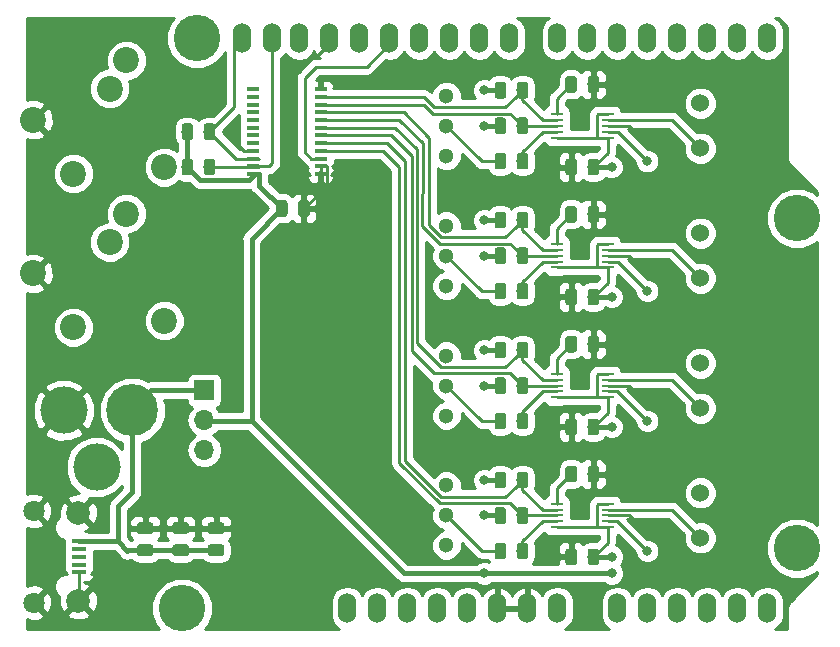
<source format=gbr>
G04 #@! TF.GenerationSoftware,KiCad,Pcbnew,(5.0.1-3-g963ef8bb5)*
G04 #@! TF.CreationDate,2019-05-15T15:03:22+02:00*
G04 #@! TF.ProjectId,HapticDriverShield,48617074696344726976657253686965,rev?*
G04 #@! TF.SameCoordinates,Original*
G04 #@! TF.FileFunction,Copper,L1,Top,Signal*
G04 #@! TF.FilePolarity,Positive*
%FSLAX46Y46*%
G04 Gerber Fmt 4.6, Leading zero omitted, Abs format (unit mm)*
G04 Created by KiCad (PCBNEW (5.0.1-3-g963ef8bb5)) date 2019 May 15, Wednesday 15:03:22*
%MOMM*%
%LPD*%
G01*
G04 APERTURE LIST*
G04 #@! TA.AperFunction,ComponentPad*
%ADD10C,2.200000*%
G04 #@! TD*
G04 #@! TA.AperFunction,ComponentPad*
%ADD11O,1.524000X2.540000*%
G04 #@! TD*
G04 #@! TA.AperFunction,ComponentPad*
%ADD12C,3.937000*%
G04 #@! TD*
G04 #@! TA.AperFunction,Conductor*
%ADD13C,0.100000*%
G04 #@! TD*
G04 #@! TA.AperFunction,SMDPad,CuDef*
%ADD14C,0.975000*%
G04 #@! TD*
G04 #@! TA.AperFunction,ComponentPad*
%ADD15C,1.524000*%
G04 #@! TD*
G04 #@! TA.AperFunction,SMDPad,CuDef*
%ADD16R,1.300000X0.450000*%
G04 #@! TD*
G04 #@! TA.AperFunction,ComponentPad*
%ADD17C,2.000000*%
G04 #@! TD*
G04 #@! TA.AperFunction,ComponentPad*
%ADD18C,1.800000*%
G04 #@! TD*
G04 #@! TA.AperFunction,ComponentPad*
%ADD19C,4.000000*%
G04 #@! TD*
G04 #@! TA.AperFunction,ComponentPad*
%ADD20C,4.400000*%
G04 #@! TD*
G04 #@! TA.AperFunction,SMDPad,CuDef*
%ADD21R,1.100000X0.250000*%
G04 #@! TD*
G04 #@! TA.AperFunction,SMDPad,CuDef*
%ADD22R,1.100000X0.400000*%
G04 #@! TD*
G04 #@! TA.AperFunction,ComponentPad*
%ADD23C,1.300000*%
G04 #@! TD*
G04 #@! TA.AperFunction,ComponentPad*
%ADD24R,1.700000X1.700000*%
G04 #@! TD*
G04 #@! TA.AperFunction,ComponentPad*
%ADD25O,1.700000X1.700000*%
G04 #@! TD*
G04 #@! TA.AperFunction,ViaPad*
%ADD26C,0.800000*%
G04 #@! TD*
G04 #@! TA.AperFunction,Conductor*
%ADD27C,0.250000*%
G04 #@! TD*
G04 #@! TA.AperFunction,Conductor*
%ADD28C,0.400000*%
G04 #@! TD*
G04 #@! TA.AperFunction,Conductor*
%ADD29C,0.254000*%
G04 #@! TD*
G04 APERTURE END LIST*
D10*
G04 #@! TO.P,J71,R_S*
G04 #@! TO.N,N/C*
X97000000Y-93350000D03*
G04 #@! TO.P,J71,T_S*
X101600000Y-100000000D03*
G04 #@! TO.P,J71,R*
G04 #@! TO.N,AUDIO1-R*
X98400000Y-90950000D03*
G04 #@! TO.P,J71,T*
G04 #@! TO.N,AUDIO1-L*
X93900000Y-100550000D03*
G04 #@! TO.P,J71,S*
G04 #@! TO.N,GND*
X90500000Y-96000000D03*
G04 #@! TD*
G04 #@! TO.P,J70,R_S*
G04 #@! TO.N,N/C*
X97000000Y-106350000D03*
G04 #@! TO.P,J70,T_S*
X101600000Y-113000000D03*
G04 #@! TO.P,J70,R*
G04 #@! TO.N,AUDIO0-R*
X98400000Y-103950000D03*
G04 #@! TO.P,J70,T*
G04 #@! TO.N,AUDIO0-L*
X93900000Y-113550000D03*
G04 #@! TO.P,J70,S*
G04 #@! TO.N,GND*
X90500000Y-109000000D03*
G04 #@! TD*
D11*
G04 #@! TO.P,SHIELD00,NC*
G04 #@! TO.N,Net-(SHIELD00-PadNC)*
X117090000Y-137360000D03*
G04 #@! TO.P,SHIELD00,IOREF*
G04 #@! TO.N,Net-(SHIELD00-PadIOREF)*
X119630000Y-137360000D03*
G04 #@! TO.P,SHIELD00,SCL*
G04 #@! TO.N,SCL*
X108200000Y-89100000D03*
G04 #@! TO.P,SHIELD00,SDA*
G04 #@! TO.N,SDA*
X110740000Y-89100000D03*
D12*
G04 #@! TO.P,SHIELD00,*
G04 #@! TO.N,*
X103120000Y-137360000D03*
X104390000Y-89100000D03*
X155190000Y-104340000D03*
X155190000Y-132280000D03*
D11*
G04 #@! TO.P,SHIELD00,5V*
G04 #@! TO.N,5V*
X127250000Y-137360000D03*
G04 #@! TO.P,SHIELD00,AREF*
G04 #@! TO.N,Net-(SHIELD00-PadAREF)*
X113026000Y-89100000D03*
G04 #@! TO.P,SHIELD00,GND3*
G04 #@! TO.N,GND*
X115566000Y-89100000D03*
G04 #@! TO.P,SHIELD00,13*
G04 #@! TO.N,Net-(SHIELD00-Pad13)*
X118106000Y-89100000D03*
G04 #@! TO.P,SHIELD00,12*
G04 #@! TO.N,IO12*
X120646000Y-89100000D03*
G04 #@! TO.P,SHIELD00,11*
G04 #@! TO.N,IO11*
X123186000Y-89100000D03*
G04 #@! TO.P,SHIELD00,10*
G04 #@! TO.N,IO10*
X125726000Y-89100000D03*
G04 #@! TO.P,SHIELD00,9*
G04 #@! TO.N,IO9*
X128266000Y-89100000D03*
G04 #@! TO.P,SHIELD00,ee*
G04 #@! TO.N,Net-(SHIELD00-Pad8)*
X130806000Y-89100000D03*
G04 #@! TO.P,SHIELD00,7*
G04 #@! TO.N,Net-(SHIELD00-Pad7)*
X134870000Y-89100000D03*
G04 #@! TO.P,SHIELD00,6*
G04 #@! TO.N,IO6*
X137410000Y-89100000D03*
G04 #@! TO.P,SHIELD00,5*
G04 #@! TO.N,Net-(SHIELD00-Pad5)*
X139950000Y-89100000D03*
G04 #@! TO.P,SHIELD00,4*
G04 #@! TO.N,Net-(SHIELD00-Pad4)*
X142490000Y-89100000D03*
G04 #@! TO.P,SHIELD00,3*
G04 #@! TO.N,Net-(SHIELD00-Pad3)*
X145030000Y-89100000D03*
G04 #@! TO.P,SHIELD00,2*
G04 #@! TO.N,Net-(SHIELD00-Pad2)*
X147570000Y-89100000D03*
G04 #@! TO.P,SHIELD00,1*
G04 #@! TO.N,Net-(SHIELD00-Pad1)*
X150110000Y-89100000D03*
G04 #@! TO.P,SHIELD00,0*
G04 #@! TO.N,Net-(SHIELD00-Pad0)*
X152650000Y-89100000D03*
G04 #@! TO.P,SHIELD00,RST*
G04 #@! TO.N,Net-(SHIELD00-PadRST)*
X122170000Y-137360000D03*
G04 #@! TO.P,SHIELD00,3V3*
G04 #@! TO.N,Net-(SHIELD00-Pad3V3)*
X124710000Y-137360000D03*
G04 #@! TO.P,SHIELD00,GND1*
G04 #@! TO.N,GND*
X129790000Y-137360000D03*
G04 #@! TO.P,SHIELD00,GND2*
X132330000Y-137360000D03*
G04 #@! TO.P,SHIELD00,V_IN*
G04 #@! TO.N,Net-(SHIELD00-PadV_IN)*
X134870000Y-137360000D03*
G04 #@! TO.P,SHIELD00,AD2*
G04 #@! TO.N,Net-(SHIELD00-PadAD2)*
X145030000Y-137360000D03*
G04 #@! TO.P,SHIELD00,AD1*
G04 #@! TO.N,Net-(SHIELD00-PadAD1)*
X142490000Y-137360000D03*
G04 #@! TO.P,SHIELD00,AD0*
G04 #@! TO.N,Net-(SHIELD00-PadAD0)*
X139950000Y-137360000D03*
G04 #@! TO.P,SHIELD00,AD3*
G04 #@! TO.N,Net-(SHIELD00-PadAD3)*
X147570000Y-137360000D03*
G04 #@! TO.P,SHIELD00,AD4*
G04 #@! TO.N,Net-(SHIELD00-PadAD4)*
X150110000Y-137360000D03*
G04 #@! TO.P,SHIELD00,AD5*
G04 #@! TO.N,Net-(SHIELD00-PadAD5)*
X152650000Y-137360000D03*
G04 #@! TD*
D13*
G04 #@! TO.N,VDD*
G04 #@! TO.C,C00*
G36*
X138205142Y-132301174D02*
X138228803Y-132304684D01*
X138252007Y-132310496D01*
X138274529Y-132318554D01*
X138296153Y-132328782D01*
X138316670Y-132341079D01*
X138335883Y-132355329D01*
X138353607Y-132371393D01*
X138369671Y-132389117D01*
X138383921Y-132408330D01*
X138396218Y-132428847D01*
X138406446Y-132450471D01*
X138414504Y-132472993D01*
X138420316Y-132496197D01*
X138423826Y-132519858D01*
X138425000Y-132543750D01*
X138425000Y-133456250D01*
X138423826Y-133480142D01*
X138420316Y-133503803D01*
X138414504Y-133527007D01*
X138406446Y-133549529D01*
X138396218Y-133571153D01*
X138383921Y-133591670D01*
X138369671Y-133610883D01*
X138353607Y-133628607D01*
X138335883Y-133644671D01*
X138316670Y-133658921D01*
X138296153Y-133671218D01*
X138274529Y-133681446D01*
X138252007Y-133689504D01*
X138228803Y-133695316D01*
X138205142Y-133698826D01*
X138181250Y-133700000D01*
X137693750Y-133700000D01*
X137669858Y-133698826D01*
X137646197Y-133695316D01*
X137622993Y-133689504D01*
X137600471Y-133681446D01*
X137578847Y-133671218D01*
X137558330Y-133658921D01*
X137539117Y-133644671D01*
X137521393Y-133628607D01*
X137505329Y-133610883D01*
X137491079Y-133591670D01*
X137478782Y-133571153D01*
X137468554Y-133549529D01*
X137460496Y-133527007D01*
X137454684Y-133503803D01*
X137451174Y-133480142D01*
X137450000Y-133456250D01*
X137450000Y-132543750D01*
X137451174Y-132519858D01*
X137454684Y-132496197D01*
X137460496Y-132472993D01*
X137468554Y-132450471D01*
X137478782Y-132428847D01*
X137491079Y-132408330D01*
X137505329Y-132389117D01*
X137521393Y-132371393D01*
X137539117Y-132355329D01*
X137558330Y-132341079D01*
X137578847Y-132328782D01*
X137600471Y-132318554D01*
X137622993Y-132310496D01*
X137646197Y-132304684D01*
X137669858Y-132301174D01*
X137693750Y-132300000D01*
X138181250Y-132300000D01*
X138205142Y-132301174D01*
X138205142Y-132301174D01*
G37*
D14*
G04 #@! TD*
G04 #@! TO.P,C00,2*
G04 #@! TO.N,VDD*
X137937500Y-133000000D03*
D13*
G04 #@! TO.N,GND*
G04 #@! TO.C,C00*
G36*
X136330142Y-132301174D02*
X136353803Y-132304684D01*
X136377007Y-132310496D01*
X136399529Y-132318554D01*
X136421153Y-132328782D01*
X136441670Y-132341079D01*
X136460883Y-132355329D01*
X136478607Y-132371393D01*
X136494671Y-132389117D01*
X136508921Y-132408330D01*
X136521218Y-132428847D01*
X136531446Y-132450471D01*
X136539504Y-132472993D01*
X136545316Y-132496197D01*
X136548826Y-132519858D01*
X136550000Y-132543750D01*
X136550000Y-133456250D01*
X136548826Y-133480142D01*
X136545316Y-133503803D01*
X136539504Y-133527007D01*
X136531446Y-133549529D01*
X136521218Y-133571153D01*
X136508921Y-133591670D01*
X136494671Y-133610883D01*
X136478607Y-133628607D01*
X136460883Y-133644671D01*
X136441670Y-133658921D01*
X136421153Y-133671218D01*
X136399529Y-133681446D01*
X136377007Y-133689504D01*
X136353803Y-133695316D01*
X136330142Y-133698826D01*
X136306250Y-133700000D01*
X135818750Y-133700000D01*
X135794858Y-133698826D01*
X135771197Y-133695316D01*
X135747993Y-133689504D01*
X135725471Y-133681446D01*
X135703847Y-133671218D01*
X135683330Y-133658921D01*
X135664117Y-133644671D01*
X135646393Y-133628607D01*
X135630329Y-133610883D01*
X135616079Y-133591670D01*
X135603782Y-133571153D01*
X135593554Y-133549529D01*
X135585496Y-133527007D01*
X135579684Y-133503803D01*
X135576174Y-133480142D01*
X135575000Y-133456250D01*
X135575000Y-132543750D01*
X135576174Y-132519858D01*
X135579684Y-132496197D01*
X135585496Y-132472993D01*
X135593554Y-132450471D01*
X135603782Y-132428847D01*
X135616079Y-132408330D01*
X135630329Y-132389117D01*
X135646393Y-132371393D01*
X135664117Y-132355329D01*
X135683330Y-132341079D01*
X135703847Y-132328782D01*
X135725471Y-132318554D01*
X135747993Y-132310496D01*
X135771197Y-132304684D01*
X135794858Y-132301174D01*
X135818750Y-132300000D01*
X136306250Y-132300000D01*
X136330142Y-132301174D01*
X136330142Y-132301174D01*
G37*
D14*
G04 #@! TD*
G04 #@! TO.P,C00,1*
G04 #@! TO.N,GND*
X136062500Y-133000000D03*
D13*
G04 #@! TO.N,Net-(C01-Pad1)*
G04 #@! TO.C,C01*
G36*
X136330142Y-125301174D02*
X136353803Y-125304684D01*
X136377007Y-125310496D01*
X136399529Y-125318554D01*
X136421153Y-125328782D01*
X136441670Y-125341079D01*
X136460883Y-125355329D01*
X136478607Y-125371393D01*
X136494671Y-125389117D01*
X136508921Y-125408330D01*
X136521218Y-125428847D01*
X136531446Y-125450471D01*
X136539504Y-125472993D01*
X136545316Y-125496197D01*
X136548826Y-125519858D01*
X136550000Y-125543750D01*
X136550000Y-126456250D01*
X136548826Y-126480142D01*
X136545316Y-126503803D01*
X136539504Y-126527007D01*
X136531446Y-126549529D01*
X136521218Y-126571153D01*
X136508921Y-126591670D01*
X136494671Y-126610883D01*
X136478607Y-126628607D01*
X136460883Y-126644671D01*
X136441670Y-126658921D01*
X136421153Y-126671218D01*
X136399529Y-126681446D01*
X136377007Y-126689504D01*
X136353803Y-126695316D01*
X136330142Y-126698826D01*
X136306250Y-126700000D01*
X135818750Y-126700000D01*
X135794858Y-126698826D01*
X135771197Y-126695316D01*
X135747993Y-126689504D01*
X135725471Y-126681446D01*
X135703847Y-126671218D01*
X135683330Y-126658921D01*
X135664117Y-126644671D01*
X135646393Y-126628607D01*
X135630329Y-126610883D01*
X135616079Y-126591670D01*
X135603782Y-126571153D01*
X135593554Y-126549529D01*
X135585496Y-126527007D01*
X135579684Y-126503803D01*
X135576174Y-126480142D01*
X135575000Y-126456250D01*
X135575000Y-125543750D01*
X135576174Y-125519858D01*
X135579684Y-125496197D01*
X135585496Y-125472993D01*
X135593554Y-125450471D01*
X135603782Y-125428847D01*
X135616079Y-125408330D01*
X135630329Y-125389117D01*
X135646393Y-125371393D01*
X135664117Y-125355329D01*
X135683330Y-125341079D01*
X135703847Y-125328782D01*
X135725471Y-125318554D01*
X135747993Y-125310496D01*
X135771197Y-125304684D01*
X135794858Y-125301174D01*
X135818750Y-125300000D01*
X136306250Y-125300000D01*
X136330142Y-125301174D01*
X136330142Y-125301174D01*
G37*
D14*
G04 #@! TD*
G04 #@! TO.P,C01,1*
G04 #@! TO.N,Net-(C01-Pad1)*
X136062500Y-126000000D03*
D13*
G04 #@! TO.N,GND*
G04 #@! TO.C,C01*
G36*
X138205142Y-125301174D02*
X138228803Y-125304684D01*
X138252007Y-125310496D01*
X138274529Y-125318554D01*
X138296153Y-125328782D01*
X138316670Y-125341079D01*
X138335883Y-125355329D01*
X138353607Y-125371393D01*
X138369671Y-125389117D01*
X138383921Y-125408330D01*
X138396218Y-125428847D01*
X138406446Y-125450471D01*
X138414504Y-125472993D01*
X138420316Y-125496197D01*
X138423826Y-125519858D01*
X138425000Y-125543750D01*
X138425000Y-126456250D01*
X138423826Y-126480142D01*
X138420316Y-126503803D01*
X138414504Y-126527007D01*
X138406446Y-126549529D01*
X138396218Y-126571153D01*
X138383921Y-126591670D01*
X138369671Y-126610883D01*
X138353607Y-126628607D01*
X138335883Y-126644671D01*
X138316670Y-126658921D01*
X138296153Y-126671218D01*
X138274529Y-126681446D01*
X138252007Y-126689504D01*
X138228803Y-126695316D01*
X138205142Y-126698826D01*
X138181250Y-126700000D01*
X137693750Y-126700000D01*
X137669858Y-126698826D01*
X137646197Y-126695316D01*
X137622993Y-126689504D01*
X137600471Y-126681446D01*
X137578847Y-126671218D01*
X137558330Y-126658921D01*
X137539117Y-126644671D01*
X137521393Y-126628607D01*
X137505329Y-126610883D01*
X137491079Y-126591670D01*
X137478782Y-126571153D01*
X137468554Y-126549529D01*
X137460496Y-126527007D01*
X137454684Y-126503803D01*
X137451174Y-126480142D01*
X137450000Y-126456250D01*
X137450000Y-125543750D01*
X137451174Y-125519858D01*
X137454684Y-125496197D01*
X137460496Y-125472993D01*
X137468554Y-125450471D01*
X137478782Y-125428847D01*
X137491079Y-125408330D01*
X137505329Y-125389117D01*
X137521393Y-125371393D01*
X137539117Y-125355329D01*
X137558330Y-125341079D01*
X137578847Y-125328782D01*
X137600471Y-125318554D01*
X137622993Y-125310496D01*
X137646197Y-125304684D01*
X137669858Y-125301174D01*
X137693750Y-125300000D01*
X138181250Y-125300000D01*
X138205142Y-125301174D01*
X138205142Y-125301174D01*
G37*
D14*
G04 #@! TD*
G04 #@! TO.P,C01,2*
G04 #@! TO.N,GND*
X137937500Y-126000000D03*
D13*
G04 #@! TO.N,GND*
G04 #@! TO.C,C10*
G36*
X136330142Y-121301174D02*
X136353803Y-121304684D01*
X136377007Y-121310496D01*
X136399529Y-121318554D01*
X136421153Y-121328782D01*
X136441670Y-121341079D01*
X136460883Y-121355329D01*
X136478607Y-121371393D01*
X136494671Y-121389117D01*
X136508921Y-121408330D01*
X136521218Y-121428847D01*
X136531446Y-121450471D01*
X136539504Y-121472993D01*
X136545316Y-121496197D01*
X136548826Y-121519858D01*
X136550000Y-121543750D01*
X136550000Y-122456250D01*
X136548826Y-122480142D01*
X136545316Y-122503803D01*
X136539504Y-122527007D01*
X136531446Y-122549529D01*
X136521218Y-122571153D01*
X136508921Y-122591670D01*
X136494671Y-122610883D01*
X136478607Y-122628607D01*
X136460883Y-122644671D01*
X136441670Y-122658921D01*
X136421153Y-122671218D01*
X136399529Y-122681446D01*
X136377007Y-122689504D01*
X136353803Y-122695316D01*
X136330142Y-122698826D01*
X136306250Y-122700000D01*
X135818750Y-122700000D01*
X135794858Y-122698826D01*
X135771197Y-122695316D01*
X135747993Y-122689504D01*
X135725471Y-122681446D01*
X135703847Y-122671218D01*
X135683330Y-122658921D01*
X135664117Y-122644671D01*
X135646393Y-122628607D01*
X135630329Y-122610883D01*
X135616079Y-122591670D01*
X135603782Y-122571153D01*
X135593554Y-122549529D01*
X135585496Y-122527007D01*
X135579684Y-122503803D01*
X135576174Y-122480142D01*
X135575000Y-122456250D01*
X135575000Y-121543750D01*
X135576174Y-121519858D01*
X135579684Y-121496197D01*
X135585496Y-121472993D01*
X135593554Y-121450471D01*
X135603782Y-121428847D01*
X135616079Y-121408330D01*
X135630329Y-121389117D01*
X135646393Y-121371393D01*
X135664117Y-121355329D01*
X135683330Y-121341079D01*
X135703847Y-121328782D01*
X135725471Y-121318554D01*
X135747993Y-121310496D01*
X135771197Y-121304684D01*
X135794858Y-121301174D01*
X135818750Y-121300000D01*
X136306250Y-121300000D01*
X136330142Y-121301174D01*
X136330142Y-121301174D01*
G37*
D14*
G04 #@! TD*
G04 #@! TO.P,C10,1*
G04 #@! TO.N,GND*
X136062500Y-122000000D03*
D13*
G04 #@! TO.N,VDD*
G04 #@! TO.C,C10*
G36*
X138205142Y-121301174D02*
X138228803Y-121304684D01*
X138252007Y-121310496D01*
X138274529Y-121318554D01*
X138296153Y-121328782D01*
X138316670Y-121341079D01*
X138335883Y-121355329D01*
X138353607Y-121371393D01*
X138369671Y-121389117D01*
X138383921Y-121408330D01*
X138396218Y-121428847D01*
X138406446Y-121450471D01*
X138414504Y-121472993D01*
X138420316Y-121496197D01*
X138423826Y-121519858D01*
X138425000Y-121543750D01*
X138425000Y-122456250D01*
X138423826Y-122480142D01*
X138420316Y-122503803D01*
X138414504Y-122527007D01*
X138406446Y-122549529D01*
X138396218Y-122571153D01*
X138383921Y-122591670D01*
X138369671Y-122610883D01*
X138353607Y-122628607D01*
X138335883Y-122644671D01*
X138316670Y-122658921D01*
X138296153Y-122671218D01*
X138274529Y-122681446D01*
X138252007Y-122689504D01*
X138228803Y-122695316D01*
X138205142Y-122698826D01*
X138181250Y-122700000D01*
X137693750Y-122700000D01*
X137669858Y-122698826D01*
X137646197Y-122695316D01*
X137622993Y-122689504D01*
X137600471Y-122681446D01*
X137578847Y-122671218D01*
X137558330Y-122658921D01*
X137539117Y-122644671D01*
X137521393Y-122628607D01*
X137505329Y-122610883D01*
X137491079Y-122591670D01*
X137478782Y-122571153D01*
X137468554Y-122549529D01*
X137460496Y-122527007D01*
X137454684Y-122503803D01*
X137451174Y-122480142D01*
X137450000Y-122456250D01*
X137450000Y-121543750D01*
X137451174Y-121519858D01*
X137454684Y-121496197D01*
X137460496Y-121472993D01*
X137468554Y-121450471D01*
X137478782Y-121428847D01*
X137491079Y-121408330D01*
X137505329Y-121389117D01*
X137521393Y-121371393D01*
X137539117Y-121355329D01*
X137558330Y-121341079D01*
X137578847Y-121328782D01*
X137600471Y-121318554D01*
X137622993Y-121310496D01*
X137646197Y-121304684D01*
X137669858Y-121301174D01*
X137693750Y-121300000D01*
X138181250Y-121300000D01*
X138205142Y-121301174D01*
X138205142Y-121301174D01*
G37*
D14*
G04 #@! TD*
G04 #@! TO.P,C10,2*
G04 #@! TO.N,VDD*
X137937500Y-122000000D03*
D13*
G04 #@! TO.N,Net-(C11-Pad1)*
G04 #@! TO.C,C11*
G36*
X136330142Y-114301174D02*
X136353803Y-114304684D01*
X136377007Y-114310496D01*
X136399529Y-114318554D01*
X136421153Y-114328782D01*
X136441670Y-114341079D01*
X136460883Y-114355329D01*
X136478607Y-114371393D01*
X136494671Y-114389117D01*
X136508921Y-114408330D01*
X136521218Y-114428847D01*
X136531446Y-114450471D01*
X136539504Y-114472993D01*
X136545316Y-114496197D01*
X136548826Y-114519858D01*
X136550000Y-114543750D01*
X136550000Y-115456250D01*
X136548826Y-115480142D01*
X136545316Y-115503803D01*
X136539504Y-115527007D01*
X136531446Y-115549529D01*
X136521218Y-115571153D01*
X136508921Y-115591670D01*
X136494671Y-115610883D01*
X136478607Y-115628607D01*
X136460883Y-115644671D01*
X136441670Y-115658921D01*
X136421153Y-115671218D01*
X136399529Y-115681446D01*
X136377007Y-115689504D01*
X136353803Y-115695316D01*
X136330142Y-115698826D01*
X136306250Y-115700000D01*
X135818750Y-115700000D01*
X135794858Y-115698826D01*
X135771197Y-115695316D01*
X135747993Y-115689504D01*
X135725471Y-115681446D01*
X135703847Y-115671218D01*
X135683330Y-115658921D01*
X135664117Y-115644671D01*
X135646393Y-115628607D01*
X135630329Y-115610883D01*
X135616079Y-115591670D01*
X135603782Y-115571153D01*
X135593554Y-115549529D01*
X135585496Y-115527007D01*
X135579684Y-115503803D01*
X135576174Y-115480142D01*
X135575000Y-115456250D01*
X135575000Y-114543750D01*
X135576174Y-114519858D01*
X135579684Y-114496197D01*
X135585496Y-114472993D01*
X135593554Y-114450471D01*
X135603782Y-114428847D01*
X135616079Y-114408330D01*
X135630329Y-114389117D01*
X135646393Y-114371393D01*
X135664117Y-114355329D01*
X135683330Y-114341079D01*
X135703847Y-114328782D01*
X135725471Y-114318554D01*
X135747993Y-114310496D01*
X135771197Y-114304684D01*
X135794858Y-114301174D01*
X135818750Y-114300000D01*
X136306250Y-114300000D01*
X136330142Y-114301174D01*
X136330142Y-114301174D01*
G37*
D14*
G04 #@! TD*
G04 #@! TO.P,C11,1*
G04 #@! TO.N,Net-(C11-Pad1)*
X136062500Y-115000000D03*
D13*
G04 #@! TO.N,GND*
G04 #@! TO.C,C11*
G36*
X138205142Y-114301174D02*
X138228803Y-114304684D01*
X138252007Y-114310496D01*
X138274529Y-114318554D01*
X138296153Y-114328782D01*
X138316670Y-114341079D01*
X138335883Y-114355329D01*
X138353607Y-114371393D01*
X138369671Y-114389117D01*
X138383921Y-114408330D01*
X138396218Y-114428847D01*
X138406446Y-114450471D01*
X138414504Y-114472993D01*
X138420316Y-114496197D01*
X138423826Y-114519858D01*
X138425000Y-114543750D01*
X138425000Y-115456250D01*
X138423826Y-115480142D01*
X138420316Y-115503803D01*
X138414504Y-115527007D01*
X138406446Y-115549529D01*
X138396218Y-115571153D01*
X138383921Y-115591670D01*
X138369671Y-115610883D01*
X138353607Y-115628607D01*
X138335883Y-115644671D01*
X138316670Y-115658921D01*
X138296153Y-115671218D01*
X138274529Y-115681446D01*
X138252007Y-115689504D01*
X138228803Y-115695316D01*
X138205142Y-115698826D01*
X138181250Y-115700000D01*
X137693750Y-115700000D01*
X137669858Y-115698826D01*
X137646197Y-115695316D01*
X137622993Y-115689504D01*
X137600471Y-115681446D01*
X137578847Y-115671218D01*
X137558330Y-115658921D01*
X137539117Y-115644671D01*
X137521393Y-115628607D01*
X137505329Y-115610883D01*
X137491079Y-115591670D01*
X137478782Y-115571153D01*
X137468554Y-115549529D01*
X137460496Y-115527007D01*
X137454684Y-115503803D01*
X137451174Y-115480142D01*
X137450000Y-115456250D01*
X137450000Y-114543750D01*
X137451174Y-114519858D01*
X137454684Y-114496197D01*
X137460496Y-114472993D01*
X137468554Y-114450471D01*
X137478782Y-114428847D01*
X137491079Y-114408330D01*
X137505329Y-114389117D01*
X137521393Y-114371393D01*
X137539117Y-114355329D01*
X137558330Y-114341079D01*
X137578847Y-114328782D01*
X137600471Y-114318554D01*
X137622993Y-114310496D01*
X137646197Y-114304684D01*
X137669858Y-114301174D01*
X137693750Y-114300000D01*
X138181250Y-114300000D01*
X138205142Y-114301174D01*
X138205142Y-114301174D01*
G37*
D14*
G04 #@! TD*
G04 #@! TO.P,C11,2*
G04 #@! TO.N,GND*
X137937500Y-115000000D03*
D13*
G04 #@! TO.N,GND*
G04 #@! TO.C,C20*
G36*
X136330142Y-110301174D02*
X136353803Y-110304684D01*
X136377007Y-110310496D01*
X136399529Y-110318554D01*
X136421153Y-110328782D01*
X136441670Y-110341079D01*
X136460883Y-110355329D01*
X136478607Y-110371393D01*
X136494671Y-110389117D01*
X136508921Y-110408330D01*
X136521218Y-110428847D01*
X136531446Y-110450471D01*
X136539504Y-110472993D01*
X136545316Y-110496197D01*
X136548826Y-110519858D01*
X136550000Y-110543750D01*
X136550000Y-111456250D01*
X136548826Y-111480142D01*
X136545316Y-111503803D01*
X136539504Y-111527007D01*
X136531446Y-111549529D01*
X136521218Y-111571153D01*
X136508921Y-111591670D01*
X136494671Y-111610883D01*
X136478607Y-111628607D01*
X136460883Y-111644671D01*
X136441670Y-111658921D01*
X136421153Y-111671218D01*
X136399529Y-111681446D01*
X136377007Y-111689504D01*
X136353803Y-111695316D01*
X136330142Y-111698826D01*
X136306250Y-111700000D01*
X135818750Y-111700000D01*
X135794858Y-111698826D01*
X135771197Y-111695316D01*
X135747993Y-111689504D01*
X135725471Y-111681446D01*
X135703847Y-111671218D01*
X135683330Y-111658921D01*
X135664117Y-111644671D01*
X135646393Y-111628607D01*
X135630329Y-111610883D01*
X135616079Y-111591670D01*
X135603782Y-111571153D01*
X135593554Y-111549529D01*
X135585496Y-111527007D01*
X135579684Y-111503803D01*
X135576174Y-111480142D01*
X135575000Y-111456250D01*
X135575000Y-110543750D01*
X135576174Y-110519858D01*
X135579684Y-110496197D01*
X135585496Y-110472993D01*
X135593554Y-110450471D01*
X135603782Y-110428847D01*
X135616079Y-110408330D01*
X135630329Y-110389117D01*
X135646393Y-110371393D01*
X135664117Y-110355329D01*
X135683330Y-110341079D01*
X135703847Y-110328782D01*
X135725471Y-110318554D01*
X135747993Y-110310496D01*
X135771197Y-110304684D01*
X135794858Y-110301174D01*
X135818750Y-110300000D01*
X136306250Y-110300000D01*
X136330142Y-110301174D01*
X136330142Y-110301174D01*
G37*
D14*
G04 #@! TD*
G04 #@! TO.P,C20,1*
G04 #@! TO.N,GND*
X136062500Y-111000000D03*
D13*
G04 #@! TO.N,VDD*
G04 #@! TO.C,C20*
G36*
X138205142Y-110301174D02*
X138228803Y-110304684D01*
X138252007Y-110310496D01*
X138274529Y-110318554D01*
X138296153Y-110328782D01*
X138316670Y-110341079D01*
X138335883Y-110355329D01*
X138353607Y-110371393D01*
X138369671Y-110389117D01*
X138383921Y-110408330D01*
X138396218Y-110428847D01*
X138406446Y-110450471D01*
X138414504Y-110472993D01*
X138420316Y-110496197D01*
X138423826Y-110519858D01*
X138425000Y-110543750D01*
X138425000Y-111456250D01*
X138423826Y-111480142D01*
X138420316Y-111503803D01*
X138414504Y-111527007D01*
X138406446Y-111549529D01*
X138396218Y-111571153D01*
X138383921Y-111591670D01*
X138369671Y-111610883D01*
X138353607Y-111628607D01*
X138335883Y-111644671D01*
X138316670Y-111658921D01*
X138296153Y-111671218D01*
X138274529Y-111681446D01*
X138252007Y-111689504D01*
X138228803Y-111695316D01*
X138205142Y-111698826D01*
X138181250Y-111700000D01*
X137693750Y-111700000D01*
X137669858Y-111698826D01*
X137646197Y-111695316D01*
X137622993Y-111689504D01*
X137600471Y-111681446D01*
X137578847Y-111671218D01*
X137558330Y-111658921D01*
X137539117Y-111644671D01*
X137521393Y-111628607D01*
X137505329Y-111610883D01*
X137491079Y-111591670D01*
X137478782Y-111571153D01*
X137468554Y-111549529D01*
X137460496Y-111527007D01*
X137454684Y-111503803D01*
X137451174Y-111480142D01*
X137450000Y-111456250D01*
X137450000Y-110543750D01*
X137451174Y-110519858D01*
X137454684Y-110496197D01*
X137460496Y-110472993D01*
X137468554Y-110450471D01*
X137478782Y-110428847D01*
X137491079Y-110408330D01*
X137505329Y-110389117D01*
X137521393Y-110371393D01*
X137539117Y-110355329D01*
X137558330Y-110341079D01*
X137578847Y-110328782D01*
X137600471Y-110318554D01*
X137622993Y-110310496D01*
X137646197Y-110304684D01*
X137669858Y-110301174D01*
X137693750Y-110300000D01*
X138181250Y-110300000D01*
X138205142Y-110301174D01*
X138205142Y-110301174D01*
G37*
D14*
G04 #@! TD*
G04 #@! TO.P,C20,2*
G04 #@! TO.N,VDD*
X137937500Y-111000000D03*
D13*
G04 #@! TO.N,Net-(C21-Pad1)*
G04 #@! TO.C,C21*
G36*
X136330142Y-103301174D02*
X136353803Y-103304684D01*
X136377007Y-103310496D01*
X136399529Y-103318554D01*
X136421153Y-103328782D01*
X136441670Y-103341079D01*
X136460883Y-103355329D01*
X136478607Y-103371393D01*
X136494671Y-103389117D01*
X136508921Y-103408330D01*
X136521218Y-103428847D01*
X136531446Y-103450471D01*
X136539504Y-103472993D01*
X136545316Y-103496197D01*
X136548826Y-103519858D01*
X136550000Y-103543750D01*
X136550000Y-104456250D01*
X136548826Y-104480142D01*
X136545316Y-104503803D01*
X136539504Y-104527007D01*
X136531446Y-104549529D01*
X136521218Y-104571153D01*
X136508921Y-104591670D01*
X136494671Y-104610883D01*
X136478607Y-104628607D01*
X136460883Y-104644671D01*
X136441670Y-104658921D01*
X136421153Y-104671218D01*
X136399529Y-104681446D01*
X136377007Y-104689504D01*
X136353803Y-104695316D01*
X136330142Y-104698826D01*
X136306250Y-104700000D01*
X135818750Y-104700000D01*
X135794858Y-104698826D01*
X135771197Y-104695316D01*
X135747993Y-104689504D01*
X135725471Y-104681446D01*
X135703847Y-104671218D01*
X135683330Y-104658921D01*
X135664117Y-104644671D01*
X135646393Y-104628607D01*
X135630329Y-104610883D01*
X135616079Y-104591670D01*
X135603782Y-104571153D01*
X135593554Y-104549529D01*
X135585496Y-104527007D01*
X135579684Y-104503803D01*
X135576174Y-104480142D01*
X135575000Y-104456250D01*
X135575000Y-103543750D01*
X135576174Y-103519858D01*
X135579684Y-103496197D01*
X135585496Y-103472993D01*
X135593554Y-103450471D01*
X135603782Y-103428847D01*
X135616079Y-103408330D01*
X135630329Y-103389117D01*
X135646393Y-103371393D01*
X135664117Y-103355329D01*
X135683330Y-103341079D01*
X135703847Y-103328782D01*
X135725471Y-103318554D01*
X135747993Y-103310496D01*
X135771197Y-103304684D01*
X135794858Y-103301174D01*
X135818750Y-103300000D01*
X136306250Y-103300000D01*
X136330142Y-103301174D01*
X136330142Y-103301174D01*
G37*
D14*
G04 #@! TD*
G04 #@! TO.P,C21,1*
G04 #@! TO.N,Net-(C21-Pad1)*
X136062500Y-104000000D03*
D13*
G04 #@! TO.N,GND*
G04 #@! TO.C,C21*
G36*
X138205142Y-103301174D02*
X138228803Y-103304684D01*
X138252007Y-103310496D01*
X138274529Y-103318554D01*
X138296153Y-103328782D01*
X138316670Y-103341079D01*
X138335883Y-103355329D01*
X138353607Y-103371393D01*
X138369671Y-103389117D01*
X138383921Y-103408330D01*
X138396218Y-103428847D01*
X138406446Y-103450471D01*
X138414504Y-103472993D01*
X138420316Y-103496197D01*
X138423826Y-103519858D01*
X138425000Y-103543750D01*
X138425000Y-104456250D01*
X138423826Y-104480142D01*
X138420316Y-104503803D01*
X138414504Y-104527007D01*
X138406446Y-104549529D01*
X138396218Y-104571153D01*
X138383921Y-104591670D01*
X138369671Y-104610883D01*
X138353607Y-104628607D01*
X138335883Y-104644671D01*
X138316670Y-104658921D01*
X138296153Y-104671218D01*
X138274529Y-104681446D01*
X138252007Y-104689504D01*
X138228803Y-104695316D01*
X138205142Y-104698826D01*
X138181250Y-104700000D01*
X137693750Y-104700000D01*
X137669858Y-104698826D01*
X137646197Y-104695316D01*
X137622993Y-104689504D01*
X137600471Y-104681446D01*
X137578847Y-104671218D01*
X137558330Y-104658921D01*
X137539117Y-104644671D01*
X137521393Y-104628607D01*
X137505329Y-104610883D01*
X137491079Y-104591670D01*
X137478782Y-104571153D01*
X137468554Y-104549529D01*
X137460496Y-104527007D01*
X137454684Y-104503803D01*
X137451174Y-104480142D01*
X137450000Y-104456250D01*
X137450000Y-103543750D01*
X137451174Y-103519858D01*
X137454684Y-103496197D01*
X137460496Y-103472993D01*
X137468554Y-103450471D01*
X137478782Y-103428847D01*
X137491079Y-103408330D01*
X137505329Y-103389117D01*
X137521393Y-103371393D01*
X137539117Y-103355329D01*
X137558330Y-103341079D01*
X137578847Y-103328782D01*
X137600471Y-103318554D01*
X137622993Y-103310496D01*
X137646197Y-103304684D01*
X137669858Y-103301174D01*
X137693750Y-103300000D01*
X138181250Y-103300000D01*
X138205142Y-103301174D01*
X138205142Y-103301174D01*
G37*
D14*
G04 #@! TD*
G04 #@! TO.P,C21,2*
G04 #@! TO.N,GND*
X137937500Y-104000000D03*
D13*
G04 #@! TO.N,VDD*
G04 #@! TO.C,C30*
G36*
X138205142Y-99301174D02*
X138228803Y-99304684D01*
X138252007Y-99310496D01*
X138274529Y-99318554D01*
X138296153Y-99328782D01*
X138316670Y-99341079D01*
X138335883Y-99355329D01*
X138353607Y-99371393D01*
X138369671Y-99389117D01*
X138383921Y-99408330D01*
X138396218Y-99428847D01*
X138406446Y-99450471D01*
X138414504Y-99472993D01*
X138420316Y-99496197D01*
X138423826Y-99519858D01*
X138425000Y-99543750D01*
X138425000Y-100456250D01*
X138423826Y-100480142D01*
X138420316Y-100503803D01*
X138414504Y-100527007D01*
X138406446Y-100549529D01*
X138396218Y-100571153D01*
X138383921Y-100591670D01*
X138369671Y-100610883D01*
X138353607Y-100628607D01*
X138335883Y-100644671D01*
X138316670Y-100658921D01*
X138296153Y-100671218D01*
X138274529Y-100681446D01*
X138252007Y-100689504D01*
X138228803Y-100695316D01*
X138205142Y-100698826D01*
X138181250Y-100700000D01*
X137693750Y-100700000D01*
X137669858Y-100698826D01*
X137646197Y-100695316D01*
X137622993Y-100689504D01*
X137600471Y-100681446D01*
X137578847Y-100671218D01*
X137558330Y-100658921D01*
X137539117Y-100644671D01*
X137521393Y-100628607D01*
X137505329Y-100610883D01*
X137491079Y-100591670D01*
X137478782Y-100571153D01*
X137468554Y-100549529D01*
X137460496Y-100527007D01*
X137454684Y-100503803D01*
X137451174Y-100480142D01*
X137450000Y-100456250D01*
X137450000Y-99543750D01*
X137451174Y-99519858D01*
X137454684Y-99496197D01*
X137460496Y-99472993D01*
X137468554Y-99450471D01*
X137478782Y-99428847D01*
X137491079Y-99408330D01*
X137505329Y-99389117D01*
X137521393Y-99371393D01*
X137539117Y-99355329D01*
X137558330Y-99341079D01*
X137578847Y-99328782D01*
X137600471Y-99318554D01*
X137622993Y-99310496D01*
X137646197Y-99304684D01*
X137669858Y-99301174D01*
X137693750Y-99300000D01*
X138181250Y-99300000D01*
X138205142Y-99301174D01*
X138205142Y-99301174D01*
G37*
D14*
G04 #@! TD*
G04 #@! TO.P,C30,2*
G04 #@! TO.N,VDD*
X137937500Y-100000000D03*
D13*
G04 #@! TO.N,GND*
G04 #@! TO.C,C30*
G36*
X136330142Y-99301174D02*
X136353803Y-99304684D01*
X136377007Y-99310496D01*
X136399529Y-99318554D01*
X136421153Y-99328782D01*
X136441670Y-99341079D01*
X136460883Y-99355329D01*
X136478607Y-99371393D01*
X136494671Y-99389117D01*
X136508921Y-99408330D01*
X136521218Y-99428847D01*
X136531446Y-99450471D01*
X136539504Y-99472993D01*
X136545316Y-99496197D01*
X136548826Y-99519858D01*
X136550000Y-99543750D01*
X136550000Y-100456250D01*
X136548826Y-100480142D01*
X136545316Y-100503803D01*
X136539504Y-100527007D01*
X136531446Y-100549529D01*
X136521218Y-100571153D01*
X136508921Y-100591670D01*
X136494671Y-100610883D01*
X136478607Y-100628607D01*
X136460883Y-100644671D01*
X136441670Y-100658921D01*
X136421153Y-100671218D01*
X136399529Y-100681446D01*
X136377007Y-100689504D01*
X136353803Y-100695316D01*
X136330142Y-100698826D01*
X136306250Y-100700000D01*
X135818750Y-100700000D01*
X135794858Y-100698826D01*
X135771197Y-100695316D01*
X135747993Y-100689504D01*
X135725471Y-100681446D01*
X135703847Y-100671218D01*
X135683330Y-100658921D01*
X135664117Y-100644671D01*
X135646393Y-100628607D01*
X135630329Y-100610883D01*
X135616079Y-100591670D01*
X135603782Y-100571153D01*
X135593554Y-100549529D01*
X135585496Y-100527007D01*
X135579684Y-100503803D01*
X135576174Y-100480142D01*
X135575000Y-100456250D01*
X135575000Y-99543750D01*
X135576174Y-99519858D01*
X135579684Y-99496197D01*
X135585496Y-99472993D01*
X135593554Y-99450471D01*
X135603782Y-99428847D01*
X135616079Y-99408330D01*
X135630329Y-99389117D01*
X135646393Y-99371393D01*
X135664117Y-99355329D01*
X135683330Y-99341079D01*
X135703847Y-99328782D01*
X135725471Y-99318554D01*
X135747993Y-99310496D01*
X135771197Y-99304684D01*
X135794858Y-99301174D01*
X135818750Y-99300000D01*
X136306250Y-99300000D01*
X136330142Y-99301174D01*
X136330142Y-99301174D01*
G37*
D14*
G04 #@! TD*
G04 #@! TO.P,C30,1*
G04 #@! TO.N,GND*
X136062500Y-100000000D03*
D13*
G04 #@! TO.N,GND*
G04 #@! TO.C,C31*
G36*
X138205142Y-92301174D02*
X138228803Y-92304684D01*
X138252007Y-92310496D01*
X138274529Y-92318554D01*
X138296153Y-92328782D01*
X138316670Y-92341079D01*
X138335883Y-92355329D01*
X138353607Y-92371393D01*
X138369671Y-92389117D01*
X138383921Y-92408330D01*
X138396218Y-92428847D01*
X138406446Y-92450471D01*
X138414504Y-92472993D01*
X138420316Y-92496197D01*
X138423826Y-92519858D01*
X138425000Y-92543750D01*
X138425000Y-93456250D01*
X138423826Y-93480142D01*
X138420316Y-93503803D01*
X138414504Y-93527007D01*
X138406446Y-93549529D01*
X138396218Y-93571153D01*
X138383921Y-93591670D01*
X138369671Y-93610883D01*
X138353607Y-93628607D01*
X138335883Y-93644671D01*
X138316670Y-93658921D01*
X138296153Y-93671218D01*
X138274529Y-93681446D01*
X138252007Y-93689504D01*
X138228803Y-93695316D01*
X138205142Y-93698826D01*
X138181250Y-93700000D01*
X137693750Y-93700000D01*
X137669858Y-93698826D01*
X137646197Y-93695316D01*
X137622993Y-93689504D01*
X137600471Y-93681446D01*
X137578847Y-93671218D01*
X137558330Y-93658921D01*
X137539117Y-93644671D01*
X137521393Y-93628607D01*
X137505329Y-93610883D01*
X137491079Y-93591670D01*
X137478782Y-93571153D01*
X137468554Y-93549529D01*
X137460496Y-93527007D01*
X137454684Y-93503803D01*
X137451174Y-93480142D01*
X137450000Y-93456250D01*
X137450000Y-92543750D01*
X137451174Y-92519858D01*
X137454684Y-92496197D01*
X137460496Y-92472993D01*
X137468554Y-92450471D01*
X137478782Y-92428847D01*
X137491079Y-92408330D01*
X137505329Y-92389117D01*
X137521393Y-92371393D01*
X137539117Y-92355329D01*
X137558330Y-92341079D01*
X137578847Y-92328782D01*
X137600471Y-92318554D01*
X137622993Y-92310496D01*
X137646197Y-92304684D01*
X137669858Y-92301174D01*
X137693750Y-92300000D01*
X138181250Y-92300000D01*
X138205142Y-92301174D01*
X138205142Y-92301174D01*
G37*
D14*
G04 #@! TD*
G04 #@! TO.P,C31,2*
G04 #@! TO.N,GND*
X137937500Y-93000000D03*
D13*
G04 #@! TO.N,Net-(C31-Pad1)*
G04 #@! TO.C,C31*
G36*
X136330142Y-92301174D02*
X136353803Y-92304684D01*
X136377007Y-92310496D01*
X136399529Y-92318554D01*
X136421153Y-92328782D01*
X136441670Y-92341079D01*
X136460883Y-92355329D01*
X136478607Y-92371393D01*
X136494671Y-92389117D01*
X136508921Y-92408330D01*
X136521218Y-92428847D01*
X136531446Y-92450471D01*
X136539504Y-92472993D01*
X136545316Y-92496197D01*
X136548826Y-92519858D01*
X136550000Y-92543750D01*
X136550000Y-93456250D01*
X136548826Y-93480142D01*
X136545316Y-93503803D01*
X136539504Y-93527007D01*
X136531446Y-93549529D01*
X136521218Y-93571153D01*
X136508921Y-93591670D01*
X136494671Y-93610883D01*
X136478607Y-93628607D01*
X136460883Y-93644671D01*
X136441670Y-93658921D01*
X136421153Y-93671218D01*
X136399529Y-93681446D01*
X136377007Y-93689504D01*
X136353803Y-93695316D01*
X136330142Y-93698826D01*
X136306250Y-93700000D01*
X135818750Y-93700000D01*
X135794858Y-93698826D01*
X135771197Y-93695316D01*
X135747993Y-93689504D01*
X135725471Y-93681446D01*
X135703847Y-93671218D01*
X135683330Y-93658921D01*
X135664117Y-93644671D01*
X135646393Y-93628607D01*
X135630329Y-93610883D01*
X135616079Y-93591670D01*
X135603782Y-93571153D01*
X135593554Y-93549529D01*
X135585496Y-93527007D01*
X135579684Y-93503803D01*
X135576174Y-93480142D01*
X135575000Y-93456250D01*
X135575000Y-92543750D01*
X135576174Y-92519858D01*
X135579684Y-92496197D01*
X135585496Y-92472993D01*
X135593554Y-92450471D01*
X135603782Y-92428847D01*
X135616079Y-92408330D01*
X135630329Y-92389117D01*
X135646393Y-92371393D01*
X135664117Y-92355329D01*
X135683330Y-92341079D01*
X135703847Y-92328782D01*
X135725471Y-92318554D01*
X135747993Y-92310496D01*
X135771197Y-92304684D01*
X135794858Y-92301174D01*
X135818750Y-92300000D01*
X136306250Y-92300000D01*
X136330142Y-92301174D01*
X136330142Y-92301174D01*
G37*
D14*
G04 #@! TD*
G04 #@! TO.P,C31,1*
G04 #@! TO.N,Net-(C31-Pad1)*
X136062500Y-93000000D03*
D13*
G04 #@! TO.N,GND*
G04 #@! TO.C,C60*
G36*
X106480142Y-130076174D02*
X106503803Y-130079684D01*
X106527007Y-130085496D01*
X106549529Y-130093554D01*
X106571153Y-130103782D01*
X106591670Y-130116079D01*
X106610883Y-130130329D01*
X106628607Y-130146393D01*
X106644671Y-130164117D01*
X106658921Y-130183330D01*
X106671218Y-130203847D01*
X106681446Y-130225471D01*
X106689504Y-130247993D01*
X106695316Y-130271197D01*
X106698826Y-130294858D01*
X106700000Y-130318750D01*
X106700000Y-130806250D01*
X106698826Y-130830142D01*
X106695316Y-130853803D01*
X106689504Y-130877007D01*
X106681446Y-130899529D01*
X106671218Y-130921153D01*
X106658921Y-130941670D01*
X106644671Y-130960883D01*
X106628607Y-130978607D01*
X106610883Y-130994671D01*
X106591670Y-131008921D01*
X106571153Y-131021218D01*
X106549529Y-131031446D01*
X106527007Y-131039504D01*
X106503803Y-131045316D01*
X106480142Y-131048826D01*
X106456250Y-131050000D01*
X105543750Y-131050000D01*
X105519858Y-131048826D01*
X105496197Y-131045316D01*
X105472993Y-131039504D01*
X105450471Y-131031446D01*
X105428847Y-131021218D01*
X105408330Y-131008921D01*
X105389117Y-130994671D01*
X105371393Y-130978607D01*
X105355329Y-130960883D01*
X105341079Y-130941670D01*
X105328782Y-130921153D01*
X105318554Y-130899529D01*
X105310496Y-130877007D01*
X105304684Y-130853803D01*
X105301174Y-130830142D01*
X105300000Y-130806250D01*
X105300000Y-130318750D01*
X105301174Y-130294858D01*
X105304684Y-130271197D01*
X105310496Y-130247993D01*
X105318554Y-130225471D01*
X105328782Y-130203847D01*
X105341079Y-130183330D01*
X105355329Y-130164117D01*
X105371393Y-130146393D01*
X105389117Y-130130329D01*
X105408330Y-130116079D01*
X105428847Y-130103782D01*
X105450471Y-130093554D01*
X105472993Y-130085496D01*
X105496197Y-130079684D01*
X105519858Y-130076174D01*
X105543750Y-130075000D01*
X106456250Y-130075000D01*
X106480142Y-130076174D01*
X106480142Y-130076174D01*
G37*
D14*
G04 #@! TD*
G04 #@! TO.P,C60,2*
G04 #@! TO.N,GND*
X106000000Y-130562500D03*
D13*
G04 #@! TO.N,Net-(C60-Pad1)*
G04 #@! TO.C,C60*
G36*
X106480142Y-131951174D02*
X106503803Y-131954684D01*
X106527007Y-131960496D01*
X106549529Y-131968554D01*
X106571153Y-131978782D01*
X106591670Y-131991079D01*
X106610883Y-132005329D01*
X106628607Y-132021393D01*
X106644671Y-132039117D01*
X106658921Y-132058330D01*
X106671218Y-132078847D01*
X106681446Y-132100471D01*
X106689504Y-132122993D01*
X106695316Y-132146197D01*
X106698826Y-132169858D01*
X106700000Y-132193750D01*
X106700000Y-132681250D01*
X106698826Y-132705142D01*
X106695316Y-132728803D01*
X106689504Y-132752007D01*
X106681446Y-132774529D01*
X106671218Y-132796153D01*
X106658921Y-132816670D01*
X106644671Y-132835883D01*
X106628607Y-132853607D01*
X106610883Y-132869671D01*
X106591670Y-132883921D01*
X106571153Y-132896218D01*
X106549529Y-132906446D01*
X106527007Y-132914504D01*
X106503803Y-132920316D01*
X106480142Y-132923826D01*
X106456250Y-132925000D01*
X105543750Y-132925000D01*
X105519858Y-132923826D01*
X105496197Y-132920316D01*
X105472993Y-132914504D01*
X105450471Y-132906446D01*
X105428847Y-132896218D01*
X105408330Y-132883921D01*
X105389117Y-132869671D01*
X105371393Y-132853607D01*
X105355329Y-132835883D01*
X105341079Y-132816670D01*
X105328782Y-132796153D01*
X105318554Y-132774529D01*
X105310496Y-132752007D01*
X105304684Y-132728803D01*
X105301174Y-132705142D01*
X105300000Y-132681250D01*
X105300000Y-132193750D01*
X105301174Y-132169858D01*
X105304684Y-132146197D01*
X105310496Y-132122993D01*
X105318554Y-132100471D01*
X105328782Y-132078847D01*
X105341079Y-132058330D01*
X105355329Y-132039117D01*
X105371393Y-132021393D01*
X105389117Y-132005329D01*
X105408330Y-131991079D01*
X105428847Y-131978782D01*
X105450471Y-131968554D01*
X105472993Y-131960496D01*
X105496197Y-131954684D01*
X105519858Y-131951174D01*
X105543750Y-131950000D01*
X106456250Y-131950000D01*
X106480142Y-131951174D01*
X106480142Y-131951174D01*
G37*
D14*
G04 #@! TD*
G04 #@! TO.P,C60,1*
G04 #@! TO.N,Net-(C60-Pad1)*
X106000000Y-132437500D03*
D13*
G04 #@! TO.N,Net-(C60-Pad1)*
G04 #@! TO.C,C61*
G36*
X103480142Y-131951174D02*
X103503803Y-131954684D01*
X103527007Y-131960496D01*
X103549529Y-131968554D01*
X103571153Y-131978782D01*
X103591670Y-131991079D01*
X103610883Y-132005329D01*
X103628607Y-132021393D01*
X103644671Y-132039117D01*
X103658921Y-132058330D01*
X103671218Y-132078847D01*
X103681446Y-132100471D01*
X103689504Y-132122993D01*
X103695316Y-132146197D01*
X103698826Y-132169858D01*
X103700000Y-132193750D01*
X103700000Y-132681250D01*
X103698826Y-132705142D01*
X103695316Y-132728803D01*
X103689504Y-132752007D01*
X103681446Y-132774529D01*
X103671218Y-132796153D01*
X103658921Y-132816670D01*
X103644671Y-132835883D01*
X103628607Y-132853607D01*
X103610883Y-132869671D01*
X103591670Y-132883921D01*
X103571153Y-132896218D01*
X103549529Y-132906446D01*
X103527007Y-132914504D01*
X103503803Y-132920316D01*
X103480142Y-132923826D01*
X103456250Y-132925000D01*
X102543750Y-132925000D01*
X102519858Y-132923826D01*
X102496197Y-132920316D01*
X102472993Y-132914504D01*
X102450471Y-132906446D01*
X102428847Y-132896218D01*
X102408330Y-132883921D01*
X102389117Y-132869671D01*
X102371393Y-132853607D01*
X102355329Y-132835883D01*
X102341079Y-132816670D01*
X102328782Y-132796153D01*
X102318554Y-132774529D01*
X102310496Y-132752007D01*
X102304684Y-132728803D01*
X102301174Y-132705142D01*
X102300000Y-132681250D01*
X102300000Y-132193750D01*
X102301174Y-132169858D01*
X102304684Y-132146197D01*
X102310496Y-132122993D01*
X102318554Y-132100471D01*
X102328782Y-132078847D01*
X102341079Y-132058330D01*
X102355329Y-132039117D01*
X102371393Y-132021393D01*
X102389117Y-132005329D01*
X102408330Y-131991079D01*
X102428847Y-131978782D01*
X102450471Y-131968554D01*
X102472993Y-131960496D01*
X102496197Y-131954684D01*
X102519858Y-131951174D01*
X102543750Y-131950000D01*
X103456250Y-131950000D01*
X103480142Y-131951174D01*
X103480142Y-131951174D01*
G37*
D14*
G04 #@! TD*
G04 #@! TO.P,C61,1*
G04 #@! TO.N,Net-(C60-Pad1)*
X103000000Y-132437500D03*
D13*
G04 #@! TO.N,GND*
G04 #@! TO.C,C61*
G36*
X103480142Y-130076174D02*
X103503803Y-130079684D01*
X103527007Y-130085496D01*
X103549529Y-130093554D01*
X103571153Y-130103782D01*
X103591670Y-130116079D01*
X103610883Y-130130329D01*
X103628607Y-130146393D01*
X103644671Y-130164117D01*
X103658921Y-130183330D01*
X103671218Y-130203847D01*
X103681446Y-130225471D01*
X103689504Y-130247993D01*
X103695316Y-130271197D01*
X103698826Y-130294858D01*
X103700000Y-130318750D01*
X103700000Y-130806250D01*
X103698826Y-130830142D01*
X103695316Y-130853803D01*
X103689504Y-130877007D01*
X103681446Y-130899529D01*
X103671218Y-130921153D01*
X103658921Y-130941670D01*
X103644671Y-130960883D01*
X103628607Y-130978607D01*
X103610883Y-130994671D01*
X103591670Y-131008921D01*
X103571153Y-131021218D01*
X103549529Y-131031446D01*
X103527007Y-131039504D01*
X103503803Y-131045316D01*
X103480142Y-131048826D01*
X103456250Y-131050000D01*
X102543750Y-131050000D01*
X102519858Y-131048826D01*
X102496197Y-131045316D01*
X102472993Y-131039504D01*
X102450471Y-131031446D01*
X102428847Y-131021218D01*
X102408330Y-131008921D01*
X102389117Y-130994671D01*
X102371393Y-130978607D01*
X102355329Y-130960883D01*
X102341079Y-130941670D01*
X102328782Y-130921153D01*
X102318554Y-130899529D01*
X102310496Y-130877007D01*
X102304684Y-130853803D01*
X102301174Y-130830142D01*
X102300000Y-130806250D01*
X102300000Y-130318750D01*
X102301174Y-130294858D01*
X102304684Y-130271197D01*
X102310496Y-130247993D01*
X102318554Y-130225471D01*
X102328782Y-130203847D01*
X102341079Y-130183330D01*
X102355329Y-130164117D01*
X102371393Y-130146393D01*
X102389117Y-130130329D01*
X102408330Y-130116079D01*
X102428847Y-130103782D01*
X102450471Y-130093554D01*
X102472993Y-130085496D01*
X102496197Y-130079684D01*
X102519858Y-130076174D01*
X102543750Y-130075000D01*
X103456250Y-130075000D01*
X103480142Y-130076174D01*
X103480142Y-130076174D01*
G37*
D14*
G04 #@! TD*
G04 #@! TO.P,C61,2*
G04 #@! TO.N,GND*
X103000000Y-130562500D03*
D13*
G04 #@! TO.N,GND*
G04 #@! TO.C,C62*
G36*
X100480142Y-130076174D02*
X100503803Y-130079684D01*
X100527007Y-130085496D01*
X100549529Y-130093554D01*
X100571153Y-130103782D01*
X100591670Y-130116079D01*
X100610883Y-130130329D01*
X100628607Y-130146393D01*
X100644671Y-130164117D01*
X100658921Y-130183330D01*
X100671218Y-130203847D01*
X100681446Y-130225471D01*
X100689504Y-130247993D01*
X100695316Y-130271197D01*
X100698826Y-130294858D01*
X100700000Y-130318750D01*
X100700000Y-130806250D01*
X100698826Y-130830142D01*
X100695316Y-130853803D01*
X100689504Y-130877007D01*
X100681446Y-130899529D01*
X100671218Y-130921153D01*
X100658921Y-130941670D01*
X100644671Y-130960883D01*
X100628607Y-130978607D01*
X100610883Y-130994671D01*
X100591670Y-131008921D01*
X100571153Y-131021218D01*
X100549529Y-131031446D01*
X100527007Y-131039504D01*
X100503803Y-131045316D01*
X100480142Y-131048826D01*
X100456250Y-131050000D01*
X99543750Y-131050000D01*
X99519858Y-131048826D01*
X99496197Y-131045316D01*
X99472993Y-131039504D01*
X99450471Y-131031446D01*
X99428847Y-131021218D01*
X99408330Y-131008921D01*
X99389117Y-130994671D01*
X99371393Y-130978607D01*
X99355329Y-130960883D01*
X99341079Y-130941670D01*
X99328782Y-130921153D01*
X99318554Y-130899529D01*
X99310496Y-130877007D01*
X99304684Y-130853803D01*
X99301174Y-130830142D01*
X99300000Y-130806250D01*
X99300000Y-130318750D01*
X99301174Y-130294858D01*
X99304684Y-130271197D01*
X99310496Y-130247993D01*
X99318554Y-130225471D01*
X99328782Y-130203847D01*
X99341079Y-130183330D01*
X99355329Y-130164117D01*
X99371393Y-130146393D01*
X99389117Y-130130329D01*
X99408330Y-130116079D01*
X99428847Y-130103782D01*
X99450471Y-130093554D01*
X99472993Y-130085496D01*
X99496197Y-130079684D01*
X99519858Y-130076174D01*
X99543750Y-130075000D01*
X100456250Y-130075000D01*
X100480142Y-130076174D01*
X100480142Y-130076174D01*
G37*
D14*
G04 #@! TD*
G04 #@! TO.P,C62,2*
G04 #@! TO.N,GND*
X100000000Y-130562500D03*
D13*
G04 #@! TO.N,Net-(C60-Pad1)*
G04 #@! TO.C,C62*
G36*
X100480142Y-131951174D02*
X100503803Y-131954684D01*
X100527007Y-131960496D01*
X100549529Y-131968554D01*
X100571153Y-131978782D01*
X100591670Y-131991079D01*
X100610883Y-132005329D01*
X100628607Y-132021393D01*
X100644671Y-132039117D01*
X100658921Y-132058330D01*
X100671218Y-132078847D01*
X100681446Y-132100471D01*
X100689504Y-132122993D01*
X100695316Y-132146197D01*
X100698826Y-132169858D01*
X100700000Y-132193750D01*
X100700000Y-132681250D01*
X100698826Y-132705142D01*
X100695316Y-132728803D01*
X100689504Y-132752007D01*
X100681446Y-132774529D01*
X100671218Y-132796153D01*
X100658921Y-132816670D01*
X100644671Y-132835883D01*
X100628607Y-132853607D01*
X100610883Y-132869671D01*
X100591670Y-132883921D01*
X100571153Y-132896218D01*
X100549529Y-132906446D01*
X100527007Y-132914504D01*
X100503803Y-132920316D01*
X100480142Y-132923826D01*
X100456250Y-132925000D01*
X99543750Y-132925000D01*
X99519858Y-132923826D01*
X99496197Y-132920316D01*
X99472993Y-132914504D01*
X99450471Y-132906446D01*
X99428847Y-132896218D01*
X99408330Y-132883921D01*
X99389117Y-132869671D01*
X99371393Y-132853607D01*
X99355329Y-132835883D01*
X99341079Y-132816670D01*
X99328782Y-132796153D01*
X99318554Y-132774529D01*
X99310496Y-132752007D01*
X99304684Y-132728803D01*
X99301174Y-132705142D01*
X99300000Y-132681250D01*
X99300000Y-132193750D01*
X99301174Y-132169858D01*
X99304684Y-132146197D01*
X99310496Y-132122993D01*
X99318554Y-132100471D01*
X99328782Y-132078847D01*
X99341079Y-132058330D01*
X99355329Y-132039117D01*
X99371393Y-132021393D01*
X99389117Y-132005329D01*
X99408330Y-131991079D01*
X99428847Y-131978782D01*
X99450471Y-131968554D01*
X99472993Y-131960496D01*
X99496197Y-131954684D01*
X99519858Y-131951174D01*
X99543750Y-131950000D01*
X100456250Y-131950000D01*
X100480142Y-131951174D01*
X100480142Y-131951174D01*
G37*
D14*
G04 #@! TD*
G04 #@! TO.P,C62,1*
G04 #@! TO.N,Net-(C60-Pad1)*
X100000000Y-132437500D03*
D15*
G04 #@! TO.P,J00,1*
G04 #@! TO.N,Net-(J00-Pad1)*
X147000000Y-127595000D03*
G04 #@! TO.P,J00,2*
G04 #@! TO.N,Net-(J00-Pad2)*
X147000000Y-131405000D03*
G04 #@! TD*
G04 #@! TO.P,J10,2*
G04 #@! TO.N,Net-(J10-Pad2)*
X147000000Y-120405000D03*
G04 #@! TO.P,J10,1*
G04 #@! TO.N,Net-(J10-Pad1)*
X147000000Y-116595000D03*
G04 #@! TD*
G04 #@! TO.P,J20,2*
G04 #@! TO.N,Net-(J20-Pad2)*
X147000000Y-109405000D03*
G04 #@! TO.P,J20,1*
G04 #@! TO.N,Net-(J20-Pad1)*
X147000000Y-105595000D03*
G04 #@! TD*
G04 #@! TO.P,J30,1*
G04 #@! TO.N,Net-(J30-Pad1)*
X147000000Y-94595000D03*
G04 #@! TO.P,J30,2*
G04 #@! TO.N,Net-(J30-Pad2)*
X147000000Y-98405000D03*
G04 #@! TD*
D16*
G04 #@! TO.P,J60,1*
G04 #@! TO.N,Net-(C60-Pad1)*
X94400000Y-131700000D03*
G04 #@! TO.P,J60,2*
G04 #@! TO.N,Net-(J60-Pad2)*
X94400000Y-132350000D03*
G04 #@! TO.P,J60,3*
G04 #@! TO.N,Net-(J60-Pad3)*
X94400000Y-133000000D03*
G04 #@! TO.P,J60,4*
G04 #@! TO.N,Net-(J60-Pad4)*
X94400000Y-133650000D03*
G04 #@! TO.P,J60,5*
G04 #@! TO.N,GND*
X94400000Y-134300000D03*
D17*
G04 #@! TO.P,J60,6*
X94350000Y-129275000D03*
X94350000Y-136725000D03*
D18*
X90550000Y-129125000D03*
X90550000Y-136875000D03*
G04 #@! TD*
D19*
G04 #@! TO.P,J61,3*
G04 #@! TO.N,N/C*
X95900000Y-125400000D03*
G04 #@! TO.P,J61,2*
G04 #@! TO.N,GND*
X93100000Y-120600000D03*
D20*
G04 #@! TO.P,J61,1*
G04 #@! TO.N,Net-(C60-Pad1)*
X98900000Y-120600000D03*
G04 #@! TD*
D13*
G04 #@! TO.N,Net-(R00-Pad1)*
G04 #@! TO.C,R00*
G36*
X130330142Y-131801174D02*
X130353803Y-131804684D01*
X130377007Y-131810496D01*
X130399529Y-131818554D01*
X130421153Y-131828782D01*
X130441670Y-131841079D01*
X130460883Y-131855329D01*
X130478607Y-131871393D01*
X130494671Y-131889117D01*
X130508921Y-131908330D01*
X130521218Y-131928847D01*
X130531446Y-131950471D01*
X130539504Y-131972993D01*
X130545316Y-131996197D01*
X130548826Y-132019858D01*
X130550000Y-132043750D01*
X130550000Y-132956250D01*
X130548826Y-132980142D01*
X130545316Y-133003803D01*
X130539504Y-133027007D01*
X130531446Y-133049529D01*
X130521218Y-133071153D01*
X130508921Y-133091670D01*
X130494671Y-133110883D01*
X130478607Y-133128607D01*
X130460883Y-133144671D01*
X130441670Y-133158921D01*
X130421153Y-133171218D01*
X130399529Y-133181446D01*
X130377007Y-133189504D01*
X130353803Y-133195316D01*
X130330142Y-133198826D01*
X130306250Y-133200000D01*
X129818750Y-133200000D01*
X129794858Y-133198826D01*
X129771197Y-133195316D01*
X129747993Y-133189504D01*
X129725471Y-133181446D01*
X129703847Y-133171218D01*
X129683330Y-133158921D01*
X129664117Y-133144671D01*
X129646393Y-133128607D01*
X129630329Y-133110883D01*
X129616079Y-133091670D01*
X129603782Y-133071153D01*
X129593554Y-133049529D01*
X129585496Y-133027007D01*
X129579684Y-133003803D01*
X129576174Y-132980142D01*
X129575000Y-132956250D01*
X129575000Y-132043750D01*
X129576174Y-132019858D01*
X129579684Y-131996197D01*
X129585496Y-131972993D01*
X129593554Y-131950471D01*
X129603782Y-131928847D01*
X129616079Y-131908330D01*
X129630329Y-131889117D01*
X129646393Y-131871393D01*
X129664117Y-131855329D01*
X129683330Y-131841079D01*
X129703847Y-131828782D01*
X129725471Y-131818554D01*
X129747993Y-131810496D01*
X129771197Y-131804684D01*
X129794858Y-131801174D01*
X129818750Y-131800000D01*
X130306250Y-131800000D01*
X130330142Y-131801174D01*
X130330142Y-131801174D01*
G37*
D14*
G04 #@! TD*
G04 #@! TO.P,R00,1*
G04 #@! TO.N,Net-(R00-Pad1)*
X130062500Y-132500000D03*
D13*
G04 #@! TO.N,Net-(R00-Pad2)*
G04 #@! TO.C,R00*
G36*
X132205142Y-131801174D02*
X132228803Y-131804684D01*
X132252007Y-131810496D01*
X132274529Y-131818554D01*
X132296153Y-131828782D01*
X132316670Y-131841079D01*
X132335883Y-131855329D01*
X132353607Y-131871393D01*
X132369671Y-131889117D01*
X132383921Y-131908330D01*
X132396218Y-131928847D01*
X132406446Y-131950471D01*
X132414504Y-131972993D01*
X132420316Y-131996197D01*
X132423826Y-132019858D01*
X132425000Y-132043750D01*
X132425000Y-132956250D01*
X132423826Y-132980142D01*
X132420316Y-133003803D01*
X132414504Y-133027007D01*
X132406446Y-133049529D01*
X132396218Y-133071153D01*
X132383921Y-133091670D01*
X132369671Y-133110883D01*
X132353607Y-133128607D01*
X132335883Y-133144671D01*
X132316670Y-133158921D01*
X132296153Y-133171218D01*
X132274529Y-133181446D01*
X132252007Y-133189504D01*
X132228803Y-133195316D01*
X132205142Y-133198826D01*
X132181250Y-133200000D01*
X131693750Y-133200000D01*
X131669858Y-133198826D01*
X131646197Y-133195316D01*
X131622993Y-133189504D01*
X131600471Y-133181446D01*
X131578847Y-133171218D01*
X131558330Y-133158921D01*
X131539117Y-133144671D01*
X131521393Y-133128607D01*
X131505329Y-133110883D01*
X131491079Y-133091670D01*
X131478782Y-133071153D01*
X131468554Y-133049529D01*
X131460496Y-133027007D01*
X131454684Y-133003803D01*
X131451174Y-132980142D01*
X131450000Y-132956250D01*
X131450000Y-132043750D01*
X131451174Y-132019858D01*
X131454684Y-131996197D01*
X131460496Y-131972993D01*
X131468554Y-131950471D01*
X131478782Y-131928847D01*
X131491079Y-131908330D01*
X131505329Y-131889117D01*
X131521393Y-131871393D01*
X131539117Y-131855329D01*
X131558330Y-131841079D01*
X131578847Y-131828782D01*
X131600471Y-131818554D01*
X131622993Y-131810496D01*
X131646197Y-131804684D01*
X131669858Y-131801174D01*
X131693750Y-131800000D01*
X132181250Y-131800000D01*
X132205142Y-131801174D01*
X132205142Y-131801174D01*
G37*
D14*
G04 #@! TD*
G04 #@! TO.P,R00,2*
G04 #@! TO.N,Net-(R00-Pad2)*
X131937500Y-132500000D03*
D13*
G04 #@! TO.N,VDD*
G04 #@! TO.C,R01*
G36*
X130330142Y-125801174D02*
X130353803Y-125804684D01*
X130377007Y-125810496D01*
X130399529Y-125818554D01*
X130421153Y-125828782D01*
X130441670Y-125841079D01*
X130460883Y-125855329D01*
X130478607Y-125871393D01*
X130494671Y-125889117D01*
X130508921Y-125908330D01*
X130521218Y-125928847D01*
X130531446Y-125950471D01*
X130539504Y-125972993D01*
X130545316Y-125996197D01*
X130548826Y-126019858D01*
X130550000Y-126043750D01*
X130550000Y-126956250D01*
X130548826Y-126980142D01*
X130545316Y-127003803D01*
X130539504Y-127027007D01*
X130531446Y-127049529D01*
X130521218Y-127071153D01*
X130508921Y-127091670D01*
X130494671Y-127110883D01*
X130478607Y-127128607D01*
X130460883Y-127144671D01*
X130441670Y-127158921D01*
X130421153Y-127171218D01*
X130399529Y-127181446D01*
X130377007Y-127189504D01*
X130353803Y-127195316D01*
X130330142Y-127198826D01*
X130306250Y-127200000D01*
X129818750Y-127200000D01*
X129794858Y-127198826D01*
X129771197Y-127195316D01*
X129747993Y-127189504D01*
X129725471Y-127181446D01*
X129703847Y-127171218D01*
X129683330Y-127158921D01*
X129664117Y-127144671D01*
X129646393Y-127128607D01*
X129630329Y-127110883D01*
X129616079Y-127091670D01*
X129603782Y-127071153D01*
X129593554Y-127049529D01*
X129585496Y-127027007D01*
X129579684Y-127003803D01*
X129576174Y-126980142D01*
X129575000Y-126956250D01*
X129575000Y-126043750D01*
X129576174Y-126019858D01*
X129579684Y-125996197D01*
X129585496Y-125972993D01*
X129593554Y-125950471D01*
X129603782Y-125928847D01*
X129616079Y-125908330D01*
X129630329Y-125889117D01*
X129646393Y-125871393D01*
X129664117Y-125855329D01*
X129683330Y-125841079D01*
X129703847Y-125828782D01*
X129725471Y-125818554D01*
X129747993Y-125810496D01*
X129771197Y-125804684D01*
X129794858Y-125801174D01*
X129818750Y-125800000D01*
X130306250Y-125800000D01*
X130330142Y-125801174D01*
X130330142Y-125801174D01*
G37*
D14*
G04 #@! TD*
G04 #@! TO.P,R01,1*
G04 #@! TO.N,VDD*
X130062500Y-126500000D03*
D13*
G04 #@! TO.N,SC0*
G04 #@! TO.C,R01*
G36*
X132205142Y-125801174D02*
X132228803Y-125804684D01*
X132252007Y-125810496D01*
X132274529Y-125818554D01*
X132296153Y-125828782D01*
X132316670Y-125841079D01*
X132335883Y-125855329D01*
X132353607Y-125871393D01*
X132369671Y-125889117D01*
X132383921Y-125908330D01*
X132396218Y-125928847D01*
X132406446Y-125950471D01*
X132414504Y-125972993D01*
X132420316Y-125996197D01*
X132423826Y-126019858D01*
X132425000Y-126043750D01*
X132425000Y-126956250D01*
X132423826Y-126980142D01*
X132420316Y-127003803D01*
X132414504Y-127027007D01*
X132406446Y-127049529D01*
X132396218Y-127071153D01*
X132383921Y-127091670D01*
X132369671Y-127110883D01*
X132353607Y-127128607D01*
X132335883Y-127144671D01*
X132316670Y-127158921D01*
X132296153Y-127171218D01*
X132274529Y-127181446D01*
X132252007Y-127189504D01*
X132228803Y-127195316D01*
X132205142Y-127198826D01*
X132181250Y-127200000D01*
X131693750Y-127200000D01*
X131669858Y-127198826D01*
X131646197Y-127195316D01*
X131622993Y-127189504D01*
X131600471Y-127181446D01*
X131578847Y-127171218D01*
X131558330Y-127158921D01*
X131539117Y-127144671D01*
X131521393Y-127128607D01*
X131505329Y-127110883D01*
X131491079Y-127091670D01*
X131478782Y-127071153D01*
X131468554Y-127049529D01*
X131460496Y-127027007D01*
X131454684Y-127003803D01*
X131451174Y-126980142D01*
X131450000Y-126956250D01*
X131450000Y-126043750D01*
X131451174Y-126019858D01*
X131454684Y-125996197D01*
X131460496Y-125972993D01*
X131468554Y-125950471D01*
X131478782Y-125928847D01*
X131491079Y-125908330D01*
X131505329Y-125889117D01*
X131521393Y-125871393D01*
X131539117Y-125855329D01*
X131558330Y-125841079D01*
X131578847Y-125828782D01*
X131600471Y-125818554D01*
X131622993Y-125810496D01*
X131646197Y-125804684D01*
X131669858Y-125801174D01*
X131693750Y-125800000D01*
X132181250Y-125800000D01*
X132205142Y-125801174D01*
X132205142Y-125801174D01*
G37*
D14*
G04 #@! TD*
G04 #@! TO.P,R01,2*
G04 #@! TO.N,SC0*
X131937500Y-126500000D03*
D13*
G04 #@! TO.N,SD0*
G04 #@! TO.C,R02*
G36*
X132205142Y-128801174D02*
X132228803Y-128804684D01*
X132252007Y-128810496D01*
X132274529Y-128818554D01*
X132296153Y-128828782D01*
X132316670Y-128841079D01*
X132335883Y-128855329D01*
X132353607Y-128871393D01*
X132369671Y-128889117D01*
X132383921Y-128908330D01*
X132396218Y-128928847D01*
X132406446Y-128950471D01*
X132414504Y-128972993D01*
X132420316Y-128996197D01*
X132423826Y-129019858D01*
X132425000Y-129043750D01*
X132425000Y-129956250D01*
X132423826Y-129980142D01*
X132420316Y-130003803D01*
X132414504Y-130027007D01*
X132406446Y-130049529D01*
X132396218Y-130071153D01*
X132383921Y-130091670D01*
X132369671Y-130110883D01*
X132353607Y-130128607D01*
X132335883Y-130144671D01*
X132316670Y-130158921D01*
X132296153Y-130171218D01*
X132274529Y-130181446D01*
X132252007Y-130189504D01*
X132228803Y-130195316D01*
X132205142Y-130198826D01*
X132181250Y-130200000D01*
X131693750Y-130200000D01*
X131669858Y-130198826D01*
X131646197Y-130195316D01*
X131622993Y-130189504D01*
X131600471Y-130181446D01*
X131578847Y-130171218D01*
X131558330Y-130158921D01*
X131539117Y-130144671D01*
X131521393Y-130128607D01*
X131505329Y-130110883D01*
X131491079Y-130091670D01*
X131478782Y-130071153D01*
X131468554Y-130049529D01*
X131460496Y-130027007D01*
X131454684Y-130003803D01*
X131451174Y-129980142D01*
X131450000Y-129956250D01*
X131450000Y-129043750D01*
X131451174Y-129019858D01*
X131454684Y-128996197D01*
X131460496Y-128972993D01*
X131468554Y-128950471D01*
X131478782Y-128928847D01*
X131491079Y-128908330D01*
X131505329Y-128889117D01*
X131521393Y-128871393D01*
X131539117Y-128855329D01*
X131558330Y-128841079D01*
X131578847Y-128828782D01*
X131600471Y-128818554D01*
X131622993Y-128810496D01*
X131646197Y-128804684D01*
X131669858Y-128801174D01*
X131693750Y-128800000D01*
X132181250Y-128800000D01*
X132205142Y-128801174D01*
X132205142Y-128801174D01*
G37*
D14*
G04 #@! TD*
G04 #@! TO.P,R02,2*
G04 #@! TO.N,SD0*
X131937500Y-129500000D03*
D13*
G04 #@! TO.N,VDD*
G04 #@! TO.C,R02*
G36*
X130330142Y-128801174D02*
X130353803Y-128804684D01*
X130377007Y-128810496D01*
X130399529Y-128818554D01*
X130421153Y-128828782D01*
X130441670Y-128841079D01*
X130460883Y-128855329D01*
X130478607Y-128871393D01*
X130494671Y-128889117D01*
X130508921Y-128908330D01*
X130521218Y-128928847D01*
X130531446Y-128950471D01*
X130539504Y-128972993D01*
X130545316Y-128996197D01*
X130548826Y-129019858D01*
X130550000Y-129043750D01*
X130550000Y-129956250D01*
X130548826Y-129980142D01*
X130545316Y-130003803D01*
X130539504Y-130027007D01*
X130531446Y-130049529D01*
X130521218Y-130071153D01*
X130508921Y-130091670D01*
X130494671Y-130110883D01*
X130478607Y-130128607D01*
X130460883Y-130144671D01*
X130441670Y-130158921D01*
X130421153Y-130171218D01*
X130399529Y-130181446D01*
X130377007Y-130189504D01*
X130353803Y-130195316D01*
X130330142Y-130198826D01*
X130306250Y-130200000D01*
X129818750Y-130200000D01*
X129794858Y-130198826D01*
X129771197Y-130195316D01*
X129747993Y-130189504D01*
X129725471Y-130181446D01*
X129703847Y-130171218D01*
X129683330Y-130158921D01*
X129664117Y-130144671D01*
X129646393Y-130128607D01*
X129630329Y-130110883D01*
X129616079Y-130091670D01*
X129603782Y-130071153D01*
X129593554Y-130049529D01*
X129585496Y-130027007D01*
X129579684Y-130003803D01*
X129576174Y-129980142D01*
X129575000Y-129956250D01*
X129575000Y-129043750D01*
X129576174Y-129019858D01*
X129579684Y-128996197D01*
X129585496Y-128972993D01*
X129593554Y-128950471D01*
X129603782Y-128928847D01*
X129616079Y-128908330D01*
X129630329Y-128889117D01*
X129646393Y-128871393D01*
X129664117Y-128855329D01*
X129683330Y-128841079D01*
X129703847Y-128828782D01*
X129725471Y-128818554D01*
X129747993Y-128810496D01*
X129771197Y-128804684D01*
X129794858Y-128801174D01*
X129818750Y-128800000D01*
X130306250Y-128800000D01*
X130330142Y-128801174D01*
X130330142Y-128801174D01*
G37*
D14*
G04 #@! TD*
G04 #@! TO.P,R02,1*
G04 #@! TO.N,VDD*
X130062500Y-129500000D03*
D13*
G04 #@! TO.N,Net-(R10-Pad1)*
G04 #@! TO.C,R10*
G36*
X130330142Y-120801174D02*
X130353803Y-120804684D01*
X130377007Y-120810496D01*
X130399529Y-120818554D01*
X130421153Y-120828782D01*
X130441670Y-120841079D01*
X130460883Y-120855329D01*
X130478607Y-120871393D01*
X130494671Y-120889117D01*
X130508921Y-120908330D01*
X130521218Y-120928847D01*
X130531446Y-120950471D01*
X130539504Y-120972993D01*
X130545316Y-120996197D01*
X130548826Y-121019858D01*
X130550000Y-121043750D01*
X130550000Y-121956250D01*
X130548826Y-121980142D01*
X130545316Y-122003803D01*
X130539504Y-122027007D01*
X130531446Y-122049529D01*
X130521218Y-122071153D01*
X130508921Y-122091670D01*
X130494671Y-122110883D01*
X130478607Y-122128607D01*
X130460883Y-122144671D01*
X130441670Y-122158921D01*
X130421153Y-122171218D01*
X130399529Y-122181446D01*
X130377007Y-122189504D01*
X130353803Y-122195316D01*
X130330142Y-122198826D01*
X130306250Y-122200000D01*
X129818750Y-122200000D01*
X129794858Y-122198826D01*
X129771197Y-122195316D01*
X129747993Y-122189504D01*
X129725471Y-122181446D01*
X129703847Y-122171218D01*
X129683330Y-122158921D01*
X129664117Y-122144671D01*
X129646393Y-122128607D01*
X129630329Y-122110883D01*
X129616079Y-122091670D01*
X129603782Y-122071153D01*
X129593554Y-122049529D01*
X129585496Y-122027007D01*
X129579684Y-122003803D01*
X129576174Y-121980142D01*
X129575000Y-121956250D01*
X129575000Y-121043750D01*
X129576174Y-121019858D01*
X129579684Y-120996197D01*
X129585496Y-120972993D01*
X129593554Y-120950471D01*
X129603782Y-120928847D01*
X129616079Y-120908330D01*
X129630329Y-120889117D01*
X129646393Y-120871393D01*
X129664117Y-120855329D01*
X129683330Y-120841079D01*
X129703847Y-120828782D01*
X129725471Y-120818554D01*
X129747993Y-120810496D01*
X129771197Y-120804684D01*
X129794858Y-120801174D01*
X129818750Y-120800000D01*
X130306250Y-120800000D01*
X130330142Y-120801174D01*
X130330142Y-120801174D01*
G37*
D14*
G04 #@! TD*
G04 #@! TO.P,R10,1*
G04 #@! TO.N,Net-(R10-Pad1)*
X130062500Y-121500000D03*
D13*
G04 #@! TO.N,Net-(R10-Pad2)*
G04 #@! TO.C,R10*
G36*
X132205142Y-120801174D02*
X132228803Y-120804684D01*
X132252007Y-120810496D01*
X132274529Y-120818554D01*
X132296153Y-120828782D01*
X132316670Y-120841079D01*
X132335883Y-120855329D01*
X132353607Y-120871393D01*
X132369671Y-120889117D01*
X132383921Y-120908330D01*
X132396218Y-120928847D01*
X132406446Y-120950471D01*
X132414504Y-120972993D01*
X132420316Y-120996197D01*
X132423826Y-121019858D01*
X132425000Y-121043750D01*
X132425000Y-121956250D01*
X132423826Y-121980142D01*
X132420316Y-122003803D01*
X132414504Y-122027007D01*
X132406446Y-122049529D01*
X132396218Y-122071153D01*
X132383921Y-122091670D01*
X132369671Y-122110883D01*
X132353607Y-122128607D01*
X132335883Y-122144671D01*
X132316670Y-122158921D01*
X132296153Y-122171218D01*
X132274529Y-122181446D01*
X132252007Y-122189504D01*
X132228803Y-122195316D01*
X132205142Y-122198826D01*
X132181250Y-122200000D01*
X131693750Y-122200000D01*
X131669858Y-122198826D01*
X131646197Y-122195316D01*
X131622993Y-122189504D01*
X131600471Y-122181446D01*
X131578847Y-122171218D01*
X131558330Y-122158921D01*
X131539117Y-122144671D01*
X131521393Y-122128607D01*
X131505329Y-122110883D01*
X131491079Y-122091670D01*
X131478782Y-122071153D01*
X131468554Y-122049529D01*
X131460496Y-122027007D01*
X131454684Y-122003803D01*
X131451174Y-121980142D01*
X131450000Y-121956250D01*
X131450000Y-121043750D01*
X131451174Y-121019858D01*
X131454684Y-120996197D01*
X131460496Y-120972993D01*
X131468554Y-120950471D01*
X131478782Y-120928847D01*
X131491079Y-120908330D01*
X131505329Y-120889117D01*
X131521393Y-120871393D01*
X131539117Y-120855329D01*
X131558330Y-120841079D01*
X131578847Y-120828782D01*
X131600471Y-120818554D01*
X131622993Y-120810496D01*
X131646197Y-120804684D01*
X131669858Y-120801174D01*
X131693750Y-120800000D01*
X132181250Y-120800000D01*
X132205142Y-120801174D01*
X132205142Y-120801174D01*
G37*
D14*
G04 #@! TD*
G04 #@! TO.P,R10,2*
G04 #@! TO.N,Net-(R10-Pad2)*
X131937500Y-121500000D03*
D13*
G04 #@! TO.N,VDD*
G04 #@! TO.C,R11*
G36*
X130330142Y-114801174D02*
X130353803Y-114804684D01*
X130377007Y-114810496D01*
X130399529Y-114818554D01*
X130421153Y-114828782D01*
X130441670Y-114841079D01*
X130460883Y-114855329D01*
X130478607Y-114871393D01*
X130494671Y-114889117D01*
X130508921Y-114908330D01*
X130521218Y-114928847D01*
X130531446Y-114950471D01*
X130539504Y-114972993D01*
X130545316Y-114996197D01*
X130548826Y-115019858D01*
X130550000Y-115043750D01*
X130550000Y-115956250D01*
X130548826Y-115980142D01*
X130545316Y-116003803D01*
X130539504Y-116027007D01*
X130531446Y-116049529D01*
X130521218Y-116071153D01*
X130508921Y-116091670D01*
X130494671Y-116110883D01*
X130478607Y-116128607D01*
X130460883Y-116144671D01*
X130441670Y-116158921D01*
X130421153Y-116171218D01*
X130399529Y-116181446D01*
X130377007Y-116189504D01*
X130353803Y-116195316D01*
X130330142Y-116198826D01*
X130306250Y-116200000D01*
X129818750Y-116200000D01*
X129794858Y-116198826D01*
X129771197Y-116195316D01*
X129747993Y-116189504D01*
X129725471Y-116181446D01*
X129703847Y-116171218D01*
X129683330Y-116158921D01*
X129664117Y-116144671D01*
X129646393Y-116128607D01*
X129630329Y-116110883D01*
X129616079Y-116091670D01*
X129603782Y-116071153D01*
X129593554Y-116049529D01*
X129585496Y-116027007D01*
X129579684Y-116003803D01*
X129576174Y-115980142D01*
X129575000Y-115956250D01*
X129575000Y-115043750D01*
X129576174Y-115019858D01*
X129579684Y-114996197D01*
X129585496Y-114972993D01*
X129593554Y-114950471D01*
X129603782Y-114928847D01*
X129616079Y-114908330D01*
X129630329Y-114889117D01*
X129646393Y-114871393D01*
X129664117Y-114855329D01*
X129683330Y-114841079D01*
X129703847Y-114828782D01*
X129725471Y-114818554D01*
X129747993Y-114810496D01*
X129771197Y-114804684D01*
X129794858Y-114801174D01*
X129818750Y-114800000D01*
X130306250Y-114800000D01*
X130330142Y-114801174D01*
X130330142Y-114801174D01*
G37*
D14*
G04 #@! TD*
G04 #@! TO.P,R11,1*
G04 #@! TO.N,VDD*
X130062500Y-115500000D03*
D13*
G04 #@! TO.N,SC1*
G04 #@! TO.C,R11*
G36*
X132205142Y-114801174D02*
X132228803Y-114804684D01*
X132252007Y-114810496D01*
X132274529Y-114818554D01*
X132296153Y-114828782D01*
X132316670Y-114841079D01*
X132335883Y-114855329D01*
X132353607Y-114871393D01*
X132369671Y-114889117D01*
X132383921Y-114908330D01*
X132396218Y-114928847D01*
X132406446Y-114950471D01*
X132414504Y-114972993D01*
X132420316Y-114996197D01*
X132423826Y-115019858D01*
X132425000Y-115043750D01*
X132425000Y-115956250D01*
X132423826Y-115980142D01*
X132420316Y-116003803D01*
X132414504Y-116027007D01*
X132406446Y-116049529D01*
X132396218Y-116071153D01*
X132383921Y-116091670D01*
X132369671Y-116110883D01*
X132353607Y-116128607D01*
X132335883Y-116144671D01*
X132316670Y-116158921D01*
X132296153Y-116171218D01*
X132274529Y-116181446D01*
X132252007Y-116189504D01*
X132228803Y-116195316D01*
X132205142Y-116198826D01*
X132181250Y-116200000D01*
X131693750Y-116200000D01*
X131669858Y-116198826D01*
X131646197Y-116195316D01*
X131622993Y-116189504D01*
X131600471Y-116181446D01*
X131578847Y-116171218D01*
X131558330Y-116158921D01*
X131539117Y-116144671D01*
X131521393Y-116128607D01*
X131505329Y-116110883D01*
X131491079Y-116091670D01*
X131478782Y-116071153D01*
X131468554Y-116049529D01*
X131460496Y-116027007D01*
X131454684Y-116003803D01*
X131451174Y-115980142D01*
X131450000Y-115956250D01*
X131450000Y-115043750D01*
X131451174Y-115019858D01*
X131454684Y-114996197D01*
X131460496Y-114972993D01*
X131468554Y-114950471D01*
X131478782Y-114928847D01*
X131491079Y-114908330D01*
X131505329Y-114889117D01*
X131521393Y-114871393D01*
X131539117Y-114855329D01*
X131558330Y-114841079D01*
X131578847Y-114828782D01*
X131600471Y-114818554D01*
X131622993Y-114810496D01*
X131646197Y-114804684D01*
X131669858Y-114801174D01*
X131693750Y-114800000D01*
X132181250Y-114800000D01*
X132205142Y-114801174D01*
X132205142Y-114801174D01*
G37*
D14*
G04 #@! TD*
G04 #@! TO.P,R11,2*
G04 #@! TO.N,SC1*
X131937500Y-115500000D03*
D13*
G04 #@! TO.N,SD1*
G04 #@! TO.C,R12*
G36*
X132205142Y-117801174D02*
X132228803Y-117804684D01*
X132252007Y-117810496D01*
X132274529Y-117818554D01*
X132296153Y-117828782D01*
X132316670Y-117841079D01*
X132335883Y-117855329D01*
X132353607Y-117871393D01*
X132369671Y-117889117D01*
X132383921Y-117908330D01*
X132396218Y-117928847D01*
X132406446Y-117950471D01*
X132414504Y-117972993D01*
X132420316Y-117996197D01*
X132423826Y-118019858D01*
X132425000Y-118043750D01*
X132425000Y-118956250D01*
X132423826Y-118980142D01*
X132420316Y-119003803D01*
X132414504Y-119027007D01*
X132406446Y-119049529D01*
X132396218Y-119071153D01*
X132383921Y-119091670D01*
X132369671Y-119110883D01*
X132353607Y-119128607D01*
X132335883Y-119144671D01*
X132316670Y-119158921D01*
X132296153Y-119171218D01*
X132274529Y-119181446D01*
X132252007Y-119189504D01*
X132228803Y-119195316D01*
X132205142Y-119198826D01*
X132181250Y-119200000D01*
X131693750Y-119200000D01*
X131669858Y-119198826D01*
X131646197Y-119195316D01*
X131622993Y-119189504D01*
X131600471Y-119181446D01*
X131578847Y-119171218D01*
X131558330Y-119158921D01*
X131539117Y-119144671D01*
X131521393Y-119128607D01*
X131505329Y-119110883D01*
X131491079Y-119091670D01*
X131478782Y-119071153D01*
X131468554Y-119049529D01*
X131460496Y-119027007D01*
X131454684Y-119003803D01*
X131451174Y-118980142D01*
X131450000Y-118956250D01*
X131450000Y-118043750D01*
X131451174Y-118019858D01*
X131454684Y-117996197D01*
X131460496Y-117972993D01*
X131468554Y-117950471D01*
X131478782Y-117928847D01*
X131491079Y-117908330D01*
X131505329Y-117889117D01*
X131521393Y-117871393D01*
X131539117Y-117855329D01*
X131558330Y-117841079D01*
X131578847Y-117828782D01*
X131600471Y-117818554D01*
X131622993Y-117810496D01*
X131646197Y-117804684D01*
X131669858Y-117801174D01*
X131693750Y-117800000D01*
X132181250Y-117800000D01*
X132205142Y-117801174D01*
X132205142Y-117801174D01*
G37*
D14*
G04 #@! TD*
G04 #@! TO.P,R12,2*
G04 #@! TO.N,SD1*
X131937500Y-118500000D03*
D13*
G04 #@! TO.N,VDD*
G04 #@! TO.C,R12*
G36*
X130330142Y-117801174D02*
X130353803Y-117804684D01*
X130377007Y-117810496D01*
X130399529Y-117818554D01*
X130421153Y-117828782D01*
X130441670Y-117841079D01*
X130460883Y-117855329D01*
X130478607Y-117871393D01*
X130494671Y-117889117D01*
X130508921Y-117908330D01*
X130521218Y-117928847D01*
X130531446Y-117950471D01*
X130539504Y-117972993D01*
X130545316Y-117996197D01*
X130548826Y-118019858D01*
X130550000Y-118043750D01*
X130550000Y-118956250D01*
X130548826Y-118980142D01*
X130545316Y-119003803D01*
X130539504Y-119027007D01*
X130531446Y-119049529D01*
X130521218Y-119071153D01*
X130508921Y-119091670D01*
X130494671Y-119110883D01*
X130478607Y-119128607D01*
X130460883Y-119144671D01*
X130441670Y-119158921D01*
X130421153Y-119171218D01*
X130399529Y-119181446D01*
X130377007Y-119189504D01*
X130353803Y-119195316D01*
X130330142Y-119198826D01*
X130306250Y-119200000D01*
X129818750Y-119200000D01*
X129794858Y-119198826D01*
X129771197Y-119195316D01*
X129747993Y-119189504D01*
X129725471Y-119181446D01*
X129703847Y-119171218D01*
X129683330Y-119158921D01*
X129664117Y-119144671D01*
X129646393Y-119128607D01*
X129630329Y-119110883D01*
X129616079Y-119091670D01*
X129603782Y-119071153D01*
X129593554Y-119049529D01*
X129585496Y-119027007D01*
X129579684Y-119003803D01*
X129576174Y-118980142D01*
X129575000Y-118956250D01*
X129575000Y-118043750D01*
X129576174Y-118019858D01*
X129579684Y-117996197D01*
X129585496Y-117972993D01*
X129593554Y-117950471D01*
X129603782Y-117928847D01*
X129616079Y-117908330D01*
X129630329Y-117889117D01*
X129646393Y-117871393D01*
X129664117Y-117855329D01*
X129683330Y-117841079D01*
X129703847Y-117828782D01*
X129725471Y-117818554D01*
X129747993Y-117810496D01*
X129771197Y-117804684D01*
X129794858Y-117801174D01*
X129818750Y-117800000D01*
X130306250Y-117800000D01*
X130330142Y-117801174D01*
X130330142Y-117801174D01*
G37*
D14*
G04 #@! TD*
G04 #@! TO.P,R12,1*
G04 #@! TO.N,VDD*
X130062500Y-118500000D03*
D13*
G04 #@! TO.N,Net-(R20-Pad2)*
G04 #@! TO.C,R20*
G36*
X132205142Y-109801174D02*
X132228803Y-109804684D01*
X132252007Y-109810496D01*
X132274529Y-109818554D01*
X132296153Y-109828782D01*
X132316670Y-109841079D01*
X132335883Y-109855329D01*
X132353607Y-109871393D01*
X132369671Y-109889117D01*
X132383921Y-109908330D01*
X132396218Y-109928847D01*
X132406446Y-109950471D01*
X132414504Y-109972993D01*
X132420316Y-109996197D01*
X132423826Y-110019858D01*
X132425000Y-110043750D01*
X132425000Y-110956250D01*
X132423826Y-110980142D01*
X132420316Y-111003803D01*
X132414504Y-111027007D01*
X132406446Y-111049529D01*
X132396218Y-111071153D01*
X132383921Y-111091670D01*
X132369671Y-111110883D01*
X132353607Y-111128607D01*
X132335883Y-111144671D01*
X132316670Y-111158921D01*
X132296153Y-111171218D01*
X132274529Y-111181446D01*
X132252007Y-111189504D01*
X132228803Y-111195316D01*
X132205142Y-111198826D01*
X132181250Y-111200000D01*
X131693750Y-111200000D01*
X131669858Y-111198826D01*
X131646197Y-111195316D01*
X131622993Y-111189504D01*
X131600471Y-111181446D01*
X131578847Y-111171218D01*
X131558330Y-111158921D01*
X131539117Y-111144671D01*
X131521393Y-111128607D01*
X131505329Y-111110883D01*
X131491079Y-111091670D01*
X131478782Y-111071153D01*
X131468554Y-111049529D01*
X131460496Y-111027007D01*
X131454684Y-111003803D01*
X131451174Y-110980142D01*
X131450000Y-110956250D01*
X131450000Y-110043750D01*
X131451174Y-110019858D01*
X131454684Y-109996197D01*
X131460496Y-109972993D01*
X131468554Y-109950471D01*
X131478782Y-109928847D01*
X131491079Y-109908330D01*
X131505329Y-109889117D01*
X131521393Y-109871393D01*
X131539117Y-109855329D01*
X131558330Y-109841079D01*
X131578847Y-109828782D01*
X131600471Y-109818554D01*
X131622993Y-109810496D01*
X131646197Y-109804684D01*
X131669858Y-109801174D01*
X131693750Y-109800000D01*
X132181250Y-109800000D01*
X132205142Y-109801174D01*
X132205142Y-109801174D01*
G37*
D14*
G04 #@! TD*
G04 #@! TO.P,R20,2*
G04 #@! TO.N,Net-(R20-Pad2)*
X131937500Y-110500000D03*
D13*
G04 #@! TO.N,Net-(R20-Pad1)*
G04 #@! TO.C,R20*
G36*
X130330142Y-109801174D02*
X130353803Y-109804684D01*
X130377007Y-109810496D01*
X130399529Y-109818554D01*
X130421153Y-109828782D01*
X130441670Y-109841079D01*
X130460883Y-109855329D01*
X130478607Y-109871393D01*
X130494671Y-109889117D01*
X130508921Y-109908330D01*
X130521218Y-109928847D01*
X130531446Y-109950471D01*
X130539504Y-109972993D01*
X130545316Y-109996197D01*
X130548826Y-110019858D01*
X130550000Y-110043750D01*
X130550000Y-110956250D01*
X130548826Y-110980142D01*
X130545316Y-111003803D01*
X130539504Y-111027007D01*
X130531446Y-111049529D01*
X130521218Y-111071153D01*
X130508921Y-111091670D01*
X130494671Y-111110883D01*
X130478607Y-111128607D01*
X130460883Y-111144671D01*
X130441670Y-111158921D01*
X130421153Y-111171218D01*
X130399529Y-111181446D01*
X130377007Y-111189504D01*
X130353803Y-111195316D01*
X130330142Y-111198826D01*
X130306250Y-111200000D01*
X129818750Y-111200000D01*
X129794858Y-111198826D01*
X129771197Y-111195316D01*
X129747993Y-111189504D01*
X129725471Y-111181446D01*
X129703847Y-111171218D01*
X129683330Y-111158921D01*
X129664117Y-111144671D01*
X129646393Y-111128607D01*
X129630329Y-111110883D01*
X129616079Y-111091670D01*
X129603782Y-111071153D01*
X129593554Y-111049529D01*
X129585496Y-111027007D01*
X129579684Y-111003803D01*
X129576174Y-110980142D01*
X129575000Y-110956250D01*
X129575000Y-110043750D01*
X129576174Y-110019858D01*
X129579684Y-109996197D01*
X129585496Y-109972993D01*
X129593554Y-109950471D01*
X129603782Y-109928847D01*
X129616079Y-109908330D01*
X129630329Y-109889117D01*
X129646393Y-109871393D01*
X129664117Y-109855329D01*
X129683330Y-109841079D01*
X129703847Y-109828782D01*
X129725471Y-109818554D01*
X129747993Y-109810496D01*
X129771197Y-109804684D01*
X129794858Y-109801174D01*
X129818750Y-109800000D01*
X130306250Y-109800000D01*
X130330142Y-109801174D01*
X130330142Y-109801174D01*
G37*
D14*
G04 #@! TD*
G04 #@! TO.P,R20,1*
G04 #@! TO.N,Net-(R20-Pad1)*
X130062500Y-110500000D03*
D13*
G04 #@! TO.N,SC2*
G04 #@! TO.C,R21*
G36*
X132205142Y-103801174D02*
X132228803Y-103804684D01*
X132252007Y-103810496D01*
X132274529Y-103818554D01*
X132296153Y-103828782D01*
X132316670Y-103841079D01*
X132335883Y-103855329D01*
X132353607Y-103871393D01*
X132369671Y-103889117D01*
X132383921Y-103908330D01*
X132396218Y-103928847D01*
X132406446Y-103950471D01*
X132414504Y-103972993D01*
X132420316Y-103996197D01*
X132423826Y-104019858D01*
X132425000Y-104043750D01*
X132425000Y-104956250D01*
X132423826Y-104980142D01*
X132420316Y-105003803D01*
X132414504Y-105027007D01*
X132406446Y-105049529D01*
X132396218Y-105071153D01*
X132383921Y-105091670D01*
X132369671Y-105110883D01*
X132353607Y-105128607D01*
X132335883Y-105144671D01*
X132316670Y-105158921D01*
X132296153Y-105171218D01*
X132274529Y-105181446D01*
X132252007Y-105189504D01*
X132228803Y-105195316D01*
X132205142Y-105198826D01*
X132181250Y-105200000D01*
X131693750Y-105200000D01*
X131669858Y-105198826D01*
X131646197Y-105195316D01*
X131622993Y-105189504D01*
X131600471Y-105181446D01*
X131578847Y-105171218D01*
X131558330Y-105158921D01*
X131539117Y-105144671D01*
X131521393Y-105128607D01*
X131505329Y-105110883D01*
X131491079Y-105091670D01*
X131478782Y-105071153D01*
X131468554Y-105049529D01*
X131460496Y-105027007D01*
X131454684Y-105003803D01*
X131451174Y-104980142D01*
X131450000Y-104956250D01*
X131450000Y-104043750D01*
X131451174Y-104019858D01*
X131454684Y-103996197D01*
X131460496Y-103972993D01*
X131468554Y-103950471D01*
X131478782Y-103928847D01*
X131491079Y-103908330D01*
X131505329Y-103889117D01*
X131521393Y-103871393D01*
X131539117Y-103855329D01*
X131558330Y-103841079D01*
X131578847Y-103828782D01*
X131600471Y-103818554D01*
X131622993Y-103810496D01*
X131646197Y-103804684D01*
X131669858Y-103801174D01*
X131693750Y-103800000D01*
X132181250Y-103800000D01*
X132205142Y-103801174D01*
X132205142Y-103801174D01*
G37*
D14*
G04 #@! TD*
G04 #@! TO.P,R21,2*
G04 #@! TO.N,SC2*
X131937500Y-104500000D03*
D13*
G04 #@! TO.N,VDD*
G04 #@! TO.C,R21*
G36*
X130330142Y-103801174D02*
X130353803Y-103804684D01*
X130377007Y-103810496D01*
X130399529Y-103818554D01*
X130421153Y-103828782D01*
X130441670Y-103841079D01*
X130460883Y-103855329D01*
X130478607Y-103871393D01*
X130494671Y-103889117D01*
X130508921Y-103908330D01*
X130521218Y-103928847D01*
X130531446Y-103950471D01*
X130539504Y-103972993D01*
X130545316Y-103996197D01*
X130548826Y-104019858D01*
X130550000Y-104043750D01*
X130550000Y-104956250D01*
X130548826Y-104980142D01*
X130545316Y-105003803D01*
X130539504Y-105027007D01*
X130531446Y-105049529D01*
X130521218Y-105071153D01*
X130508921Y-105091670D01*
X130494671Y-105110883D01*
X130478607Y-105128607D01*
X130460883Y-105144671D01*
X130441670Y-105158921D01*
X130421153Y-105171218D01*
X130399529Y-105181446D01*
X130377007Y-105189504D01*
X130353803Y-105195316D01*
X130330142Y-105198826D01*
X130306250Y-105200000D01*
X129818750Y-105200000D01*
X129794858Y-105198826D01*
X129771197Y-105195316D01*
X129747993Y-105189504D01*
X129725471Y-105181446D01*
X129703847Y-105171218D01*
X129683330Y-105158921D01*
X129664117Y-105144671D01*
X129646393Y-105128607D01*
X129630329Y-105110883D01*
X129616079Y-105091670D01*
X129603782Y-105071153D01*
X129593554Y-105049529D01*
X129585496Y-105027007D01*
X129579684Y-105003803D01*
X129576174Y-104980142D01*
X129575000Y-104956250D01*
X129575000Y-104043750D01*
X129576174Y-104019858D01*
X129579684Y-103996197D01*
X129585496Y-103972993D01*
X129593554Y-103950471D01*
X129603782Y-103928847D01*
X129616079Y-103908330D01*
X129630329Y-103889117D01*
X129646393Y-103871393D01*
X129664117Y-103855329D01*
X129683330Y-103841079D01*
X129703847Y-103828782D01*
X129725471Y-103818554D01*
X129747993Y-103810496D01*
X129771197Y-103804684D01*
X129794858Y-103801174D01*
X129818750Y-103800000D01*
X130306250Y-103800000D01*
X130330142Y-103801174D01*
X130330142Y-103801174D01*
G37*
D14*
G04 #@! TD*
G04 #@! TO.P,R21,1*
G04 #@! TO.N,VDD*
X130062500Y-104500000D03*
D13*
G04 #@! TO.N,VDD*
G04 #@! TO.C,R22*
G36*
X130330142Y-106801174D02*
X130353803Y-106804684D01*
X130377007Y-106810496D01*
X130399529Y-106818554D01*
X130421153Y-106828782D01*
X130441670Y-106841079D01*
X130460883Y-106855329D01*
X130478607Y-106871393D01*
X130494671Y-106889117D01*
X130508921Y-106908330D01*
X130521218Y-106928847D01*
X130531446Y-106950471D01*
X130539504Y-106972993D01*
X130545316Y-106996197D01*
X130548826Y-107019858D01*
X130550000Y-107043750D01*
X130550000Y-107956250D01*
X130548826Y-107980142D01*
X130545316Y-108003803D01*
X130539504Y-108027007D01*
X130531446Y-108049529D01*
X130521218Y-108071153D01*
X130508921Y-108091670D01*
X130494671Y-108110883D01*
X130478607Y-108128607D01*
X130460883Y-108144671D01*
X130441670Y-108158921D01*
X130421153Y-108171218D01*
X130399529Y-108181446D01*
X130377007Y-108189504D01*
X130353803Y-108195316D01*
X130330142Y-108198826D01*
X130306250Y-108200000D01*
X129818750Y-108200000D01*
X129794858Y-108198826D01*
X129771197Y-108195316D01*
X129747993Y-108189504D01*
X129725471Y-108181446D01*
X129703847Y-108171218D01*
X129683330Y-108158921D01*
X129664117Y-108144671D01*
X129646393Y-108128607D01*
X129630329Y-108110883D01*
X129616079Y-108091670D01*
X129603782Y-108071153D01*
X129593554Y-108049529D01*
X129585496Y-108027007D01*
X129579684Y-108003803D01*
X129576174Y-107980142D01*
X129575000Y-107956250D01*
X129575000Y-107043750D01*
X129576174Y-107019858D01*
X129579684Y-106996197D01*
X129585496Y-106972993D01*
X129593554Y-106950471D01*
X129603782Y-106928847D01*
X129616079Y-106908330D01*
X129630329Y-106889117D01*
X129646393Y-106871393D01*
X129664117Y-106855329D01*
X129683330Y-106841079D01*
X129703847Y-106828782D01*
X129725471Y-106818554D01*
X129747993Y-106810496D01*
X129771197Y-106804684D01*
X129794858Y-106801174D01*
X129818750Y-106800000D01*
X130306250Y-106800000D01*
X130330142Y-106801174D01*
X130330142Y-106801174D01*
G37*
D14*
G04 #@! TD*
G04 #@! TO.P,R22,1*
G04 #@! TO.N,VDD*
X130062500Y-107500000D03*
D13*
G04 #@! TO.N,SD2*
G04 #@! TO.C,R22*
G36*
X132205142Y-106801174D02*
X132228803Y-106804684D01*
X132252007Y-106810496D01*
X132274529Y-106818554D01*
X132296153Y-106828782D01*
X132316670Y-106841079D01*
X132335883Y-106855329D01*
X132353607Y-106871393D01*
X132369671Y-106889117D01*
X132383921Y-106908330D01*
X132396218Y-106928847D01*
X132406446Y-106950471D01*
X132414504Y-106972993D01*
X132420316Y-106996197D01*
X132423826Y-107019858D01*
X132425000Y-107043750D01*
X132425000Y-107956250D01*
X132423826Y-107980142D01*
X132420316Y-108003803D01*
X132414504Y-108027007D01*
X132406446Y-108049529D01*
X132396218Y-108071153D01*
X132383921Y-108091670D01*
X132369671Y-108110883D01*
X132353607Y-108128607D01*
X132335883Y-108144671D01*
X132316670Y-108158921D01*
X132296153Y-108171218D01*
X132274529Y-108181446D01*
X132252007Y-108189504D01*
X132228803Y-108195316D01*
X132205142Y-108198826D01*
X132181250Y-108200000D01*
X131693750Y-108200000D01*
X131669858Y-108198826D01*
X131646197Y-108195316D01*
X131622993Y-108189504D01*
X131600471Y-108181446D01*
X131578847Y-108171218D01*
X131558330Y-108158921D01*
X131539117Y-108144671D01*
X131521393Y-108128607D01*
X131505329Y-108110883D01*
X131491079Y-108091670D01*
X131478782Y-108071153D01*
X131468554Y-108049529D01*
X131460496Y-108027007D01*
X131454684Y-108003803D01*
X131451174Y-107980142D01*
X131450000Y-107956250D01*
X131450000Y-107043750D01*
X131451174Y-107019858D01*
X131454684Y-106996197D01*
X131460496Y-106972993D01*
X131468554Y-106950471D01*
X131478782Y-106928847D01*
X131491079Y-106908330D01*
X131505329Y-106889117D01*
X131521393Y-106871393D01*
X131539117Y-106855329D01*
X131558330Y-106841079D01*
X131578847Y-106828782D01*
X131600471Y-106818554D01*
X131622993Y-106810496D01*
X131646197Y-106804684D01*
X131669858Y-106801174D01*
X131693750Y-106800000D01*
X132181250Y-106800000D01*
X132205142Y-106801174D01*
X132205142Y-106801174D01*
G37*
D14*
G04 #@! TD*
G04 #@! TO.P,R22,2*
G04 #@! TO.N,SD2*
X131937500Y-107500000D03*
D13*
G04 #@! TO.N,Net-(R30-Pad2)*
G04 #@! TO.C,R30*
G36*
X132205142Y-98801174D02*
X132228803Y-98804684D01*
X132252007Y-98810496D01*
X132274529Y-98818554D01*
X132296153Y-98828782D01*
X132316670Y-98841079D01*
X132335883Y-98855329D01*
X132353607Y-98871393D01*
X132369671Y-98889117D01*
X132383921Y-98908330D01*
X132396218Y-98928847D01*
X132406446Y-98950471D01*
X132414504Y-98972993D01*
X132420316Y-98996197D01*
X132423826Y-99019858D01*
X132425000Y-99043750D01*
X132425000Y-99956250D01*
X132423826Y-99980142D01*
X132420316Y-100003803D01*
X132414504Y-100027007D01*
X132406446Y-100049529D01*
X132396218Y-100071153D01*
X132383921Y-100091670D01*
X132369671Y-100110883D01*
X132353607Y-100128607D01*
X132335883Y-100144671D01*
X132316670Y-100158921D01*
X132296153Y-100171218D01*
X132274529Y-100181446D01*
X132252007Y-100189504D01*
X132228803Y-100195316D01*
X132205142Y-100198826D01*
X132181250Y-100200000D01*
X131693750Y-100200000D01*
X131669858Y-100198826D01*
X131646197Y-100195316D01*
X131622993Y-100189504D01*
X131600471Y-100181446D01*
X131578847Y-100171218D01*
X131558330Y-100158921D01*
X131539117Y-100144671D01*
X131521393Y-100128607D01*
X131505329Y-100110883D01*
X131491079Y-100091670D01*
X131478782Y-100071153D01*
X131468554Y-100049529D01*
X131460496Y-100027007D01*
X131454684Y-100003803D01*
X131451174Y-99980142D01*
X131450000Y-99956250D01*
X131450000Y-99043750D01*
X131451174Y-99019858D01*
X131454684Y-98996197D01*
X131460496Y-98972993D01*
X131468554Y-98950471D01*
X131478782Y-98928847D01*
X131491079Y-98908330D01*
X131505329Y-98889117D01*
X131521393Y-98871393D01*
X131539117Y-98855329D01*
X131558330Y-98841079D01*
X131578847Y-98828782D01*
X131600471Y-98818554D01*
X131622993Y-98810496D01*
X131646197Y-98804684D01*
X131669858Y-98801174D01*
X131693750Y-98800000D01*
X132181250Y-98800000D01*
X132205142Y-98801174D01*
X132205142Y-98801174D01*
G37*
D14*
G04 #@! TD*
G04 #@! TO.P,R30,2*
G04 #@! TO.N,Net-(R30-Pad2)*
X131937500Y-99500000D03*
D13*
G04 #@! TO.N,Net-(R30-Pad1)*
G04 #@! TO.C,R30*
G36*
X130330142Y-98801174D02*
X130353803Y-98804684D01*
X130377007Y-98810496D01*
X130399529Y-98818554D01*
X130421153Y-98828782D01*
X130441670Y-98841079D01*
X130460883Y-98855329D01*
X130478607Y-98871393D01*
X130494671Y-98889117D01*
X130508921Y-98908330D01*
X130521218Y-98928847D01*
X130531446Y-98950471D01*
X130539504Y-98972993D01*
X130545316Y-98996197D01*
X130548826Y-99019858D01*
X130550000Y-99043750D01*
X130550000Y-99956250D01*
X130548826Y-99980142D01*
X130545316Y-100003803D01*
X130539504Y-100027007D01*
X130531446Y-100049529D01*
X130521218Y-100071153D01*
X130508921Y-100091670D01*
X130494671Y-100110883D01*
X130478607Y-100128607D01*
X130460883Y-100144671D01*
X130441670Y-100158921D01*
X130421153Y-100171218D01*
X130399529Y-100181446D01*
X130377007Y-100189504D01*
X130353803Y-100195316D01*
X130330142Y-100198826D01*
X130306250Y-100200000D01*
X129818750Y-100200000D01*
X129794858Y-100198826D01*
X129771197Y-100195316D01*
X129747993Y-100189504D01*
X129725471Y-100181446D01*
X129703847Y-100171218D01*
X129683330Y-100158921D01*
X129664117Y-100144671D01*
X129646393Y-100128607D01*
X129630329Y-100110883D01*
X129616079Y-100091670D01*
X129603782Y-100071153D01*
X129593554Y-100049529D01*
X129585496Y-100027007D01*
X129579684Y-100003803D01*
X129576174Y-99980142D01*
X129575000Y-99956250D01*
X129575000Y-99043750D01*
X129576174Y-99019858D01*
X129579684Y-98996197D01*
X129585496Y-98972993D01*
X129593554Y-98950471D01*
X129603782Y-98928847D01*
X129616079Y-98908330D01*
X129630329Y-98889117D01*
X129646393Y-98871393D01*
X129664117Y-98855329D01*
X129683330Y-98841079D01*
X129703847Y-98828782D01*
X129725471Y-98818554D01*
X129747993Y-98810496D01*
X129771197Y-98804684D01*
X129794858Y-98801174D01*
X129818750Y-98800000D01*
X130306250Y-98800000D01*
X130330142Y-98801174D01*
X130330142Y-98801174D01*
G37*
D14*
G04 #@! TD*
G04 #@! TO.P,R30,1*
G04 #@! TO.N,Net-(R30-Pad1)*
X130062500Y-99500000D03*
D13*
G04 #@! TO.N,SC3*
G04 #@! TO.C,R31*
G36*
X132205142Y-92801174D02*
X132228803Y-92804684D01*
X132252007Y-92810496D01*
X132274529Y-92818554D01*
X132296153Y-92828782D01*
X132316670Y-92841079D01*
X132335883Y-92855329D01*
X132353607Y-92871393D01*
X132369671Y-92889117D01*
X132383921Y-92908330D01*
X132396218Y-92928847D01*
X132406446Y-92950471D01*
X132414504Y-92972993D01*
X132420316Y-92996197D01*
X132423826Y-93019858D01*
X132425000Y-93043750D01*
X132425000Y-93956250D01*
X132423826Y-93980142D01*
X132420316Y-94003803D01*
X132414504Y-94027007D01*
X132406446Y-94049529D01*
X132396218Y-94071153D01*
X132383921Y-94091670D01*
X132369671Y-94110883D01*
X132353607Y-94128607D01*
X132335883Y-94144671D01*
X132316670Y-94158921D01*
X132296153Y-94171218D01*
X132274529Y-94181446D01*
X132252007Y-94189504D01*
X132228803Y-94195316D01*
X132205142Y-94198826D01*
X132181250Y-94200000D01*
X131693750Y-94200000D01*
X131669858Y-94198826D01*
X131646197Y-94195316D01*
X131622993Y-94189504D01*
X131600471Y-94181446D01*
X131578847Y-94171218D01*
X131558330Y-94158921D01*
X131539117Y-94144671D01*
X131521393Y-94128607D01*
X131505329Y-94110883D01*
X131491079Y-94091670D01*
X131478782Y-94071153D01*
X131468554Y-94049529D01*
X131460496Y-94027007D01*
X131454684Y-94003803D01*
X131451174Y-93980142D01*
X131450000Y-93956250D01*
X131450000Y-93043750D01*
X131451174Y-93019858D01*
X131454684Y-92996197D01*
X131460496Y-92972993D01*
X131468554Y-92950471D01*
X131478782Y-92928847D01*
X131491079Y-92908330D01*
X131505329Y-92889117D01*
X131521393Y-92871393D01*
X131539117Y-92855329D01*
X131558330Y-92841079D01*
X131578847Y-92828782D01*
X131600471Y-92818554D01*
X131622993Y-92810496D01*
X131646197Y-92804684D01*
X131669858Y-92801174D01*
X131693750Y-92800000D01*
X132181250Y-92800000D01*
X132205142Y-92801174D01*
X132205142Y-92801174D01*
G37*
D14*
G04 #@! TD*
G04 #@! TO.P,R31,2*
G04 #@! TO.N,SC3*
X131937500Y-93500000D03*
D13*
G04 #@! TO.N,VDD*
G04 #@! TO.C,R31*
G36*
X130330142Y-92801174D02*
X130353803Y-92804684D01*
X130377007Y-92810496D01*
X130399529Y-92818554D01*
X130421153Y-92828782D01*
X130441670Y-92841079D01*
X130460883Y-92855329D01*
X130478607Y-92871393D01*
X130494671Y-92889117D01*
X130508921Y-92908330D01*
X130521218Y-92928847D01*
X130531446Y-92950471D01*
X130539504Y-92972993D01*
X130545316Y-92996197D01*
X130548826Y-93019858D01*
X130550000Y-93043750D01*
X130550000Y-93956250D01*
X130548826Y-93980142D01*
X130545316Y-94003803D01*
X130539504Y-94027007D01*
X130531446Y-94049529D01*
X130521218Y-94071153D01*
X130508921Y-94091670D01*
X130494671Y-94110883D01*
X130478607Y-94128607D01*
X130460883Y-94144671D01*
X130441670Y-94158921D01*
X130421153Y-94171218D01*
X130399529Y-94181446D01*
X130377007Y-94189504D01*
X130353803Y-94195316D01*
X130330142Y-94198826D01*
X130306250Y-94200000D01*
X129818750Y-94200000D01*
X129794858Y-94198826D01*
X129771197Y-94195316D01*
X129747993Y-94189504D01*
X129725471Y-94181446D01*
X129703847Y-94171218D01*
X129683330Y-94158921D01*
X129664117Y-94144671D01*
X129646393Y-94128607D01*
X129630329Y-94110883D01*
X129616079Y-94091670D01*
X129603782Y-94071153D01*
X129593554Y-94049529D01*
X129585496Y-94027007D01*
X129579684Y-94003803D01*
X129576174Y-93980142D01*
X129575000Y-93956250D01*
X129575000Y-93043750D01*
X129576174Y-93019858D01*
X129579684Y-92996197D01*
X129585496Y-92972993D01*
X129593554Y-92950471D01*
X129603782Y-92928847D01*
X129616079Y-92908330D01*
X129630329Y-92889117D01*
X129646393Y-92871393D01*
X129664117Y-92855329D01*
X129683330Y-92841079D01*
X129703847Y-92828782D01*
X129725471Y-92818554D01*
X129747993Y-92810496D01*
X129771197Y-92804684D01*
X129794858Y-92801174D01*
X129818750Y-92800000D01*
X130306250Y-92800000D01*
X130330142Y-92801174D01*
X130330142Y-92801174D01*
G37*
D14*
G04 #@! TD*
G04 #@! TO.P,R31,1*
G04 #@! TO.N,VDD*
X130062500Y-93500000D03*
D13*
G04 #@! TO.N,VDD*
G04 #@! TO.C,R32*
G36*
X130330142Y-95801174D02*
X130353803Y-95804684D01*
X130377007Y-95810496D01*
X130399529Y-95818554D01*
X130421153Y-95828782D01*
X130441670Y-95841079D01*
X130460883Y-95855329D01*
X130478607Y-95871393D01*
X130494671Y-95889117D01*
X130508921Y-95908330D01*
X130521218Y-95928847D01*
X130531446Y-95950471D01*
X130539504Y-95972993D01*
X130545316Y-95996197D01*
X130548826Y-96019858D01*
X130550000Y-96043750D01*
X130550000Y-96956250D01*
X130548826Y-96980142D01*
X130545316Y-97003803D01*
X130539504Y-97027007D01*
X130531446Y-97049529D01*
X130521218Y-97071153D01*
X130508921Y-97091670D01*
X130494671Y-97110883D01*
X130478607Y-97128607D01*
X130460883Y-97144671D01*
X130441670Y-97158921D01*
X130421153Y-97171218D01*
X130399529Y-97181446D01*
X130377007Y-97189504D01*
X130353803Y-97195316D01*
X130330142Y-97198826D01*
X130306250Y-97200000D01*
X129818750Y-97200000D01*
X129794858Y-97198826D01*
X129771197Y-97195316D01*
X129747993Y-97189504D01*
X129725471Y-97181446D01*
X129703847Y-97171218D01*
X129683330Y-97158921D01*
X129664117Y-97144671D01*
X129646393Y-97128607D01*
X129630329Y-97110883D01*
X129616079Y-97091670D01*
X129603782Y-97071153D01*
X129593554Y-97049529D01*
X129585496Y-97027007D01*
X129579684Y-97003803D01*
X129576174Y-96980142D01*
X129575000Y-96956250D01*
X129575000Y-96043750D01*
X129576174Y-96019858D01*
X129579684Y-95996197D01*
X129585496Y-95972993D01*
X129593554Y-95950471D01*
X129603782Y-95928847D01*
X129616079Y-95908330D01*
X129630329Y-95889117D01*
X129646393Y-95871393D01*
X129664117Y-95855329D01*
X129683330Y-95841079D01*
X129703847Y-95828782D01*
X129725471Y-95818554D01*
X129747993Y-95810496D01*
X129771197Y-95804684D01*
X129794858Y-95801174D01*
X129818750Y-95800000D01*
X130306250Y-95800000D01*
X130330142Y-95801174D01*
X130330142Y-95801174D01*
G37*
D14*
G04 #@! TD*
G04 #@! TO.P,R32,1*
G04 #@! TO.N,VDD*
X130062500Y-96500000D03*
D13*
G04 #@! TO.N,SD3*
G04 #@! TO.C,R32*
G36*
X132205142Y-95801174D02*
X132228803Y-95804684D01*
X132252007Y-95810496D01*
X132274529Y-95818554D01*
X132296153Y-95828782D01*
X132316670Y-95841079D01*
X132335883Y-95855329D01*
X132353607Y-95871393D01*
X132369671Y-95889117D01*
X132383921Y-95908330D01*
X132396218Y-95928847D01*
X132406446Y-95950471D01*
X132414504Y-95972993D01*
X132420316Y-95996197D01*
X132423826Y-96019858D01*
X132425000Y-96043750D01*
X132425000Y-96956250D01*
X132423826Y-96980142D01*
X132420316Y-97003803D01*
X132414504Y-97027007D01*
X132406446Y-97049529D01*
X132396218Y-97071153D01*
X132383921Y-97091670D01*
X132369671Y-97110883D01*
X132353607Y-97128607D01*
X132335883Y-97144671D01*
X132316670Y-97158921D01*
X132296153Y-97171218D01*
X132274529Y-97181446D01*
X132252007Y-97189504D01*
X132228803Y-97195316D01*
X132205142Y-97198826D01*
X132181250Y-97200000D01*
X131693750Y-97200000D01*
X131669858Y-97198826D01*
X131646197Y-97195316D01*
X131622993Y-97189504D01*
X131600471Y-97181446D01*
X131578847Y-97171218D01*
X131558330Y-97158921D01*
X131539117Y-97144671D01*
X131521393Y-97128607D01*
X131505329Y-97110883D01*
X131491079Y-97091670D01*
X131478782Y-97071153D01*
X131468554Y-97049529D01*
X131460496Y-97027007D01*
X131454684Y-97003803D01*
X131451174Y-96980142D01*
X131450000Y-96956250D01*
X131450000Y-96043750D01*
X131451174Y-96019858D01*
X131454684Y-95996197D01*
X131460496Y-95972993D01*
X131468554Y-95950471D01*
X131478782Y-95928847D01*
X131491079Y-95908330D01*
X131505329Y-95889117D01*
X131521393Y-95871393D01*
X131539117Y-95855329D01*
X131558330Y-95841079D01*
X131578847Y-95828782D01*
X131600471Y-95818554D01*
X131622993Y-95810496D01*
X131646197Y-95804684D01*
X131669858Y-95801174D01*
X131693750Y-95800000D01*
X132181250Y-95800000D01*
X132205142Y-95801174D01*
X132205142Y-95801174D01*
G37*
D14*
G04 #@! TD*
G04 #@! TO.P,R32,2*
G04 #@! TO.N,SD3*
X131937500Y-96500000D03*
D13*
G04 #@! TO.N,VDD*
G04 #@! TO.C,R40*
G36*
X103830142Y-96301174D02*
X103853803Y-96304684D01*
X103877007Y-96310496D01*
X103899529Y-96318554D01*
X103921153Y-96328782D01*
X103941670Y-96341079D01*
X103960883Y-96355329D01*
X103978607Y-96371393D01*
X103994671Y-96389117D01*
X104008921Y-96408330D01*
X104021218Y-96428847D01*
X104031446Y-96450471D01*
X104039504Y-96472993D01*
X104045316Y-96496197D01*
X104048826Y-96519858D01*
X104050000Y-96543750D01*
X104050000Y-97456250D01*
X104048826Y-97480142D01*
X104045316Y-97503803D01*
X104039504Y-97527007D01*
X104031446Y-97549529D01*
X104021218Y-97571153D01*
X104008921Y-97591670D01*
X103994671Y-97610883D01*
X103978607Y-97628607D01*
X103960883Y-97644671D01*
X103941670Y-97658921D01*
X103921153Y-97671218D01*
X103899529Y-97681446D01*
X103877007Y-97689504D01*
X103853803Y-97695316D01*
X103830142Y-97698826D01*
X103806250Y-97700000D01*
X103318750Y-97700000D01*
X103294858Y-97698826D01*
X103271197Y-97695316D01*
X103247993Y-97689504D01*
X103225471Y-97681446D01*
X103203847Y-97671218D01*
X103183330Y-97658921D01*
X103164117Y-97644671D01*
X103146393Y-97628607D01*
X103130329Y-97610883D01*
X103116079Y-97591670D01*
X103103782Y-97571153D01*
X103093554Y-97549529D01*
X103085496Y-97527007D01*
X103079684Y-97503803D01*
X103076174Y-97480142D01*
X103075000Y-97456250D01*
X103075000Y-96543750D01*
X103076174Y-96519858D01*
X103079684Y-96496197D01*
X103085496Y-96472993D01*
X103093554Y-96450471D01*
X103103782Y-96428847D01*
X103116079Y-96408330D01*
X103130329Y-96389117D01*
X103146393Y-96371393D01*
X103164117Y-96355329D01*
X103183330Y-96341079D01*
X103203847Y-96328782D01*
X103225471Y-96318554D01*
X103247993Y-96310496D01*
X103271197Y-96304684D01*
X103294858Y-96301174D01*
X103318750Y-96300000D01*
X103806250Y-96300000D01*
X103830142Y-96301174D01*
X103830142Y-96301174D01*
G37*
D14*
G04 #@! TD*
G04 #@! TO.P,R40,1*
G04 #@! TO.N,VDD*
X103562500Y-97000000D03*
D13*
G04 #@! TO.N,SCL*
G04 #@! TO.C,R40*
G36*
X105705142Y-96301174D02*
X105728803Y-96304684D01*
X105752007Y-96310496D01*
X105774529Y-96318554D01*
X105796153Y-96328782D01*
X105816670Y-96341079D01*
X105835883Y-96355329D01*
X105853607Y-96371393D01*
X105869671Y-96389117D01*
X105883921Y-96408330D01*
X105896218Y-96428847D01*
X105906446Y-96450471D01*
X105914504Y-96472993D01*
X105920316Y-96496197D01*
X105923826Y-96519858D01*
X105925000Y-96543750D01*
X105925000Y-97456250D01*
X105923826Y-97480142D01*
X105920316Y-97503803D01*
X105914504Y-97527007D01*
X105906446Y-97549529D01*
X105896218Y-97571153D01*
X105883921Y-97591670D01*
X105869671Y-97610883D01*
X105853607Y-97628607D01*
X105835883Y-97644671D01*
X105816670Y-97658921D01*
X105796153Y-97671218D01*
X105774529Y-97681446D01*
X105752007Y-97689504D01*
X105728803Y-97695316D01*
X105705142Y-97698826D01*
X105681250Y-97700000D01*
X105193750Y-97700000D01*
X105169858Y-97698826D01*
X105146197Y-97695316D01*
X105122993Y-97689504D01*
X105100471Y-97681446D01*
X105078847Y-97671218D01*
X105058330Y-97658921D01*
X105039117Y-97644671D01*
X105021393Y-97628607D01*
X105005329Y-97610883D01*
X104991079Y-97591670D01*
X104978782Y-97571153D01*
X104968554Y-97549529D01*
X104960496Y-97527007D01*
X104954684Y-97503803D01*
X104951174Y-97480142D01*
X104950000Y-97456250D01*
X104950000Y-96543750D01*
X104951174Y-96519858D01*
X104954684Y-96496197D01*
X104960496Y-96472993D01*
X104968554Y-96450471D01*
X104978782Y-96428847D01*
X104991079Y-96408330D01*
X105005329Y-96389117D01*
X105021393Y-96371393D01*
X105039117Y-96355329D01*
X105058330Y-96341079D01*
X105078847Y-96328782D01*
X105100471Y-96318554D01*
X105122993Y-96310496D01*
X105146197Y-96304684D01*
X105169858Y-96301174D01*
X105193750Y-96300000D01*
X105681250Y-96300000D01*
X105705142Y-96301174D01*
X105705142Y-96301174D01*
G37*
D14*
G04 #@! TD*
G04 #@! TO.P,R40,2*
G04 #@! TO.N,SCL*
X105437500Y-97000000D03*
D13*
G04 #@! TO.N,SDA*
G04 #@! TO.C,R41*
G36*
X105705142Y-99301174D02*
X105728803Y-99304684D01*
X105752007Y-99310496D01*
X105774529Y-99318554D01*
X105796153Y-99328782D01*
X105816670Y-99341079D01*
X105835883Y-99355329D01*
X105853607Y-99371393D01*
X105869671Y-99389117D01*
X105883921Y-99408330D01*
X105896218Y-99428847D01*
X105906446Y-99450471D01*
X105914504Y-99472993D01*
X105920316Y-99496197D01*
X105923826Y-99519858D01*
X105925000Y-99543750D01*
X105925000Y-100456250D01*
X105923826Y-100480142D01*
X105920316Y-100503803D01*
X105914504Y-100527007D01*
X105906446Y-100549529D01*
X105896218Y-100571153D01*
X105883921Y-100591670D01*
X105869671Y-100610883D01*
X105853607Y-100628607D01*
X105835883Y-100644671D01*
X105816670Y-100658921D01*
X105796153Y-100671218D01*
X105774529Y-100681446D01*
X105752007Y-100689504D01*
X105728803Y-100695316D01*
X105705142Y-100698826D01*
X105681250Y-100700000D01*
X105193750Y-100700000D01*
X105169858Y-100698826D01*
X105146197Y-100695316D01*
X105122993Y-100689504D01*
X105100471Y-100681446D01*
X105078847Y-100671218D01*
X105058330Y-100658921D01*
X105039117Y-100644671D01*
X105021393Y-100628607D01*
X105005329Y-100610883D01*
X104991079Y-100591670D01*
X104978782Y-100571153D01*
X104968554Y-100549529D01*
X104960496Y-100527007D01*
X104954684Y-100503803D01*
X104951174Y-100480142D01*
X104950000Y-100456250D01*
X104950000Y-99543750D01*
X104951174Y-99519858D01*
X104954684Y-99496197D01*
X104960496Y-99472993D01*
X104968554Y-99450471D01*
X104978782Y-99428847D01*
X104991079Y-99408330D01*
X105005329Y-99389117D01*
X105021393Y-99371393D01*
X105039117Y-99355329D01*
X105058330Y-99341079D01*
X105078847Y-99328782D01*
X105100471Y-99318554D01*
X105122993Y-99310496D01*
X105146197Y-99304684D01*
X105169858Y-99301174D01*
X105193750Y-99300000D01*
X105681250Y-99300000D01*
X105705142Y-99301174D01*
X105705142Y-99301174D01*
G37*
D14*
G04 #@! TD*
G04 #@! TO.P,R41,2*
G04 #@! TO.N,SDA*
X105437500Y-100000000D03*
D13*
G04 #@! TO.N,VDD*
G04 #@! TO.C,R41*
G36*
X103830142Y-99301174D02*
X103853803Y-99304684D01*
X103877007Y-99310496D01*
X103899529Y-99318554D01*
X103921153Y-99328782D01*
X103941670Y-99341079D01*
X103960883Y-99355329D01*
X103978607Y-99371393D01*
X103994671Y-99389117D01*
X104008921Y-99408330D01*
X104021218Y-99428847D01*
X104031446Y-99450471D01*
X104039504Y-99472993D01*
X104045316Y-99496197D01*
X104048826Y-99519858D01*
X104050000Y-99543750D01*
X104050000Y-100456250D01*
X104048826Y-100480142D01*
X104045316Y-100503803D01*
X104039504Y-100527007D01*
X104031446Y-100549529D01*
X104021218Y-100571153D01*
X104008921Y-100591670D01*
X103994671Y-100610883D01*
X103978607Y-100628607D01*
X103960883Y-100644671D01*
X103941670Y-100658921D01*
X103921153Y-100671218D01*
X103899529Y-100681446D01*
X103877007Y-100689504D01*
X103853803Y-100695316D01*
X103830142Y-100698826D01*
X103806250Y-100700000D01*
X103318750Y-100700000D01*
X103294858Y-100698826D01*
X103271197Y-100695316D01*
X103247993Y-100689504D01*
X103225471Y-100681446D01*
X103203847Y-100671218D01*
X103183330Y-100658921D01*
X103164117Y-100644671D01*
X103146393Y-100628607D01*
X103130329Y-100610883D01*
X103116079Y-100591670D01*
X103103782Y-100571153D01*
X103093554Y-100549529D01*
X103085496Y-100527007D01*
X103079684Y-100503803D01*
X103076174Y-100480142D01*
X103075000Y-100456250D01*
X103075000Y-99543750D01*
X103076174Y-99519858D01*
X103079684Y-99496197D01*
X103085496Y-99472993D01*
X103093554Y-99450471D01*
X103103782Y-99428847D01*
X103116079Y-99408330D01*
X103130329Y-99389117D01*
X103146393Y-99371393D01*
X103164117Y-99355329D01*
X103183330Y-99341079D01*
X103203847Y-99328782D01*
X103225471Y-99318554D01*
X103247993Y-99310496D01*
X103271197Y-99304684D01*
X103294858Y-99301174D01*
X103318750Y-99300000D01*
X103806250Y-99300000D01*
X103830142Y-99301174D01*
X103830142Y-99301174D01*
G37*
D14*
G04 #@! TD*
G04 #@! TO.P,R41,1*
G04 #@! TO.N,VDD*
X103562500Y-100000000D03*
D21*
G04 #@! TO.P,U00,10*
G04 #@! TO.N,VDD*
X139150000Y-128500000D03*
G04 #@! TO.P,U00,9*
G04 #@! TO.N,Net-(J00-Pad2)*
X139150000Y-129000000D03*
G04 #@! TO.P,U00,8*
G04 #@! TO.N,GND*
X139150000Y-129500000D03*
G04 #@! TO.P,U00,7*
G04 #@! TO.N,Net-(J00-Pad1)*
X139150000Y-130000000D03*
G04 #@! TO.P,U00,6*
G04 #@! TO.N,VDD*
X139150000Y-130500000D03*
G04 #@! TO.P,U00,5*
X134850000Y-130500000D03*
G04 #@! TO.P,U00,4*
G04 #@! TO.N,Net-(R00-Pad2)*
X134850000Y-130000000D03*
G04 #@! TO.P,U00,3*
G04 #@! TO.N,SD0*
X134850000Y-129500000D03*
G04 #@! TO.P,U00,2*
G04 #@! TO.N,SC0*
X134850000Y-129000000D03*
G04 #@! TO.P,U00,1*
G04 #@! TO.N,Net-(C01-Pad1)*
X134850000Y-128500000D03*
G04 #@! TD*
G04 #@! TO.P,U10,1*
G04 #@! TO.N,Net-(C11-Pad1)*
X134850000Y-117500000D03*
G04 #@! TO.P,U10,2*
G04 #@! TO.N,SC1*
X134850000Y-118000000D03*
G04 #@! TO.P,U10,3*
G04 #@! TO.N,SD1*
X134850000Y-118500000D03*
G04 #@! TO.P,U10,4*
G04 #@! TO.N,Net-(R10-Pad2)*
X134850000Y-119000000D03*
G04 #@! TO.P,U10,5*
G04 #@! TO.N,VDD*
X134850000Y-119500000D03*
G04 #@! TO.P,U10,6*
X139150000Y-119500000D03*
G04 #@! TO.P,U10,7*
G04 #@! TO.N,Net-(J10-Pad1)*
X139150000Y-119000000D03*
G04 #@! TO.P,U10,8*
G04 #@! TO.N,GND*
X139150000Y-118500000D03*
G04 #@! TO.P,U10,9*
G04 #@! TO.N,Net-(J10-Pad2)*
X139150000Y-118000000D03*
G04 #@! TO.P,U10,10*
G04 #@! TO.N,VDD*
X139150000Y-117500000D03*
G04 #@! TD*
G04 #@! TO.P,U20,1*
G04 #@! TO.N,Net-(C21-Pad1)*
X134850000Y-106500000D03*
G04 #@! TO.P,U20,2*
G04 #@! TO.N,SC2*
X134850000Y-107000000D03*
G04 #@! TO.P,U20,3*
G04 #@! TO.N,SD2*
X134850000Y-107500000D03*
G04 #@! TO.P,U20,4*
G04 #@! TO.N,Net-(R20-Pad2)*
X134850000Y-108000000D03*
G04 #@! TO.P,U20,5*
G04 #@! TO.N,VDD*
X134850000Y-108500000D03*
G04 #@! TO.P,U20,6*
X139150000Y-108500000D03*
G04 #@! TO.P,U20,7*
G04 #@! TO.N,Net-(J20-Pad1)*
X139150000Y-108000000D03*
G04 #@! TO.P,U20,8*
G04 #@! TO.N,GND*
X139150000Y-107500000D03*
G04 #@! TO.P,U20,9*
G04 #@! TO.N,Net-(J20-Pad2)*
X139150000Y-107000000D03*
G04 #@! TO.P,U20,10*
G04 #@! TO.N,VDD*
X139150000Y-106500000D03*
G04 #@! TD*
G04 #@! TO.P,U30,10*
G04 #@! TO.N,VDD*
X139150000Y-95500000D03*
G04 #@! TO.P,U30,9*
G04 #@! TO.N,Net-(J30-Pad2)*
X139150000Y-96000000D03*
G04 #@! TO.P,U30,8*
G04 #@! TO.N,GND*
X139150000Y-96500000D03*
G04 #@! TO.P,U30,7*
G04 #@! TO.N,Net-(J30-Pad1)*
X139150000Y-97000000D03*
G04 #@! TO.P,U30,6*
G04 #@! TO.N,VDD*
X139150000Y-97500000D03*
G04 #@! TO.P,U30,5*
X134850000Y-97500000D03*
G04 #@! TO.P,U30,4*
G04 #@! TO.N,Net-(R30-Pad2)*
X134850000Y-97000000D03*
G04 #@! TO.P,U30,3*
G04 #@! TO.N,SD3*
X134850000Y-96500000D03*
G04 #@! TO.P,U30,2*
G04 #@! TO.N,SC3*
X134850000Y-96000000D03*
G04 #@! TO.P,U30,1*
G04 #@! TO.N,Net-(C31-Pad1)*
X134850000Y-95500000D03*
G04 #@! TD*
D22*
G04 #@! TO.P,U40,1*
G04 #@! TO.N,GND*
X114850000Y-100575000D03*
G04 #@! TO.P,U40,2*
X114850000Y-99925000D03*
G04 #@! TO.P,U40,3*
G04 #@! TO.N,IO12*
X114850000Y-99275000D03*
G04 #@! TO.P,U40,4*
G04 #@! TO.N,SD0*
X114850000Y-98625000D03*
G04 #@! TO.P,U40,5*
G04 #@! TO.N,SC0*
X114850000Y-97975000D03*
G04 #@! TO.P,U40,6*
G04 #@! TO.N,SD1*
X114850000Y-97325000D03*
G04 #@! TO.P,U40,7*
G04 #@! TO.N,SC1*
X114850000Y-96675000D03*
G04 #@! TO.P,U40,8*
G04 #@! TO.N,SD2*
X114850000Y-96025000D03*
G04 #@! TO.P,U40,9*
G04 #@! TO.N,SC2*
X114850000Y-95375000D03*
G04 #@! TO.P,U40,10*
G04 #@! TO.N,SD3*
X114850000Y-94725000D03*
G04 #@! TO.P,U40,11*
G04 #@! TO.N,SC3*
X114850000Y-94075000D03*
G04 #@! TO.P,U40,12*
G04 #@! TO.N,GND*
X114850000Y-93425000D03*
G04 #@! TO.P,U40,13*
G04 #@! TO.N,Net-(U40-Pad13)*
X109150000Y-93425000D03*
G04 #@! TO.P,U40,14*
G04 #@! TO.N,Net-(U40-Pad14)*
X109150000Y-94075000D03*
G04 #@! TO.P,U40,15*
G04 #@! TO.N,Net-(U40-Pad15)*
X109150000Y-94725000D03*
G04 #@! TO.P,U40,16*
G04 #@! TO.N,Net-(U40-Pad16)*
X109150000Y-95375000D03*
G04 #@! TO.P,U40,17*
G04 #@! TO.N,Net-(U40-Pad17)*
X109150000Y-96025000D03*
G04 #@! TO.P,U40,18*
G04 #@! TO.N,Net-(U40-Pad18)*
X109150000Y-96675000D03*
G04 #@! TO.P,U40,19*
G04 #@! TO.N,Net-(U40-Pad19)*
X109150000Y-97325000D03*
G04 #@! TO.P,U40,20*
G04 #@! TO.N,Net-(U40-Pad20)*
X109150000Y-97975000D03*
G04 #@! TO.P,U40,21*
G04 #@! TO.N,GND*
X109150000Y-98625000D03*
G04 #@! TO.P,U40,22*
G04 #@! TO.N,SCL*
X109150000Y-99275000D03*
G04 #@! TO.P,U40,23*
G04 #@! TO.N,SDA*
X109150000Y-99925000D03*
G04 #@! TO.P,U40,24*
G04 #@! TO.N,VDD*
X109150000Y-100575000D03*
G04 #@! TD*
D23*
G04 #@! TO.P,SW00,1*
G04 #@! TO.N,Net-(R00-Pad1)*
X125500000Y-129500000D03*
G04 #@! TO.P,SW00,2*
G04 #@! TO.N,IO6*
X125500000Y-132040000D03*
G04 #@! TO.P,SW00,3*
G04 #@! TO.N,AUDIO0-L*
X125500000Y-126960000D03*
G04 #@! TD*
G04 #@! TO.P,SW10,3*
G04 #@! TO.N,AUDIO0-R*
X125500000Y-115960000D03*
G04 #@! TO.P,SW10,2*
G04 #@! TO.N,IO9*
X125500000Y-121040000D03*
G04 #@! TO.P,SW10,1*
G04 #@! TO.N,Net-(R10-Pad1)*
X125500000Y-118500000D03*
G04 #@! TD*
G04 #@! TO.P,SW20,1*
G04 #@! TO.N,Net-(R20-Pad1)*
X125500000Y-107500000D03*
G04 #@! TO.P,SW20,2*
G04 #@! TO.N,IO10*
X125500000Y-110040000D03*
G04 #@! TO.P,SW20,3*
G04 #@! TO.N,AUDIO1-L*
X125500000Y-104960000D03*
G04 #@! TD*
G04 #@! TO.P,SW30,3*
G04 #@! TO.N,AUDIO1-R*
X125500000Y-93960000D03*
G04 #@! TO.P,SW30,2*
G04 #@! TO.N,IO11*
X125500000Y-99040000D03*
G04 #@! TO.P,SW30,1*
G04 #@! TO.N,Net-(R30-Pad1)*
X125500000Y-96500000D03*
G04 #@! TD*
D13*
G04 #@! TO.N,VDD*
G04 #@! TO.C,C40*
G36*
X111830142Y-102801174D02*
X111853803Y-102804684D01*
X111877007Y-102810496D01*
X111899529Y-102818554D01*
X111921153Y-102828782D01*
X111941670Y-102841079D01*
X111960883Y-102855329D01*
X111978607Y-102871393D01*
X111994671Y-102889117D01*
X112008921Y-102908330D01*
X112021218Y-102928847D01*
X112031446Y-102950471D01*
X112039504Y-102972993D01*
X112045316Y-102996197D01*
X112048826Y-103019858D01*
X112050000Y-103043750D01*
X112050000Y-103956250D01*
X112048826Y-103980142D01*
X112045316Y-104003803D01*
X112039504Y-104027007D01*
X112031446Y-104049529D01*
X112021218Y-104071153D01*
X112008921Y-104091670D01*
X111994671Y-104110883D01*
X111978607Y-104128607D01*
X111960883Y-104144671D01*
X111941670Y-104158921D01*
X111921153Y-104171218D01*
X111899529Y-104181446D01*
X111877007Y-104189504D01*
X111853803Y-104195316D01*
X111830142Y-104198826D01*
X111806250Y-104200000D01*
X111318750Y-104200000D01*
X111294858Y-104198826D01*
X111271197Y-104195316D01*
X111247993Y-104189504D01*
X111225471Y-104181446D01*
X111203847Y-104171218D01*
X111183330Y-104158921D01*
X111164117Y-104144671D01*
X111146393Y-104128607D01*
X111130329Y-104110883D01*
X111116079Y-104091670D01*
X111103782Y-104071153D01*
X111093554Y-104049529D01*
X111085496Y-104027007D01*
X111079684Y-104003803D01*
X111076174Y-103980142D01*
X111075000Y-103956250D01*
X111075000Y-103043750D01*
X111076174Y-103019858D01*
X111079684Y-102996197D01*
X111085496Y-102972993D01*
X111093554Y-102950471D01*
X111103782Y-102928847D01*
X111116079Y-102908330D01*
X111130329Y-102889117D01*
X111146393Y-102871393D01*
X111164117Y-102855329D01*
X111183330Y-102841079D01*
X111203847Y-102828782D01*
X111225471Y-102818554D01*
X111247993Y-102810496D01*
X111271197Y-102804684D01*
X111294858Y-102801174D01*
X111318750Y-102800000D01*
X111806250Y-102800000D01*
X111830142Y-102801174D01*
X111830142Y-102801174D01*
G37*
D14*
G04 #@! TD*
G04 #@! TO.P,C40,1*
G04 #@! TO.N,VDD*
X111562500Y-103500000D03*
D13*
G04 #@! TO.N,GND*
G04 #@! TO.C,C40*
G36*
X113705142Y-102801174D02*
X113728803Y-102804684D01*
X113752007Y-102810496D01*
X113774529Y-102818554D01*
X113796153Y-102828782D01*
X113816670Y-102841079D01*
X113835883Y-102855329D01*
X113853607Y-102871393D01*
X113869671Y-102889117D01*
X113883921Y-102908330D01*
X113896218Y-102928847D01*
X113906446Y-102950471D01*
X113914504Y-102972993D01*
X113920316Y-102996197D01*
X113923826Y-103019858D01*
X113925000Y-103043750D01*
X113925000Y-103956250D01*
X113923826Y-103980142D01*
X113920316Y-104003803D01*
X113914504Y-104027007D01*
X113906446Y-104049529D01*
X113896218Y-104071153D01*
X113883921Y-104091670D01*
X113869671Y-104110883D01*
X113853607Y-104128607D01*
X113835883Y-104144671D01*
X113816670Y-104158921D01*
X113796153Y-104171218D01*
X113774529Y-104181446D01*
X113752007Y-104189504D01*
X113728803Y-104195316D01*
X113705142Y-104198826D01*
X113681250Y-104200000D01*
X113193750Y-104200000D01*
X113169858Y-104198826D01*
X113146197Y-104195316D01*
X113122993Y-104189504D01*
X113100471Y-104181446D01*
X113078847Y-104171218D01*
X113058330Y-104158921D01*
X113039117Y-104144671D01*
X113021393Y-104128607D01*
X113005329Y-104110883D01*
X112991079Y-104091670D01*
X112978782Y-104071153D01*
X112968554Y-104049529D01*
X112960496Y-104027007D01*
X112954684Y-104003803D01*
X112951174Y-103980142D01*
X112950000Y-103956250D01*
X112950000Y-103043750D01*
X112951174Y-103019858D01*
X112954684Y-102996197D01*
X112960496Y-102972993D01*
X112968554Y-102950471D01*
X112978782Y-102928847D01*
X112991079Y-102908330D01*
X113005329Y-102889117D01*
X113021393Y-102871393D01*
X113039117Y-102855329D01*
X113058330Y-102841079D01*
X113078847Y-102828782D01*
X113100471Y-102818554D01*
X113122993Y-102810496D01*
X113146197Y-102804684D01*
X113169858Y-102801174D01*
X113193750Y-102800000D01*
X113681250Y-102800000D01*
X113705142Y-102801174D01*
X113705142Y-102801174D01*
G37*
D14*
G04 #@! TD*
G04 #@! TO.P,C40,2*
G04 #@! TO.N,GND*
X113437500Y-103500000D03*
D24*
G04 #@! TO.P,JP60,1*
G04 #@! TO.N,Net-(C60-Pad1)*
X105000000Y-118900000D03*
D25*
G04 #@! TO.P,JP60,2*
G04 #@! TO.N,VDD*
X105000000Y-121440000D03*
G04 #@! TO.P,JP60,3*
G04 #@! TO.N,5V*
X105000000Y-123980000D03*
G04 #@! TD*
D26*
G04 #@! TO.N,VDD*
X139500000Y-100000000D03*
X139500000Y-122000000D03*
X139500000Y-111000000D03*
X139500000Y-133000000D03*
X128700000Y-93500000D03*
X128700000Y-96500000D03*
X128700000Y-107500000D03*
X128700000Y-104500000D03*
X128700000Y-115500000D03*
X128700000Y-118500000D03*
X128700000Y-126500000D03*
X128700000Y-129500000D03*
X128700000Y-134400000D03*
X139500000Y-134400000D03*
G04 #@! TO.N,GND*
X142000000Y-108500000D03*
X142000000Y-130500000D03*
X142000000Y-119500000D03*
X142000000Y-97500000D03*
X107500000Y-97000000D03*
X134000000Y-133000000D03*
G04 #@! TO.N,Net-(J00-Pad1)*
X142500000Y-132500000D03*
G04 #@! TO.N,Net-(J10-Pad1)*
X142500000Y-121500000D03*
G04 #@! TO.N,Net-(J20-Pad1)*
X142500000Y-110500000D03*
G04 #@! TO.N,Net-(J30-Pad1)*
X142500000Y-99500000D03*
G04 #@! TD*
D27*
G04 #@! TO.N,VDD*
X139150000Y-131787500D02*
X137937500Y-133000000D01*
X139150000Y-130500000D02*
X139150000Y-131787500D01*
X139150000Y-120787500D02*
X137937500Y-122000000D01*
X139150000Y-119500000D02*
X139150000Y-120787500D01*
X139150000Y-109787500D02*
X137937500Y-111000000D01*
X139150000Y-108500000D02*
X139150000Y-109787500D01*
X139150000Y-98787500D02*
X137937500Y-100000000D01*
X139150000Y-97500000D02*
X139150000Y-98787500D01*
X138350000Y-97500000D02*
X139150000Y-97500000D01*
X138274999Y-97424999D02*
X138350000Y-97500000D01*
X138350000Y-95500000D02*
X138274999Y-95575001D01*
X138274999Y-95575001D02*
X138274999Y-97424999D01*
X139150000Y-95500000D02*
X138350000Y-95500000D01*
X138350000Y-108500000D02*
X139150000Y-108500000D01*
X138274999Y-108424999D02*
X138350000Y-108500000D01*
X138274999Y-106575001D02*
X138274999Y-108424999D01*
X138350000Y-106500000D02*
X138274999Y-106575001D01*
X139150000Y-106500000D02*
X138350000Y-106500000D01*
X138350000Y-119500000D02*
X139150000Y-119500000D01*
X138274999Y-119424999D02*
X138350000Y-119500000D01*
X138274999Y-117575001D02*
X138274999Y-119424999D01*
X138350000Y-117500000D02*
X138274999Y-117575001D01*
X139150000Y-117500000D02*
X138350000Y-117500000D01*
X138274999Y-130424999D02*
X138350000Y-130500000D01*
X138350000Y-130500000D02*
X139150000Y-130500000D01*
X138350000Y-128500000D02*
X138274999Y-128575001D01*
X138274999Y-128575001D02*
X138274999Y-130424999D01*
X139150000Y-128500000D02*
X138350000Y-128500000D01*
X134850000Y-97500000D02*
X138350000Y-97500000D01*
X134850000Y-108500000D02*
X139150000Y-108500000D01*
X134850000Y-130500000D02*
X139150000Y-130500000D01*
X134850000Y-119500000D02*
X139150000Y-119500000D01*
D28*
X103562500Y-97000000D02*
X103562500Y-100000000D01*
X104118737Y-100556237D02*
X103562500Y-100000000D01*
X108774990Y-101100010D02*
X104662510Y-101100010D01*
X104662510Y-101100010D02*
X104118737Y-100556237D01*
X109300000Y-100575000D02*
X108774990Y-101100010D01*
X109650000Y-100575000D02*
X109300000Y-100575000D01*
X109650000Y-101587500D02*
X111562500Y-103500000D01*
X109650000Y-100575000D02*
X109650000Y-101587500D01*
X137937500Y-100000000D02*
X139500000Y-100000000D01*
X137937500Y-122000000D02*
X139500000Y-122000000D01*
X137937500Y-111000000D02*
X139500000Y-111000000D01*
X137937500Y-133000000D02*
X139500000Y-133000000D01*
X130062500Y-93500000D02*
X128700000Y-93500000D01*
X130062500Y-96500000D02*
X128700000Y-96500000D01*
X130062500Y-107500000D02*
X128700000Y-107500000D01*
X130062500Y-104500000D02*
X128700000Y-104500000D01*
X130062500Y-115500000D02*
X128700000Y-115500000D01*
X130062500Y-118500000D02*
X128700000Y-118500000D01*
X130062500Y-126500000D02*
X128700000Y-126500000D01*
X130062500Y-129500000D02*
X128700000Y-129500000D01*
X128700000Y-134400000D02*
X139500000Y-134400000D01*
X109000000Y-106062500D02*
X111562500Y-103500000D01*
X109000000Y-121500000D02*
X109000000Y-106062500D01*
X121900000Y-134400000D02*
X109000000Y-121500000D01*
X128700000Y-134400000D02*
X121900000Y-134400000D01*
X108150000Y-121500000D02*
X109000000Y-121500000D01*
X105060000Y-121500000D02*
X108150000Y-121500000D01*
X105000000Y-121440000D02*
X105060000Y-121500000D01*
D27*
G04 #@! TO.N,GND*
X115350000Y-101587500D02*
X115350000Y-100575000D01*
X113437500Y-103500000D02*
X115350000Y-101587500D01*
X115350000Y-99925000D02*
X115350000Y-100575000D01*
X94400000Y-136675000D02*
X94350000Y-136725000D01*
X94400000Y-134300000D02*
X94400000Y-136675000D01*
X114850000Y-99925000D02*
X114850000Y-100575000D01*
X108350000Y-98625000D02*
X107500000Y-97775000D01*
X109150000Y-98625000D02*
X108350000Y-98625000D01*
X107500000Y-97775000D02*
X107500000Y-97000000D01*
X141000000Y-107500000D02*
X142000000Y-108500000D01*
X139150000Y-107500000D02*
X141000000Y-107500000D01*
X141000000Y-96500000D02*
X142000000Y-97500000D01*
X139150000Y-96500000D02*
X141000000Y-96500000D01*
X141000000Y-118500000D02*
X142000000Y-119500000D01*
X139150000Y-118500000D02*
X141000000Y-118500000D01*
X141000000Y-129500000D02*
X142000000Y-130500000D01*
X139150000Y-129500000D02*
X141000000Y-129500000D01*
X115566000Y-89598501D02*
X114664501Y-90500000D01*
X115566000Y-89090501D02*
X115566000Y-89598501D01*
X114664501Y-90500000D02*
X114500000Y-90500000D01*
G04 #@! TO.N,Net-(C01-Pad1)*
X134850000Y-127212500D02*
X136062500Y-126000000D01*
X134850000Y-128500000D02*
X134850000Y-127212500D01*
G04 #@! TO.N,Net-(C11-Pad1)*
X134850000Y-116212500D02*
X136062500Y-115000000D01*
X134850000Y-117500000D02*
X134850000Y-116212500D01*
G04 #@! TO.N,Net-(C21-Pad1)*
X134850000Y-105212500D02*
X136062500Y-104000000D01*
X134850000Y-106500000D02*
X134850000Y-105212500D01*
G04 #@! TO.N,Net-(C31-Pad1)*
X134850000Y-94212500D02*
X136062500Y-93000000D01*
X134850000Y-95500000D02*
X134850000Y-94212500D01*
D28*
G04 #@! TO.N,Net-(C60-Pad1)*
X94400000Y-131700000D02*
X97700000Y-131700000D01*
X97700000Y-131700000D02*
X98500000Y-132500000D01*
X98562500Y-132437500D02*
X100000000Y-132437500D01*
X98500000Y-132500000D02*
X98562500Y-132437500D01*
X100000000Y-132437500D02*
X103000000Y-132437500D01*
X106000000Y-132437500D02*
X103000000Y-132437500D01*
X98900000Y-127500000D02*
X98900000Y-120600000D01*
X97700000Y-128700000D02*
X98900000Y-127500000D01*
X97700000Y-131700000D02*
X97700000Y-128700000D01*
X99300000Y-120200000D02*
X98900000Y-120600000D01*
X98900000Y-120600000D02*
X98900000Y-120500000D01*
X100500000Y-118900000D02*
X105000000Y-118900000D01*
X98900000Y-120500000D02*
X100500000Y-118900000D01*
D27*
G04 #@! TO.N,Net-(J00-Pad1)*
X142450000Y-132500000D02*
X142500000Y-132500000D01*
X139950000Y-130000000D02*
X142450000Y-132500000D01*
X139150000Y-130000000D02*
X139950000Y-130000000D01*
G04 #@! TO.N,Net-(J00-Pad2)*
X144595000Y-129000000D02*
X147000000Y-131405000D01*
X139150000Y-129000000D02*
X144595000Y-129000000D01*
G04 #@! TO.N,Net-(J10-Pad2)*
X144595000Y-118000000D02*
X147000000Y-120405000D01*
X139150000Y-118000000D02*
X144595000Y-118000000D01*
G04 #@! TO.N,Net-(J10-Pad1)*
X142450000Y-121500000D02*
X142500000Y-121500000D01*
X139950000Y-119000000D02*
X142450000Y-121500000D01*
X139150000Y-119000000D02*
X139950000Y-119000000D01*
G04 #@! TO.N,Net-(J20-Pad2)*
X144595000Y-107000000D02*
X147000000Y-109405000D01*
X139150000Y-107000000D02*
X144595000Y-107000000D01*
G04 #@! TO.N,Net-(J20-Pad1)*
X140000000Y-108000000D02*
X142500000Y-110500000D01*
X139150000Y-108000000D02*
X140000000Y-108000000D01*
G04 #@! TO.N,Net-(J30-Pad1)*
X140000000Y-97000000D02*
X142500000Y-99500000D01*
X139150000Y-97000000D02*
X140000000Y-97000000D01*
G04 #@! TO.N,Net-(J30-Pad2)*
X144595000Y-96000000D02*
X147000000Y-98405000D01*
X139150000Y-96000000D02*
X144595000Y-96000000D01*
D28*
G04 #@! TO.N,5V*
X127250000Y-136842501D02*
X127250000Y-137350501D01*
D27*
G04 #@! TO.N,Net-(R00-Pad1)*
X128500000Y-132500000D02*
X130062500Y-132500000D01*
X125500000Y-129500000D02*
X128500000Y-132500000D01*
G04 #@! TO.N,Net-(R00-Pad2)*
X134050000Y-130000000D02*
X134850000Y-130000000D01*
X133637500Y-130000000D02*
X134050000Y-130000000D01*
X131937500Y-131700000D02*
X133637500Y-130000000D01*
X131937500Y-132500000D02*
X131937500Y-131700000D01*
G04 #@! TO.N,SC0*
X134050000Y-129000000D02*
X134850000Y-129000000D01*
X133637500Y-129000000D02*
X134050000Y-129000000D01*
X131937500Y-127300000D02*
X133637500Y-129000000D01*
X131937500Y-126500000D02*
X131937500Y-127300000D01*
X131381263Y-127056237D02*
X131937500Y-126500000D01*
X130502499Y-127935001D02*
X131381263Y-127056237D01*
X125031999Y-127935001D02*
X130502499Y-127935001D01*
X122000000Y-124903002D02*
X125031999Y-127935001D01*
X122000000Y-99500000D02*
X122000000Y-124903002D01*
X120500000Y-97975000D02*
X122000000Y-99500000D01*
X115350000Y-97975000D02*
X120500000Y-97975000D01*
G04 #@! TO.N,SD0*
X131937500Y-129500000D02*
X134850000Y-129500000D01*
X131381263Y-128943763D02*
X131937500Y-129500000D01*
X124935578Y-128474990D02*
X130912490Y-128474990D01*
X121500000Y-125039412D02*
X124935578Y-128474990D01*
X130912490Y-128474990D02*
X131381263Y-128943763D01*
X121500000Y-100000000D02*
X121500000Y-125039412D01*
X120125000Y-98625000D02*
X121500000Y-100000000D01*
X114850000Y-98625000D02*
X115500000Y-98625000D01*
X115500000Y-98625000D02*
X120125000Y-98625000D01*
X115350000Y-98625000D02*
X115500000Y-98625000D01*
G04 #@! TO.N,Net-(R10-Pad1)*
X128500000Y-121500000D02*
X130062500Y-121500000D01*
X125500000Y-118500000D02*
X128500000Y-121500000D01*
G04 #@! TO.N,Net-(R10-Pad2)*
X134050000Y-119000000D02*
X134850000Y-119000000D01*
X133637500Y-119000000D02*
X134050000Y-119000000D01*
X131937500Y-120700000D02*
X133637500Y-119000000D01*
X131937500Y-121500000D02*
X131937500Y-120700000D01*
G04 #@! TO.N,SC1*
X134050000Y-118000000D02*
X134850000Y-118000000D01*
X133637500Y-118000000D02*
X134050000Y-118000000D01*
X131937500Y-116300000D02*
X133637500Y-118000000D01*
X131937500Y-115500000D02*
X131937500Y-116300000D01*
X131381263Y-116056237D02*
X131937500Y-115500000D01*
X130502499Y-116935001D02*
X131381263Y-116056237D01*
X125031999Y-116935001D02*
X130502499Y-116935001D01*
X123000000Y-114903002D02*
X125031999Y-116935001D01*
X123000000Y-98500000D02*
X123000000Y-114903002D01*
X121175000Y-96675000D02*
X123000000Y-98500000D01*
X114850000Y-96675000D02*
X115500000Y-96675000D01*
X115500000Y-96675000D02*
X121175000Y-96675000D01*
X115350000Y-96675000D02*
X115500000Y-96675000D01*
G04 #@! TO.N,SD2*
X131937500Y-107500000D02*
X134850000Y-107500000D01*
X131381263Y-106943763D02*
X131937500Y-107500000D01*
X130912490Y-106474990D02*
X131381263Y-106943763D01*
X124935578Y-106474990D02*
X130912490Y-106474990D01*
X123460588Y-105000000D02*
X124935578Y-106474990D01*
X123491555Y-99500000D02*
X123460588Y-105000000D01*
X120500000Y-96005639D02*
X121505639Y-96005639D01*
X123491555Y-97991555D02*
X123491555Y-99500000D01*
X121505639Y-96005639D02*
X123491555Y-97991555D01*
X114850000Y-96025000D02*
X115499436Y-96025000D01*
X115500000Y-96024436D02*
X120500000Y-96005639D01*
X115499436Y-96025000D02*
X115500000Y-96024436D01*
X115350000Y-96025000D02*
X115500000Y-96024436D01*
G04 #@! TO.N,Net-(R20-Pad2)*
X131937500Y-109700000D02*
X133637500Y-108000000D01*
X131937500Y-110500000D02*
X131937500Y-109700000D01*
X133637500Y-108000000D02*
X134850000Y-108000000D01*
G04 #@! TO.N,Net-(R20-Pad1)*
X128500000Y-110500000D02*
X130062500Y-110500000D01*
X125500000Y-107500000D02*
X128500000Y-110500000D01*
G04 #@! TO.N,SC2*
X134050000Y-107000000D02*
X134850000Y-107000000D01*
X133637500Y-107000000D02*
X134050000Y-107000000D01*
X131937500Y-105300000D02*
X133637500Y-107000000D01*
X131937500Y-104500000D02*
X131937500Y-105300000D01*
X130502499Y-105935001D02*
X131381263Y-105056237D01*
X131381263Y-105056237D02*
X131937500Y-104500000D01*
X125031999Y-105935001D02*
X130502499Y-105935001D01*
X124000000Y-104903002D02*
X125031999Y-105935001D01*
X124000000Y-97500000D02*
X124000000Y-104903002D01*
X121875000Y-95375000D02*
X124000000Y-97500000D01*
X114850000Y-95375000D02*
X116000000Y-95375000D01*
X116000000Y-95375000D02*
X121875000Y-95375000D01*
X115350000Y-95375000D02*
X116000000Y-95375000D01*
G04 #@! TO.N,Net-(R30-Pad2)*
X134050000Y-97000000D02*
X134850000Y-97000000D01*
X133637500Y-97000000D02*
X134050000Y-97000000D01*
X131937500Y-98700000D02*
X133637500Y-97000000D01*
X131937500Y-99500000D02*
X131937500Y-98700000D01*
G04 #@! TO.N,Net-(R30-Pad1)*
X128500000Y-99500000D02*
X130062500Y-99500000D01*
X125500000Y-96500000D02*
X128500000Y-99500000D01*
G04 #@! TO.N,SC3*
X134050000Y-96000000D02*
X134850000Y-96000000D01*
X133637500Y-96000000D02*
X134050000Y-96000000D01*
X131937500Y-94300000D02*
X133637500Y-96000000D01*
X131937500Y-93500000D02*
X131937500Y-94300000D01*
X131381263Y-94056237D02*
X131937500Y-93500000D01*
X130502499Y-94935001D02*
X131381263Y-94056237D01*
X124435001Y-94935001D02*
X130502499Y-94935001D01*
X123575000Y-94075000D02*
X124435001Y-94935001D01*
X114850000Y-94075000D02*
X115500000Y-94075000D01*
X115500000Y-94075000D02*
X123575000Y-94075000D01*
X115350000Y-94075000D02*
X115500000Y-94075000D01*
G04 #@! TO.N,SD3*
X131937500Y-96500000D02*
X134850000Y-96500000D01*
X131381263Y-95943763D02*
X131937500Y-96500000D01*
X130912490Y-95474990D02*
X131381263Y-95943763D01*
X123588590Y-94725000D02*
X124363590Y-95500000D01*
X124388600Y-95474990D02*
X130912490Y-95474990D01*
X124363590Y-95500000D02*
X124388600Y-95474990D01*
X115500000Y-94725000D02*
X123588590Y-94725000D01*
X114850000Y-94725000D02*
X115500000Y-94725000D01*
X115350000Y-94725000D02*
X115500000Y-94725000D01*
G04 #@! TO.N,SCL*
X107712500Y-99275000D02*
X109650000Y-99275000D01*
X105437500Y-97000000D02*
X107712500Y-99275000D01*
X107500000Y-89790501D02*
X108200000Y-89090501D01*
X107500000Y-94937500D02*
X107500000Y-89790501D01*
X105437500Y-97000000D02*
X107500000Y-94937500D01*
G04 #@! TO.N,SDA*
X109575000Y-100000000D02*
X109650000Y-99925000D01*
X105437500Y-100000000D02*
X109575000Y-100000000D01*
X110740000Y-99635000D02*
X110740000Y-89090501D01*
X110450000Y-99925000D02*
X110740000Y-99635000D01*
X109150000Y-99925000D02*
X110450000Y-99925000D01*
G04 #@! TO.N,SD1*
X131937500Y-118500000D02*
X134850000Y-118500000D01*
X131381263Y-117943763D02*
X131937500Y-118500000D01*
X130912490Y-117474990D02*
X131381263Y-117943763D01*
X124474990Y-117474990D02*
X130912490Y-117474990D01*
X122549990Y-115549990D02*
X124474990Y-117474990D01*
X122549990Y-99049990D02*
X122549990Y-115549990D01*
X120825000Y-97325000D02*
X122549990Y-99049990D01*
X114850000Y-97325000D02*
X115500000Y-97325000D01*
X115500000Y-97325000D02*
X120825000Y-97325000D01*
X115350000Y-97325000D02*
X115500000Y-97325000D01*
G04 #@! TO.N,IO12*
X113500000Y-98725000D02*
X114050000Y-99275000D01*
X113500000Y-92500000D02*
X113500000Y-98725000D01*
X114500000Y-91500000D02*
X113500000Y-92500000D01*
X120646000Y-89090501D02*
X120646000Y-89598501D01*
X118744501Y-91500000D02*
X114500000Y-91500000D01*
X114050000Y-99275000D02*
X114850000Y-99275000D01*
X120646000Y-89598501D02*
X118744501Y-91500000D01*
G04 #@! TD*
D29*
G04 #@! TO.N,GND*
G36*
X102182859Y-87625235D02*
X101786500Y-88582132D01*
X101786500Y-89617868D01*
X102182859Y-90574765D01*
X102915235Y-91307141D01*
X103872132Y-91703500D01*
X104907868Y-91703500D01*
X105864765Y-91307141D01*
X106597141Y-90574765D01*
X106740001Y-90229870D01*
X106740000Y-94622697D01*
X105705345Y-95657353D01*
X105681250Y-95652560D01*
X105193750Y-95652560D01*
X104852706Y-95720398D01*
X104563584Y-95913584D01*
X104500000Y-96008744D01*
X104436416Y-95913584D01*
X104147294Y-95720398D01*
X103806250Y-95652560D01*
X103318750Y-95652560D01*
X102977706Y-95720398D01*
X102688584Y-95913584D01*
X102495398Y-96202706D01*
X102427560Y-96543750D01*
X102427560Y-97456250D01*
X102495398Y-97797294D01*
X102688584Y-98086416D01*
X102727500Y-98112419D01*
X102727501Y-98673840D01*
X102582799Y-98529138D01*
X101945113Y-98265000D01*
X101254887Y-98265000D01*
X100617201Y-98529138D01*
X100129138Y-99017201D01*
X99865000Y-99654887D01*
X99865000Y-100345113D01*
X100129138Y-100982799D01*
X100617201Y-101470862D01*
X101254887Y-101735000D01*
X101945113Y-101735000D01*
X102582799Y-101470862D01*
X102855629Y-101198032D01*
X102977706Y-101279602D01*
X103318750Y-101347440D01*
X103729073Y-101347440D01*
X104013924Y-101632292D01*
X104060509Y-101702011D01*
X104336709Y-101886562D01*
X104580273Y-101935010D01*
X104580276Y-101935010D01*
X104662509Y-101951367D01*
X104744742Y-101935010D01*
X108692757Y-101935010D01*
X108774990Y-101951367D01*
X108857223Y-101935010D01*
X108857227Y-101935010D01*
X108875523Y-101931371D01*
X109048000Y-102189501D01*
X109117718Y-102236085D01*
X110381632Y-103500000D01*
X108467718Y-105413915D01*
X108398000Y-105460499D01*
X108337526Y-105551005D01*
X108213448Y-105736700D01*
X108148643Y-106062500D01*
X108165001Y-106144738D01*
X108165000Y-120665000D01*
X106268155Y-120665000D01*
X106070625Y-120369375D01*
X106052381Y-120357184D01*
X106097765Y-120348157D01*
X106307809Y-120207809D01*
X106448157Y-119997765D01*
X106497440Y-119750000D01*
X106497440Y-118050000D01*
X106448157Y-117802235D01*
X106307809Y-117592191D01*
X106097765Y-117451843D01*
X105850000Y-117402560D01*
X104150000Y-117402560D01*
X103902235Y-117451843D01*
X103692191Y-117592191D01*
X103551843Y-117802235D01*
X103502560Y-118050000D01*
X103502560Y-118065000D01*
X100582237Y-118065000D01*
X100500000Y-118048642D01*
X100417763Y-118065000D01*
X100262663Y-118095851D01*
X99463917Y-117765000D01*
X98336083Y-117765000D01*
X97294101Y-118196603D01*
X96496603Y-118994101D01*
X96065000Y-120036083D01*
X96065000Y-121163917D01*
X96496603Y-122205899D01*
X97294101Y-123003397D01*
X98065001Y-123322714D01*
X98065001Y-123838548D01*
X97392608Y-123166155D01*
X96424134Y-122765000D01*
X95375866Y-122765000D01*
X94407392Y-123166155D01*
X93666155Y-123907392D01*
X93265000Y-124875866D01*
X93265000Y-125924134D01*
X93666155Y-126892608D01*
X94407392Y-127633845D01*
X94413846Y-127636518D01*
X93964540Y-127653144D01*
X93475736Y-127855613D01*
X93377073Y-128122468D01*
X94350000Y-129095395D01*
X95322927Y-128122468D01*
X95275166Y-127993289D01*
X95375866Y-128035000D01*
X96424134Y-128035000D01*
X97392608Y-127633845D01*
X98065000Y-126961453D01*
X98065000Y-127154131D01*
X97167718Y-128051415D01*
X97098000Y-128097999D01*
X97051416Y-128167717D01*
X96913448Y-128374200D01*
X96848643Y-128700000D01*
X96865001Y-128782238D01*
X96865000Y-130865000D01*
X95238226Y-130865000D01*
X95050000Y-130827560D01*
X94902756Y-130827560D01*
X95224264Y-130694387D01*
X95322927Y-130427532D01*
X94350000Y-129454605D01*
X94335858Y-129468748D01*
X94156253Y-129289143D01*
X94170395Y-129275000D01*
X94529605Y-129275000D01*
X95502532Y-130247927D01*
X95769387Y-130149264D01*
X95995908Y-129539539D01*
X95971856Y-128889540D01*
X95769387Y-128400736D01*
X95502532Y-128302073D01*
X94529605Y-129275000D01*
X94170395Y-129275000D01*
X93197468Y-128302073D01*
X92930613Y-128400736D01*
X92704092Y-129010461D01*
X92726545Y-129617257D01*
X92713720Y-129622569D01*
X92422569Y-129913720D01*
X92265000Y-130294126D01*
X92265000Y-130705874D01*
X92422569Y-131086280D01*
X92713720Y-131377431D01*
X93094126Y-131535000D01*
X93102560Y-131535000D01*
X93102560Y-131925000D01*
X93122451Y-132025000D01*
X93102560Y-132125000D01*
X93102560Y-132575000D01*
X93122451Y-132675000D01*
X93102560Y-132775000D01*
X93102560Y-133225000D01*
X93122451Y-133325000D01*
X93102560Y-133425000D01*
X93102560Y-133875000D01*
X93116498Y-133945074D01*
X93115000Y-133948691D01*
X93115000Y-134028750D01*
X93137647Y-134051397D01*
X93151843Y-134122765D01*
X93292191Y-134332809D01*
X93411456Y-134412500D01*
X93273750Y-134412500D01*
X93221250Y-134465000D01*
X93094126Y-134465000D01*
X92713720Y-134622569D01*
X92422569Y-134913720D01*
X92265000Y-135294126D01*
X92265000Y-135705874D01*
X92422569Y-136086280D01*
X92713720Y-136377431D01*
X92732109Y-136385048D01*
X92704092Y-136460461D01*
X92728144Y-137110460D01*
X92930613Y-137599264D01*
X93197468Y-137697927D01*
X94170395Y-136725000D01*
X94529605Y-136725000D01*
X95502532Y-137697927D01*
X95769387Y-137599264D01*
X95995908Y-136989539D01*
X95971856Y-136339540D01*
X95769387Y-135850736D01*
X95502532Y-135752073D01*
X94529605Y-136725000D01*
X94170395Y-136725000D01*
X94156253Y-136710858D01*
X94335858Y-136531253D01*
X94350000Y-136545395D01*
X95322927Y-135572468D01*
X95224264Y-135305613D01*
X94832319Y-135160000D01*
X95176310Y-135160000D01*
X95409699Y-135063327D01*
X95588327Y-134884698D01*
X95685000Y-134651309D01*
X95685000Y-134571250D01*
X95526250Y-134412500D01*
X95388544Y-134412500D01*
X95507809Y-134332809D01*
X95648157Y-134122765D01*
X95662353Y-134051397D01*
X95685000Y-134028750D01*
X95685000Y-133948691D01*
X95683502Y-133945074D01*
X95697440Y-133875000D01*
X95697440Y-133425000D01*
X95677549Y-133325000D01*
X95697440Y-133225000D01*
X95697440Y-132775000D01*
X95677549Y-132675000D01*
X95697440Y-132575000D01*
X95697440Y-132535000D01*
X97354133Y-132535000D01*
X97851415Y-133032283D01*
X97897999Y-133102001D01*
X97967716Y-133148584D01*
X98174199Y-133286552D01*
X98500000Y-133351358D01*
X98825800Y-133286552D01*
X98846830Y-133272500D01*
X98887581Y-133272500D01*
X98913584Y-133311416D01*
X99202706Y-133504602D01*
X99543750Y-133572440D01*
X100456250Y-133572440D01*
X100797294Y-133504602D01*
X101086416Y-133311416D01*
X101112419Y-133272500D01*
X101887581Y-133272500D01*
X101913584Y-133311416D01*
X102202706Y-133504602D01*
X102543750Y-133572440D01*
X103456250Y-133572440D01*
X103797294Y-133504602D01*
X104086416Y-133311416D01*
X104112419Y-133272500D01*
X104887581Y-133272500D01*
X104913584Y-133311416D01*
X105202706Y-133504602D01*
X105543750Y-133572440D01*
X106456250Y-133572440D01*
X106797294Y-133504602D01*
X107086416Y-133311416D01*
X107279602Y-133022294D01*
X107347440Y-132681250D01*
X107347440Y-132193750D01*
X107279602Y-131852706D01*
X107086416Y-131563584D01*
X107085233Y-131562793D01*
X107238327Y-131409698D01*
X107335000Y-131176309D01*
X107335000Y-130848250D01*
X107176250Y-130689500D01*
X106127000Y-130689500D01*
X106127000Y-130709500D01*
X105873000Y-130709500D01*
X105873000Y-130689500D01*
X104823750Y-130689500D01*
X104665000Y-130848250D01*
X104665000Y-131176309D01*
X104761673Y-131409698D01*
X104914767Y-131562793D01*
X104913584Y-131563584D01*
X104887581Y-131602500D01*
X104112419Y-131602500D01*
X104086416Y-131563584D01*
X104085233Y-131562793D01*
X104238327Y-131409698D01*
X104335000Y-131176309D01*
X104335000Y-130848250D01*
X104176250Y-130689500D01*
X103127000Y-130689500D01*
X103127000Y-130709500D01*
X102873000Y-130709500D01*
X102873000Y-130689500D01*
X101823750Y-130689500D01*
X101665000Y-130848250D01*
X101665000Y-131176309D01*
X101761673Y-131409698D01*
X101914767Y-131562793D01*
X101913584Y-131563584D01*
X101887581Y-131602500D01*
X101112419Y-131602500D01*
X101086416Y-131563584D01*
X101085233Y-131562793D01*
X101238327Y-131409698D01*
X101335000Y-131176309D01*
X101335000Y-130848250D01*
X101176250Y-130689500D01*
X100127000Y-130689500D01*
X100127000Y-130709500D01*
X99873000Y-130709500D01*
X99873000Y-130689500D01*
X98823750Y-130689500D01*
X98665000Y-130848250D01*
X98665000Y-131176309D01*
X98761673Y-131409698D01*
X98914767Y-131562793D01*
X98913584Y-131563584D01*
X98887581Y-131602500D01*
X98783368Y-131602500D01*
X98535000Y-131354133D01*
X98535000Y-129948691D01*
X98665000Y-129948691D01*
X98665000Y-130276750D01*
X98823750Y-130435500D01*
X99873000Y-130435500D01*
X99873000Y-129598750D01*
X100127000Y-129598750D01*
X100127000Y-130435500D01*
X101176250Y-130435500D01*
X101335000Y-130276750D01*
X101335000Y-129948691D01*
X101665000Y-129948691D01*
X101665000Y-130276750D01*
X101823750Y-130435500D01*
X102873000Y-130435500D01*
X102873000Y-129598750D01*
X103127000Y-129598750D01*
X103127000Y-130435500D01*
X104176250Y-130435500D01*
X104335000Y-130276750D01*
X104335000Y-129948691D01*
X104665000Y-129948691D01*
X104665000Y-130276750D01*
X104823750Y-130435500D01*
X105873000Y-130435500D01*
X105873000Y-129598750D01*
X106127000Y-129598750D01*
X106127000Y-130435500D01*
X107176250Y-130435500D01*
X107335000Y-130276750D01*
X107335000Y-129948691D01*
X107238327Y-129715302D01*
X107059699Y-129536673D01*
X106826310Y-129440000D01*
X106285750Y-129440000D01*
X106127000Y-129598750D01*
X105873000Y-129598750D01*
X105714250Y-129440000D01*
X105173690Y-129440000D01*
X104940301Y-129536673D01*
X104761673Y-129715302D01*
X104665000Y-129948691D01*
X104335000Y-129948691D01*
X104238327Y-129715302D01*
X104059699Y-129536673D01*
X103826310Y-129440000D01*
X103285750Y-129440000D01*
X103127000Y-129598750D01*
X102873000Y-129598750D01*
X102714250Y-129440000D01*
X102173690Y-129440000D01*
X101940301Y-129536673D01*
X101761673Y-129715302D01*
X101665000Y-129948691D01*
X101335000Y-129948691D01*
X101238327Y-129715302D01*
X101059699Y-129536673D01*
X100826310Y-129440000D01*
X100285750Y-129440000D01*
X100127000Y-129598750D01*
X99873000Y-129598750D01*
X99714250Y-129440000D01*
X99173690Y-129440000D01*
X98940301Y-129536673D01*
X98761673Y-129715302D01*
X98665000Y-129948691D01*
X98535000Y-129948691D01*
X98535000Y-129045867D01*
X99432286Y-128148583D01*
X99502001Y-128102001D01*
X99602181Y-127952072D01*
X99686552Y-127825801D01*
X99694848Y-127784096D01*
X99735000Y-127582237D01*
X99735000Y-127582234D01*
X99751357Y-127500001D01*
X99735000Y-127417768D01*
X99735000Y-123322714D01*
X100505899Y-123003397D01*
X101303397Y-122205899D01*
X101735000Y-121163917D01*
X101735000Y-120036083D01*
X101610287Y-119735000D01*
X103502560Y-119735000D01*
X103502560Y-119750000D01*
X103551843Y-119997765D01*
X103692191Y-120207809D01*
X103902235Y-120348157D01*
X103947619Y-120357184D01*
X103929375Y-120369375D01*
X103601161Y-120860582D01*
X103485908Y-121440000D01*
X103601161Y-122019418D01*
X103929375Y-122510625D01*
X104227761Y-122710000D01*
X103929375Y-122909375D01*
X103601161Y-123400582D01*
X103485908Y-123980000D01*
X103601161Y-124559418D01*
X103929375Y-125050625D01*
X104420582Y-125378839D01*
X104853744Y-125465000D01*
X105146256Y-125465000D01*
X105579418Y-125378839D01*
X106070625Y-125050625D01*
X106398839Y-124559418D01*
X106514092Y-123980000D01*
X106398839Y-123400582D01*
X106070625Y-122909375D01*
X105772239Y-122710000D01*
X106070625Y-122510625D01*
X106187974Y-122335000D01*
X108654133Y-122335000D01*
X121251415Y-134932283D01*
X121297999Y-135002001D01*
X121523774Y-135152859D01*
X121574199Y-135186552D01*
X121900000Y-135251358D01*
X121982237Y-135235000D01*
X128071289Y-135235000D01*
X128113720Y-135277431D01*
X128494126Y-135435000D01*
X128905874Y-135435000D01*
X129286280Y-135277431D01*
X129328711Y-135235000D01*
X138871289Y-135235000D01*
X138913720Y-135277431D01*
X139294126Y-135435000D01*
X139705874Y-135435000D01*
X140086280Y-135277431D01*
X140377431Y-134986280D01*
X140535000Y-134605874D01*
X140535000Y-134194126D01*
X140377431Y-133813720D01*
X140263711Y-133700000D01*
X140377431Y-133586280D01*
X140535000Y-133205874D01*
X140535000Y-132794126D01*
X140377431Y-132413720D01*
X140086280Y-132122569D01*
X139875598Y-132035302D01*
X139910000Y-131862352D01*
X139910000Y-131862347D01*
X139924888Y-131787500D01*
X139910000Y-131712653D01*
X139910000Y-131230669D01*
X139947765Y-131223157D01*
X140038037Y-131162839D01*
X141465000Y-132589802D01*
X141465000Y-132705874D01*
X141622569Y-133086280D01*
X141913720Y-133377431D01*
X142294126Y-133535000D01*
X142705874Y-133535000D01*
X143086280Y-133377431D01*
X143377431Y-133086280D01*
X143535000Y-132705874D01*
X143535000Y-132294126D01*
X143377431Y-131913720D01*
X143086280Y-131622569D01*
X142705874Y-131465000D01*
X142489802Y-131465000D01*
X140784801Y-129760000D01*
X144280199Y-129760000D01*
X145615980Y-131095782D01*
X145603000Y-131127119D01*
X145603000Y-131682881D01*
X145815680Y-132196337D01*
X146208663Y-132589320D01*
X146722119Y-132802000D01*
X147277881Y-132802000D01*
X147791337Y-132589320D01*
X148184320Y-132196337D01*
X148397000Y-131682881D01*
X148397000Y-131127119D01*
X148184320Y-130613663D01*
X147791337Y-130220680D01*
X147277881Y-130008000D01*
X146722119Y-130008000D01*
X146690782Y-130020980D01*
X145185331Y-128515530D01*
X145142929Y-128452071D01*
X144891537Y-128284096D01*
X144669852Y-128240000D01*
X144669847Y-128240000D01*
X144595000Y-128225112D01*
X144520153Y-128240000D01*
X140320587Y-128240000D01*
X140298157Y-128127235D01*
X140157809Y-127917191D01*
X139947765Y-127776843D01*
X139700000Y-127727560D01*
X138600000Y-127727560D01*
X138537459Y-127740000D01*
X138424846Y-127740000D01*
X138349999Y-127725112D01*
X138275152Y-127740000D01*
X138275148Y-127740000D01*
X138053463Y-127784096D01*
X137802071Y-127952071D01*
X137772030Y-127997031D01*
X137727070Y-128027072D01*
X137559095Y-128278465D01*
X137514999Y-128500150D01*
X137514999Y-128500154D01*
X137500111Y-128575001D01*
X137514999Y-128649848D01*
X137515000Y-129740000D01*
X136024565Y-129740000D01*
X136047440Y-129625000D01*
X136047440Y-129375000D01*
X136022576Y-129250000D01*
X136047440Y-129125000D01*
X136047440Y-128875000D01*
X136022576Y-128750000D01*
X136047440Y-128625000D01*
X136047440Y-128375000D01*
X135998157Y-128127235D01*
X135857809Y-127917191D01*
X135647765Y-127776843D01*
X135610000Y-127769331D01*
X135610000Y-127527301D01*
X135794654Y-127342647D01*
X135818750Y-127347440D01*
X136306250Y-127347440D01*
X136647294Y-127279602D01*
X136936416Y-127086416D01*
X136937207Y-127085233D01*
X137090302Y-127238327D01*
X137323691Y-127335000D01*
X137651750Y-127335000D01*
X137810500Y-127176250D01*
X137810500Y-126127000D01*
X138064500Y-126127000D01*
X138064500Y-127176250D01*
X138223250Y-127335000D01*
X138551309Y-127335000D01*
X138594477Y-127317119D01*
X145603000Y-127317119D01*
X145603000Y-127872881D01*
X145815680Y-128386337D01*
X146208663Y-128779320D01*
X146722119Y-128992000D01*
X147277881Y-128992000D01*
X147791337Y-128779320D01*
X148184320Y-128386337D01*
X148397000Y-127872881D01*
X148397000Y-127317119D01*
X148184320Y-126803663D01*
X147791337Y-126410680D01*
X147277881Y-126198000D01*
X146722119Y-126198000D01*
X146208663Y-126410680D01*
X145815680Y-126803663D01*
X145603000Y-127317119D01*
X138594477Y-127317119D01*
X138784698Y-127238327D01*
X138963327Y-127059699D01*
X139060000Y-126826310D01*
X139060000Y-126285750D01*
X138901250Y-126127000D01*
X138064500Y-126127000D01*
X137810500Y-126127000D01*
X137790500Y-126127000D01*
X137790500Y-125873000D01*
X137810500Y-125873000D01*
X137810500Y-124823750D01*
X138064500Y-124823750D01*
X138064500Y-125873000D01*
X138901250Y-125873000D01*
X139060000Y-125714250D01*
X139060000Y-125173690D01*
X138963327Y-124940301D01*
X138784698Y-124761673D01*
X138551309Y-124665000D01*
X138223250Y-124665000D01*
X138064500Y-124823750D01*
X137810500Y-124823750D01*
X137651750Y-124665000D01*
X137323691Y-124665000D01*
X137090302Y-124761673D01*
X136937207Y-124914767D01*
X136936416Y-124913584D01*
X136647294Y-124720398D01*
X136306250Y-124652560D01*
X135818750Y-124652560D01*
X135477706Y-124720398D01*
X135188584Y-124913584D01*
X134995398Y-125202706D01*
X134927560Y-125543750D01*
X134927560Y-126060138D01*
X134365528Y-126622171D01*
X134302072Y-126664571D01*
X134259672Y-126728027D01*
X134259671Y-126728028D01*
X134134097Y-126915963D01*
X134075112Y-127212500D01*
X134090001Y-127287351D01*
X134090001Y-127769331D01*
X134052235Y-127776843D01*
X133842191Y-127917191D01*
X133756996Y-128044694D01*
X133005430Y-127293129D01*
X133072440Y-126956250D01*
X133072440Y-126043750D01*
X133004602Y-125702706D01*
X132811416Y-125413584D01*
X132522294Y-125220398D01*
X132181250Y-125152560D01*
X131693750Y-125152560D01*
X131352706Y-125220398D01*
X131063584Y-125413584D01*
X131000000Y-125508744D01*
X130936416Y-125413584D01*
X130647294Y-125220398D01*
X130306250Y-125152560D01*
X129818750Y-125152560D01*
X129477706Y-125220398D01*
X129188584Y-125413584D01*
X129100392Y-125545572D01*
X128905874Y-125465000D01*
X128494126Y-125465000D01*
X128113720Y-125622569D01*
X127822569Y-125913720D01*
X127665000Y-126294126D01*
X127665000Y-126705874D01*
X127822569Y-127086280D01*
X127911290Y-127175001D01*
X126785000Y-127175001D01*
X126785000Y-126704398D01*
X126589371Y-126232106D01*
X126227894Y-125870629D01*
X125755602Y-125675000D01*
X125244398Y-125675000D01*
X124772106Y-125870629D01*
X124410629Y-126232106D01*
X124408660Y-126236860D01*
X122760000Y-124588201D01*
X122760000Y-116834801D01*
X123884660Y-117959462D01*
X123927061Y-118022919D01*
X124178453Y-118190894D01*
X124232693Y-118201683D01*
X124215000Y-118244398D01*
X124215000Y-118755602D01*
X124410629Y-119227894D01*
X124772106Y-119589371D01*
X125208185Y-119770000D01*
X124772106Y-119950629D01*
X124410629Y-120312106D01*
X124215000Y-120784398D01*
X124215000Y-121295602D01*
X124410629Y-121767894D01*
X124772106Y-122129371D01*
X125244398Y-122325000D01*
X125755602Y-122325000D01*
X126227894Y-122129371D01*
X126589371Y-121767894D01*
X126785000Y-121295602D01*
X126785000Y-120859802D01*
X127909671Y-121984473D01*
X127952071Y-122047929D01*
X128015527Y-122090329D01*
X128203462Y-122215904D01*
X128251605Y-122225480D01*
X128425148Y-122260000D01*
X128425152Y-122260000D01*
X128500000Y-122274888D01*
X128574848Y-122260000D01*
X128987980Y-122260000D01*
X128995398Y-122297294D01*
X129188584Y-122586416D01*
X129477706Y-122779602D01*
X129818750Y-122847440D01*
X130306250Y-122847440D01*
X130647294Y-122779602D01*
X130936416Y-122586416D01*
X131000000Y-122491256D01*
X131063584Y-122586416D01*
X131352706Y-122779602D01*
X131693750Y-122847440D01*
X132181250Y-122847440D01*
X132522294Y-122779602D01*
X132811416Y-122586416D01*
X133004602Y-122297294D01*
X133006898Y-122285750D01*
X134940000Y-122285750D01*
X134940000Y-122826310D01*
X135036673Y-123059699D01*
X135215302Y-123238327D01*
X135448691Y-123335000D01*
X135776750Y-123335000D01*
X135935500Y-123176250D01*
X135935500Y-122127000D01*
X135098750Y-122127000D01*
X134940000Y-122285750D01*
X133006898Y-122285750D01*
X133072440Y-121956250D01*
X133072440Y-121173690D01*
X134940000Y-121173690D01*
X134940000Y-121714250D01*
X135098750Y-121873000D01*
X135935500Y-121873000D01*
X135935500Y-120823750D01*
X135776750Y-120665000D01*
X135448691Y-120665000D01*
X135215302Y-120761673D01*
X135036673Y-120940301D01*
X134940000Y-121173690D01*
X133072440Y-121173690D01*
X133072440Y-121043750D01*
X133005430Y-120706871D01*
X133756996Y-119955306D01*
X133842191Y-120082809D01*
X134052235Y-120223157D01*
X134300000Y-120272440D01*
X135400000Y-120272440D01*
X135462541Y-120260000D01*
X138275152Y-120260000D01*
X138349999Y-120274888D01*
X138390001Y-120266931D01*
X138390001Y-120472697D01*
X138205345Y-120657353D01*
X138181250Y-120652560D01*
X137693750Y-120652560D01*
X137352706Y-120720398D01*
X137063584Y-120913584D01*
X137062793Y-120914767D01*
X136909698Y-120761673D01*
X136676309Y-120665000D01*
X136348250Y-120665000D01*
X136189500Y-120823750D01*
X136189500Y-121873000D01*
X136209500Y-121873000D01*
X136209500Y-122127000D01*
X136189500Y-122127000D01*
X136189500Y-123176250D01*
X136348250Y-123335000D01*
X136676309Y-123335000D01*
X136909698Y-123238327D01*
X137062793Y-123085233D01*
X137063584Y-123086416D01*
X137352706Y-123279602D01*
X137693750Y-123347440D01*
X138181250Y-123347440D01*
X138522294Y-123279602D01*
X138811416Y-123086416D01*
X138942963Y-122889544D01*
X139294126Y-123035000D01*
X139705874Y-123035000D01*
X140086280Y-122877431D01*
X140377431Y-122586280D01*
X140535000Y-122205874D01*
X140535000Y-121794126D01*
X140377431Y-121413720D01*
X140086280Y-121122569D01*
X139875598Y-121035302D01*
X139910000Y-120862352D01*
X139910000Y-120862347D01*
X139924888Y-120787500D01*
X139910000Y-120712653D01*
X139910000Y-120230669D01*
X139947765Y-120223157D01*
X140038037Y-120162839D01*
X141465000Y-121589802D01*
X141465000Y-121705874D01*
X141622569Y-122086280D01*
X141913720Y-122377431D01*
X142294126Y-122535000D01*
X142705874Y-122535000D01*
X143086280Y-122377431D01*
X143377431Y-122086280D01*
X143535000Y-121705874D01*
X143535000Y-121294126D01*
X143377431Y-120913720D01*
X143086280Y-120622569D01*
X142705874Y-120465000D01*
X142489802Y-120465000D01*
X140784801Y-118760000D01*
X144280199Y-118760000D01*
X145615980Y-120095782D01*
X145603000Y-120127119D01*
X145603000Y-120682881D01*
X145815680Y-121196337D01*
X146208663Y-121589320D01*
X146722119Y-121802000D01*
X147277881Y-121802000D01*
X147791337Y-121589320D01*
X148184320Y-121196337D01*
X148397000Y-120682881D01*
X148397000Y-120127119D01*
X148184320Y-119613663D01*
X147791337Y-119220680D01*
X147277881Y-119008000D01*
X146722119Y-119008000D01*
X146690782Y-119020980D01*
X145185331Y-117515530D01*
X145142929Y-117452071D01*
X144891537Y-117284096D01*
X144669852Y-117240000D01*
X144669847Y-117240000D01*
X144595000Y-117225112D01*
X144520153Y-117240000D01*
X140320587Y-117240000D01*
X140298157Y-117127235D01*
X140157809Y-116917191D01*
X139947765Y-116776843D01*
X139700000Y-116727560D01*
X138600000Y-116727560D01*
X138537459Y-116740000D01*
X138424846Y-116740000D01*
X138349999Y-116725112D01*
X138275152Y-116740000D01*
X138275148Y-116740000D01*
X138053463Y-116784096D01*
X137802071Y-116952071D01*
X137772030Y-116997031D01*
X137727070Y-117027072D01*
X137559095Y-117278465D01*
X137514999Y-117500150D01*
X137514999Y-117500154D01*
X137500111Y-117575001D01*
X137514999Y-117649848D01*
X137515000Y-118740000D01*
X136024565Y-118740000D01*
X136047440Y-118625000D01*
X136047440Y-118375000D01*
X136022576Y-118250000D01*
X136047440Y-118125000D01*
X136047440Y-117875000D01*
X136022576Y-117750000D01*
X136047440Y-117625000D01*
X136047440Y-117375000D01*
X135998157Y-117127235D01*
X135857809Y-116917191D01*
X135647765Y-116776843D01*
X135610000Y-116769331D01*
X135610000Y-116527301D01*
X135794654Y-116342647D01*
X135818750Y-116347440D01*
X136306250Y-116347440D01*
X136647294Y-116279602D01*
X136936416Y-116086416D01*
X136937207Y-116085233D01*
X137090302Y-116238327D01*
X137323691Y-116335000D01*
X137651750Y-116335000D01*
X137810500Y-116176250D01*
X137810500Y-115127000D01*
X138064500Y-115127000D01*
X138064500Y-116176250D01*
X138223250Y-116335000D01*
X138551309Y-116335000D01*
X138594477Y-116317119D01*
X145603000Y-116317119D01*
X145603000Y-116872881D01*
X145815680Y-117386337D01*
X146208663Y-117779320D01*
X146722119Y-117992000D01*
X147277881Y-117992000D01*
X147791337Y-117779320D01*
X148184320Y-117386337D01*
X148397000Y-116872881D01*
X148397000Y-116317119D01*
X148184320Y-115803663D01*
X147791337Y-115410680D01*
X147277881Y-115198000D01*
X146722119Y-115198000D01*
X146208663Y-115410680D01*
X145815680Y-115803663D01*
X145603000Y-116317119D01*
X138594477Y-116317119D01*
X138784698Y-116238327D01*
X138963327Y-116059699D01*
X139060000Y-115826310D01*
X139060000Y-115285750D01*
X138901250Y-115127000D01*
X138064500Y-115127000D01*
X137810500Y-115127000D01*
X137790500Y-115127000D01*
X137790500Y-114873000D01*
X137810500Y-114873000D01*
X137810500Y-113823750D01*
X138064500Y-113823750D01*
X138064500Y-114873000D01*
X138901250Y-114873000D01*
X139060000Y-114714250D01*
X139060000Y-114173690D01*
X138963327Y-113940301D01*
X138784698Y-113761673D01*
X138551309Y-113665000D01*
X138223250Y-113665000D01*
X138064500Y-113823750D01*
X137810500Y-113823750D01*
X137651750Y-113665000D01*
X137323691Y-113665000D01*
X137090302Y-113761673D01*
X136937207Y-113914767D01*
X136936416Y-113913584D01*
X136647294Y-113720398D01*
X136306250Y-113652560D01*
X135818750Y-113652560D01*
X135477706Y-113720398D01*
X135188584Y-113913584D01*
X134995398Y-114202706D01*
X134927560Y-114543750D01*
X134927560Y-115060138D01*
X134365528Y-115622171D01*
X134302072Y-115664571D01*
X134259672Y-115728027D01*
X134259671Y-115728028D01*
X134134097Y-115915963D01*
X134075112Y-116212500D01*
X134090001Y-116287351D01*
X134090001Y-116769331D01*
X134052235Y-116776843D01*
X133842191Y-116917191D01*
X133756996Y-117044694D01*
X133005430Y-116293129D01*
X133072440Y-115956250D01*
X133072440Y-115043750D01*
X133004602Y-114702706D01*
X132811416Y-114413584D01*
X132522294Y-114220398D01*
X132181250Y-114152560D01*
X131693750Y-114152560D01*
X131352706Y-114220398D01*
X131063584Y-114413584D01*
X131000000Y-114508744D01*
X130936416Y-114413584D01*
X130647294Y-114220398D01*
X130306250Y-114152560D01*
X129818750Y-114152560D01*
X129477706Y-114220398D01*
X129188584Y-114413584D01*
X129100392Y-114545572D01*
X128905874Y-114465000D01*
X128494126Y-114465000D01*
X128113720Y-114622569D01*
X127822569Y-114913720D01*
X127665000Y-115294126D01*
X127665000Y-115705874D01*
X127822569Y-116086280D01*
X127911290Y-116175001D01*
X126785000Y-116175001D01*
X126785000Y-115704398D01*
X126589371Y-115232106D01*
X126227894Y-114870629D01*
X125755602Y-114675000D01*
X125244398Y-114675000D01*
X124772106Y-114870629D01*
X124410629Y-115232106D01*
X124408660Y-115236860D01*
X123760000Y-114588201D01*
X123760000Y-106374214D01*
X124336604Y-106950818D01*
X124215000Y-107244398D01*
X124215000Y-107755602D01*
X124410629Y-108227894D01*
X124772106Y-108589371D01*
X125208185Y-108770000D01*
X124772106Y-108950629D01*
X124410629Y-109312106D01*
X124215000Y-109784398D01*
X124215000Y-110295602D01*
X124410629Y-110767894D01*
X124772106Y-111129371D01*
X125244398Y-111325000D01*
X125755602Y-111325000D01*
X126227894Y-111129371D01*
X126589371Y-110767894D01*
X126785000Y-110295602D01*
X126785000Y-109859802D01*
X127909671Y-110984473D01*
X127952071Y-111047929D01*
X128015527Y-111090329D01*
X128203462Y-111215904D01*
X128251605Y-111225480D01*
X128425148Y-111260000D01*
X128425152Y-111260000D01*
X128500000Y-111274888D01*
X128574848Y-111260000D01*
X128987980Y-111260000D01*
X128995398Y-111297294D01*
X129188584Y-111586416D01*
X129477706Y-111779602D01*
X129818750Y-111847440D01*
X130306250Y-111847440D01*
X130647294Y-111779602D01*
X130936416Y-111586416D01*
X131000000Y-111491256D01*
X131063584Y-111586416D01*
X131352706Y-111779602D01*
X131693750Y-111847440D01*
X132181250Y-111847440D01*
X132522294Y-111779602D01*
X132811416Y-111586416D01*
X133004602Y-111297294D01*
X133006898Y-111285750D01*
X134940000Y-111285750D01*
X134940000Y-111826310D01*
X135036673Y-112059699D01*
X135215302Y-112238327D01*
X135448691Y-112335000D01*
X135776750Y-112335000D01*
X135935500Y-112176250D01*
X135935500Y-111127000D01*
X135098750Y-111127000D01*
X134940000Y-111285750D01*
X133006898Y-111285750D01*
X133072440Y-110956250D01*
X133072440Y-110173690D01*
X134940000Y-110173690D01*
X134940000Y-110714250D01*
X135098750Y-110873000D01*
X135935500Y-110873000D01*
X135935500Y-109823750D01*
X135776750Y-109665000D01*
X135448691Y-109665000D01*
X135215302Y-109761673D01*
X135036673Y-109940301D01*
X134940000Y-110173690D01*
X133072440Y-110173690D01*
X133072440Y-110043750D01*
X133005430Y-109706871D01*
X133756996Y-108955306D01*
X133842191Y-109082809D01*
X134052235Y-109223157D01*
X134300000Y-109272440D01*
X135400000Y-109272440D01*
X135462541Y-109260000D01*
X138275152Y-109260000D01*
X138349999Y-109274888D01*
X138390001Y-109266931D01*
X138390001Y-109472697D01*
X138205345Y-109657353D01*
X138181250Y-109652560D01*
X137693750Y-109652560D01*
X137352706Y-109720398D01*
X137063584Y-109913584D01*
X137062793Y-109914767D01*
X136909698Y-109761673D01*
X136676309Y-109665000D01*
X136348250Y-109665000D01*
X136189500Y-109823750D01*
X136189500Y-110873000D01*
X136209500Y-110873000D01*
X136209500Y-111127000D01*
X136189500Y-111127000D01*
X136189500Y-112176250D01*
X136348250Y-112335000D01*
X136676309Y-112335000D01*
X136909698Y-112238327D01*
X137062793Y-112085233D01*
X137063584Y-112086416D01*
X137352706Y-112279602D01*
X137693750Y-112347440D01*
X138181250Y-112347440D01*
X138522294Y-112279602D01*
X138811416Y-112086416D01*
X138942963Y-111889544D01*
X139294126Y-112035000D01*
X139705874Y-112035000D01*
X140086280Y-111877431D01*
X140377431Y-111586280D01*
X140535000Y-111205874D01*
X140535000Y-110794126D01*
X140377431Y-110413720D01*
X140086280Y-110122569D01*
X139875598Y-110035302D01*
X139910000Y-109862352D01*
X139910000Y-109862347D01*
X139924888Y-109787500D01*
X139910000Y-109712653D01*
X139910000Y-109230669D01*
X139947765Y-109223157D01*
X140068010Y-109142811D01*
X141465000Y-110539802D01*
X141465000Y-110705874D01*
X141622569Y-111086280D01*
X141913720Y-111377431D01*
X142294126Y-111535000D01*
X142705874Y-111535000D01*
X143086280Y-111377431D01*
X143377431Y-111086280D01*
X143535000Y-110705874D01*
X143535000Y-110294126D01*
X143377431Y-109913720D01*
X143086280Y-109622569D01*
X142705874Y-109465000D01*
X142539802Y-109465000D01*
X140834801Y-107760000D01*
X144280199Y-107760000D01*
X145615980Y-109095782D01*
X145603000Y-109127119D01*
X145603000Y-109682881D01*
X145815680Y-110196337D01*
X146208663Y-110589320D01*
X146722119Y-110802000D01*
X147277881Y-110802000D01*
X147791337Y-110589320D01*
X148184320Y-110196337D01*
X148397000Y-109682881D01*
X148397000Y-109127119D01*
X148184320Y-108613663D01*
X147791337Y-108220680D01*
X147277881Y-108008000D01*
X146722119Y-108008000D01*
X146690782Y-108020980D01*
X145185331Y-106515530D01*
X145142929Y-106452071D01*
X144891537Y-106284096D01*
X144669852Y-106240000D01*
X144669847Y-106240000D01*
X144595000Y-106225112D01*
X144520153Y-106240000D01*
X140320587Y-106240000D01*
X140298157Y-106127235D01*
X140157809Y-105917191D01*
X139947765Y-105776843D01*
X139700000Y-105727560D01*
X138600000Y-105727560D01*
X138537459Y-105740000D01*
X138424846Y-105740000D01*
X138349999Y-105725112D01*
X138275152Y-105740000D01*
X138275148Y-105740000D01*
X138053463Y-105784096D01*
X137802071Y-105952071D01*
X137772030Y-105997031D01*
X137727070Y-106027072D01*
X137559095Y-106278465D01*
X137514999Y-106500150D01*
X137514999Y-106500154D01*
X137500111Y-106575001D01*
X137514999Y-106649848D01*
X137515000Y-107740000D01*
X136024565Y-107740000D01*
X136047440Y-107625000D01*
X136047440Y-107375000D01*
X136022576Y-107250000D01*
X136047440Y-107125000D01*
X136047440Y-106875000D01*
X136022576Y-106750000D01*
X136047440Y-106625000D01*
X136047440Y-106375000D01*
X135998157Y-106127235D01*
X135857809Y-105917191D01*
X135647765Y-105776843D01*
X135610000Y-105769331D01*
X135610000Y-105527301D01*
X135794654Y-105342647D01*
X135818750Y-105347440D01*
X136306250Y-105347440D01*
X136647294Y-105279602D01*
X136936416Y-105086416D01*
X136937207Y-105085233D01*
X137090302Y-105238327D01*
X137323691Y-105335000D01*
X137651750Y-105335000D01*
X137810500Y-105176250D01*
X137810500Y-104127000D01*
X138064500Y-104127000D01*
X138064500Y-105176250D01*
X138223250Y-105335000D01*
X138551309Y-105335000D01*
X138594477Y-105317119D01*
X145603000Y-105317119D01*
X145603000Y-105872881D01*
X145815680Y-106386337D01*
X146208663Y-106779320D01*
X146722119Y-106992000D01*
X147277881Y-106992000D01*
X147791337Y-106779320D01*
X148184320Y-106386337D01*
X148397000Y-105872881D01*
X148397000Y-105317119D01*
X148184320Y-104803663D01*
X147791337Y-104410680D01*
X147277881Y-104198000D01*
X146722119Y-104198000D01*
X146208663Y-104410680D01*
X145815680Y-104803663D01*
X145603000Y-105317119D01*
X138594477Y-105317119D01*
X138784698Y-105238327D01*
X138963327Y-105059699D01*
X139060000Y-104826310D01*
X139060000Y-104285750D01*
X138901250Y-104127000D01*
X138064500Y-104127000D01*
X137810500Y-104127000D01*
X137790500Y-104127000D01*
X137790500Y-103873000D01*
X137810500Y-103873000D01*
X137810500Y-102823750D01*
X138064500Y-102823750D01*
X138064500Y-103873000D01*
X138901250Y-103873000D01*
X139060000Y-103714250D01*
X139060000Y-103173690D01*
X138963327Y-102940301D01*
X138784698Y-102761673D01*
X138551309Y-102665000D01*
X138223250Y-102665000D01*
X138064500Y-102823750D01*
X137810500Y-102823750D01*
X137651750Y-102665000D01*
X137323691Y-102665000D01*
X137090302Y-102761673D01*
X136937207Y-102914767D01*
X136936416Y-102913584D01*
X136647294Y-102720398D01*
X136306250Y-102652560D01*
X135818750Y-102652560D01*
X135477706Y-102720398D01*
X135188584Y-102913584D01*
X134995398Y-103202706D01*
X134927560Y-103543750D01*
X134927560Y-104060138D01*
X134365528Y-104622171D01*
X134302072Y-104664571D01*
X134259672Y-104728027D01*
X134259671Y-104728028D01*
X134134097Y-104915963D01*
X134075112Y-105212500D01*
X134090001Y-105287351D01*
X134090001Y-105769331D01*
X134052235Y-105776843D01*
X133842191Y-105917191D01*
X133756996Y-106044694D01*
X133005430Y-105293129D01*
X133072440Y-104956250D01*
X133072440Y-104043750D01*
X133004602Y-103702706D01*
X132811416Y-103413584D01*
X132522294Y-103220398D01*
X132181250Y-103152560D01*
X131693750Y-103152560D01*
X131352706Y-103220398D01*
X131063584Y-103413584D01*
X131000000Y-103508744D01*
X130936416Y-103413584D01*
X130647294Y-103220398D01*
X130306250Y-103152560D01*
X129818750Y-103152560D01*
X129477706Y-103220398D01*
X129188584Y-103413584D01*
X129100392Y-103545572D01*
X128905874Y-103465000D01*
X128494126Y-103465000D01*
X128113720Y-103622569D01*
X127822569Y-103913720D01*
X127665000Y-104294126D01*
X127665000Y-104705874D01*
X127822569Y-105086280D01*
X127911290Y-105175001D01*
X126785000Y-105175001D01*
X126785000Y-104704398D01*
X126589371Y-104232106D01*
X126227894Y-103870629D01*
X125755602Y-103675000D01*
X125244398Y-103675000D01*
X124772106Y-103870629D01*
X124760000Y-103882735D01*
X124760000Y-100117265D01*
X124772106Y-100129371D01*
X125244398Y-100325000D01*
X125755602Y-100325000D01*
X126227894Y-100129371D01*
X126589371Y-99767894D01*
X126785000Y-99295602D01*
X126785000Y-98859802D01*
X127909671Y-99984473D01*
X127952071Y-100047929D01*
X128015527Y-100090329D01*
X128203462Y-100215904D01*
X128215659Y-100218330D01*
X128425148Y-100260000D01*
X128425152Y-100260000D01*
X128500000Y-100274888D01*
X128574848Y-100260000D01*
X128987980Y-100260000D01*
X128995398Y-100297294D01*
X129188584Y-100586416D01*
X129477706Y-100779602D01*
X129818750Y-100847440D01*
X130306250Y-100847440D01*
X130647294Y-100779602D01*
X130936416Y-100586416D01*
X131000000Y-100491256D01*
X131063584Y-100586416D01*
X131352706Y-100779602D01*
X131693750Y-100847440D01*
X132181250Y-100847440D01*
X132522294Y-100779602D01*
X132811416Y-100586416D01*
X133004602Y-100297294D01*
X133006898Y-100285750D01*
X134940000Y-100285750D01*
X134940000Y-100826310D01*
X135036673Y-101059699D01*
X135215302Y-101238327D01*
X135448691Y-101335000D01*
X135776750Y-101335000D01*
X135935500Y-101176250D01*
X135935500Y-100127000D01*
X135098750Y-100127000D01*
X134940000Y-100285750D01*
X133006898Y-100285750D01*
X133072440Y-99956250D01*
X133072440Y-99173690D01*
X134940000Y-99173690D01*
X134940000Y-99714250D01*
X135098750Y-99873000D01*
X135935500Y-99873000D01*
X135935500Y-98823750D01*
X135776750Y-98665000D01*
X135448691Y-98665000D01*
X135215302Y-98761673D01*
X135036673Y-98940301D01*
X134940000Y-99173690D01*
X133072440Y-99173690D01*
X133072440Y-99043750D01*
X133005430Y-98706871D01*
X133756996Y-97955306D01*
X133842191Y-98082809D01*
X134052235Y-98223157D01*
X134300000Y-98272440D01*
X135400000Y-98272440D01*
X135462541Y-98260000D01*
X138275152Y-98260000D01*
X138349999Y-98274888D01*
X138390001Y-98266931D01*
X138390001Y-98472697D01*
X138205345Y-98657353D01*
X138181250Y-98652560D01*
X137693750Y-98652560D01*
X137352706Y-98720398D01*
X137063584Y-98913584D01*
X137062793Y-98914767D01*
X136909698Y-98761673D01*
X136676309Y-98665000D01*
X136348250Y-98665000D01*
X136189500Y-98823750D01*
X136189500Y-99873000D01*
X136209500Y-99873000D01*
X136209500Y-100127000D01*
X136189500Y-100127000D01*
X136189500Y-101176250D01*
X136348250Y-101335000D01*
X136676309Y-101335000D01*
X136909698Y-101238327D01*
X137062793Y-101085233D01*
X137063584Y-101086416D01*
X137352706Y-101279602D01*
X137693750Y-101347440D01*
X138181250Y-101347440D01*
X138522294Y-101279602D01*
X138811416Y-101086416D01*
X138942963Y-100889544D01*
X139294126Y-101035000D01*
X139705874Y-101035000D01*
X140086280Y-100877431D01*
X140377431Y-100586280D01*
X140535000Y-100205874D01*
X140535000Y-99794126D01*
X140377431Y-99413720D01*
X140086280Y-99122569D01*
X139875598Y-99035302D01*
X139910000Y-98862352D01*
X139910000Y-98862347D01*
X139924888Y-98787500D01*
X139910000Y-98712653D01*
X139910000Y-98230669D01*
X139947765Y-98223157D01*
X140068010Y-98142811D01*
X141465000Y-99539802D01*
X141465000Y-99705874D01*
X141622569Y-100086280D01*
X141913720Y-100377431D01*
X142294126Y-100535000D01*
X142705874Y-100535000D01*
X143086280Y-100377431D01*
X143377431Y-100086280D01*
X143535000Y-99705874D01*
X143535000Y-99294126D01*
X143377431Y-98913720D01*
X143086280Y-98622569D01*
X142705874Y-98465000D01*
X142539802Y-98465000D01*
X140834801Y-96760000D01*
X144280199Y-96760000D01*
X145615980Y-98095782D01*
X145603000Y-98127119D01*
X145603000Y-98682881D01*
X145815680Y-99196337D01*
X146208663Y-99589320D01*
X146722119Y-99802000D01*
X147277881Y-99802000D01*
X147791337Y-99589320D01*
X148184320Y-99196337D01*
X148397000Y-98682881D01*
X148397000Y-98127119D01*
X148184320Y-97613663D01*
X147791337Y-97220680D01*
X147277881Y-97008000D01*
X146722119Y-97008000D01*
X146690782Y-97020980D01*
X145185331Y-95515530D01*
X145142929Y-95452071D01*
X144891537Y-95284096D01*
X144669852Y-95240000D01*
X144669847Y-95240000D01*
X144595000Y-95225112D01*
X144520153Y-95240000D01*
X140320587Y-95240000D01*
X140298157Y-95127235D01*
X140157809Y-94917191D01*
X139947765Y-94776843D01*
X139700000Y-94727560D01*
X138600000Y-94727560D01*
X138537459Y-94740000D01*
X138424846Y-94740000D01*
X138349999Y-94725112D01*
X138275152Y-94740000D01*
X138275148Y-94740000D01*
X138053463Y-94784096D01*
X137802071Y-94952071D01*
X137772030Y-94997031D01*
X137727070Y-95027072D01*
X137559095Y-95278465D01*
X137514999Y-95500150D01*
X137514999Y-95500154D01*
X137500111Y-95575001D01*
X137514999Y-95649848D01*
X137515000Y-96740000D01*
X136024565Y-96740000D01*
X136047440Y-96625000D01*
X136047440Y-96375000D01*
X136022576Y-96250000D01*
X136047440Y-96125000D01*
X136047440Y-95875000D01*
X136022576Y-95750000D01*
X136047440Y-95625000D01*
X136047440Y-95375000D01*
X135998157Y-95127235D01*
X135857809Y-94917191D01*
X135647765Y-94776843D01*
X135610000Y-94769331D01*
X135610000Y-94527301D01*
X135794654Y-94342647D01*
X135818750Y-94347440D01*
X136306250Y-94347440D01*
X136647294Y-94279602D01*
X136936416Y-94086416D01*
X136937207Y-94085233D01*
X137090302Y-94238327D01*
X137323691Y-94335000D01*
X137651750Y-94335000D01*
X137810500Y-94176250D01*
X137810500Y-93127000D01*
X138064500Y-93127000D01*
X138064500Y-94176250D01*
X138223250Y-94335000D01*
X138551309Y-94335000D01*
X138594477Y-94317119D01*
X145603000Y-94317119D01*
X145603000Y-94872881D01*
X145815680Y-95386337D01*
X146208663Y-95779320D01*
X146722119Y-95992000D01*
X147277881Y-95992000D01*
X147791337Y-95779320D01*
X148184320Y-95386337D01*
X148397000Y-94872881D01*
X148397000Y-94317119D01*
X148184320Y-93803663D01*
X147791337Y-93410680D01*
X147277881Y-93198000D01*
X146722119Y-93198000D01*
X146208663Y-93410680D01*
X145815680Y-93803663D01*
X145603000Y-94317119D01*
X138594477Y-94317119D01*
X138784698Y-94238327D01*
X138963327Y-94059699D01*
X139060000Y-93826310D01*
X139060000Y-93285750D01*
X138901250Y-93127000D01*
X138064500Y-93127000D01*
X137810500Y-93127000D01*
X137790500Y-93127000D01*
X137790500Y-92873000D01*
X137810500Y-92873000D01*
X137810500Y-91823750D01*
X138064500Y-91823750D01*
X138064500Y-92873000D01*
X138901250Y-92873000D01*
X139060000Y-92714250D01*
X139060000Y-92173690D01*
X138963327Y-91940301D01*
X138784698Y-91761673D01*
X138551309Y-91665000D01*
X138223250Y-91665000D01*
X138064500Y-91823750D01*
X137810500Y-91823750D01*
X137651750Y-91665000D01*
X137323691Y-91665000D01*
X137090302Y-91761673D01*
X136937207Y-91914767D01*
X136936416Y-91913584D01*
X136647294Y-91720398D01*
X136306250Y-91652560D01*
X135818750Y-91652560D01*
X135477706Y-91720398D01*
X135188584Y-91913584D01*
X134995398Y-92202706D01*
X134927560Y-92543750D01*
X134927560Y-93060138D01*
X134365528Y-93622171D01*
X134302072Y-93664571D01*
X134259672Y-93728027D01*
X134259671Y-93728028D01*
X134194341Y-93825801D01*
X134134097Y-93915963D01*
X134102463Y-94075000D01*
X134075112Y-94212500D01*
X134090001Y-94287351D01*
X134090001Y-94769331D01*
X134052235Y-94776843D01*
X133842191Y-94917191D01*
X133756996Y-95044694D01*
X133005430Y-94293129D01*
X133072440Y-93956250D01*
X133072440Y-93043750D01*
X133004602Y-92702706D01*
X132811416Y-92413584D01*
X132522294Y-92220398D01*
X132181250Y-92152560D01*
X131693750Y-92152560D01*
X131352706Y-92220398D01*
X131063584Y-92413584D01*
X131000000Y-92508744D01*
X130936416Y-92413584D01*
X130647294Y-92220398D01*
X130306250Y-92152560D01*
X129818750Y-92152560D01*
X129477706Y-92220398D01*
X129188584Y-92413584D01*
X129100392Y-92545572D01*
X128905874Y-92465000D01*
X128494126Y-92465000D01*
X128113720Y-92622569D01*
X127822569Y-92913720D01*
X127665000Y-93294126D01*
X127665000Y-93705874D01*
X127822569Y-94086280D01*
X127911290Y-94175001D01*
X126785000Y-94175001D01*
X126785000Y-93704398D01*
X126589371Y-93232106D01*
X126227894Y-92870629D01*
X125755602Y-92675000D01*
X125244398Y-92675000D01*
X124772106Y-92870629D01*
X124410629Y-93232106D01*
X124233803Y-93659002D01*
X124165331Y-93590530D01*
X124122929Y-93527071D01*
X123871537Y-93359096D01*
X123649852Y-93315000D01*
X123649847Y-93315000D01*
X123575000Y-93300112D01*
X123500153Y-93315000D01*
X116035000Y-93315000D01*
X116035000Y-93297998D01*
X115903252Y-93297998D01*
X116035000Y-93166250D01*
X116035000Y-93098690D01*
X115938327Y-92865301D01*
X115759698Y-92686673D01*
X115526309Y-92590000D01*
X115135750Y-92590000D01*
X114977000Y-92748750D01*
X114977000Y-93227560D01*
X114723000Y-93227560D01*
X114723000Y-92748750D01*
X114564250Y-92590000D01*
X114484801Y-92590000D01*
X114814802Y-92260000D01*
X118669654Y-92260000D01*
X118744501Y-92274888D01*
X118819348Y-92260000D01*
X118819353Y-92260000D01*
X119041038Y-92215904D01*
X119292430Y-92047929D01*
X119334832Y-91984470D01*
X120346508Y-90972795D01*
X120646000Y-91032368D01*
X121191082Y-90923944D01*
X121653180Y-90615180D01*
X121916000Y-90221842D01*
X122178821Y-90615180D01*
X122640919Y-90923944D01*
X123186000Y-91032368D01*
X123731082Y-90923944D01*
X124193180Y-90615180D01*
X124456000Y-90221842D01*
X124718821Y-90615180D01*
X125180919Y-90923944D01*
X125726000Y-91032368D01*
X126271082Y-90923944D01*
X126733180Y-90615180D01*
X126996000Y-90221842D01*
X127258821Y-90615180D01*
X127720919Y-90923944D01*
X128266000Y-91032368D01*
X128811082Y-90923944D01*
X129273180Y-90615180D01*
X129536000Y-90221842D01*
X129798821Y-90615180D01*
X130260919Y-90923944D01*
X130806000Y-91032368D01*
X131351082Y-90923944D01*
X131813180Y-90615180D01*
X132121944Y-90153082D01*
X132203000Y-89745588D01*
X132203000Y-88454412D01*
X132121944Y-88046918D01*
X131813179Y-87584820D01*
X131514876Y-87385500D01*
X134161124Y-87385500D01*
X133862820Y-87584821D01*
X133554056Y-88046919D01*
X133473000Y-88454413D01*
X133473000Y-89745588D01*
X133554056Y-90153082D01*
X133862821Y-90615180D01*
X134324919Y-90923944D01*
X134870000Y-91032368D01*
X135415082Y-90923944D01*
X135877180Y-90615180D01*
X136140000Y-90221842D01*
X136402821Y-90615180D01*
X136864919Y-90923944D01*
X137410000Y-91032368D01*
X137955082Y-90923944D01*
X138417180Y-90615180D01*
X138680000Y-90221842D01*
X138942821Y-90615180D01*
X139404919Y-90923944D01*
X139950000Y-91032368D01*
X140495082Y-90923944D01*
X140957180Y-90615180D01*
X141220000Y-90221842D01*
X141482821Y-90615180D01*
X141944919Y-90923944D01*
X142490000Y-91032368D01*
X143035082Y-90923944D01*
X143497180Y-90615180D01*
X143760000Y-90221842D01*
X144022821Y-90615180D01*
X144484919Y-90923944D01*
X145030000Y-91032368D01*
X145575082Y-90923944D01*
X146037180Y-90615180D01*
X146300000Y-90221842D01*
X146562821Y-90615180D01*
X147024919Y-90923944D01*
X147570000Y-91032368D01*
X148115082Y-90923944D01*
X148577180Y-90615180D01*
X148840000Y-90221842D01*
X149102821Y-90615180D01*
X149564919Y-90923944D01*
X150110000Y-91032368D01*
X150655082Y-90923944D01*
X151117180Y-90615180D01*
X151380000Y-90221842D01*
X151642821Y-90615180D01*
X152104919Y-90923944D01*
X152650000Y-91032368D01*
X153195082Y-90923944D01*
X153657180Y-90615180D01*
X153965944Y-90153082D01*
X154047000Y-89745588D01*
X154047000Y-88454412D01*
X153965944Y-88046918D01*
X153657179Y-87584820D01*
X153358876Y-87385500D01*
X153578068Y-87385500D01*
X154364501Y-88171934D01*
X154364500Y-99178698D01*
X154348328Y-99260000D01*
X154364500Y-99341301D01*
X154364500Y-99341302D01*
X154412396Y-99582093D01*
X154594848Y-99855152D01*
X154663777Y-99901209D01*
X156904500Y-102141934D01*
X156904500Y-102372594D01*
X156664765Y-102132859D01*
X155707868Y-101736500D01*
X154672132Y-101736500D01*
X153715235Y-102132859D01*
X152982859Y-102865235D01*
X152586500Y-103822132D01*
X152586500Y-104857868D01*
X152982859Y-105814765D01*
X153715235Y-106547141D01*
X154672132Y-106943500D01*
X155707868Y-106943500D01*
X156664765Y-106547141D01*
X156904500Y-106307406D01*
X156904501Y-130312595D01*
X156664765Y-130072859D01*
X155707868Y-129676500D01*
X154672132Y-129676500D01*
X153715235Y-130072859D01*
X152982859Y-130805235D01*
X152586500Y-131762132D01*
X152586500Y-132797868D01*
X152982859Y-133754765D01*
X153715235Y-134487141D01*
X154672132Y-134883500D01*
X155707868Y-134883500D01*
X156664765Y-134487141D01*
X156904501Y-134247405D01*
X156904501Y-134478065D01*
X154663777Y-136718791D01*
X154594848Y-136764848D01*
X154412396Y-137037907D01*
X154364500Y-137278697D01*
X154348328Y-137360000D01*
X154364500Y-137441302D01*
X154364501Y-139074500D01*
X153358877Y-139074500D01*
X153657180Y-138875180D01*
X153965944Y-138413082D01*
X154047000Y-138005588D01*
X154047000Y-136714412D01*
X153965944Y-136306918D01*
X153657179Y-135844820D01*
X153195081Y-135536056D01*
X152650000Y-135427632D01*
X152104918Y-135536056D01*
X151642820Y-135844821D01*
X151380000Y-136238159D01*
X151117179Y-135844820D01*
X150655081Y-135536056D01*
X150110000Y-135427632D01*
X149564918Y-135536056D01*
X149102820Y-135844821D01*
X148840000Y-136238159D01*
X148577179Y-135844820D01*
X148115081Y-135536056D01*
X147570000Y-135427632D01*
X147024918Y-135536056D01*
X146562820Y-135844821D01*
X146300000Y-136238159D01*
X146037179Y-135844820D01*
X145575081Y-135536056D01*
X145030000Y-135427632D01*
X144484918Y-135536056D01*
X144022820Y-135844821D01*
X143760000Y-136238159D01*
X143497179Y-135844820D01*
X143035081Y-135536056D01*
X142490000Y-135427632D01*
X141944918Y-135536056D01*
X141482820Y-135844821D01*
X141220000Y-136238159D01*
X140957179Y-135844820D01*
X140495081Y-135536056D01*
X139950000Y-135427632D01*
X139404918Y-135536056D01*
X138942820Y-135844821D01*
X138634056Y-136306919D01*
X138553000Y-136714413D01*
X138553000Y-138005588D01*
X138634056Y-138413082D01*
X138942821Y-138875180D01*
X139241124Y-139074500D01*
X135578877Y-139074500D01*
X135877180Y-138875180D01*
X136185944Y-138413082D01*
X136267000Y-138005588D01*
X136267000Y-136714412D01*
X136185944Y-136306918D01*
X135877179Y-135844820D01*
X135415081Y-135536056D01*
X134870000Y-135427632D01*
X134324918Y-135536056D01*
X133862820Y-135844821D01*
X133588420Y-136255490D01*
X133572059Y-136200059D01*
X133228026Y-135774370D01*
X132747277Y-135512740D01*
X132673070Y-135497780D01*
X132457000Y-135620280D01*
X132457000Y-137233000D01*
X132477000Y-137233000D01*
X132477000Y-137487000D01*
X132457000Y-137487000D01*
X132457000Y-137507000D01*
X132203000Y-137507000D01*
X132203000Y-137487000D01*
X129917000Y-137487000D01*
X129917000Y-137507000D01*
X129663000Y-137507000D01*
X129663000Y-137487000D01*
X129643000Y-137487000D01*
X129643000Y-137233000D01*
X129663000Y-137233000D01*
X129663000Y-135620280D01*
X129917000Y-135620280D01*
X129917000Y-137233000D01*
X132203000Y-137233000D01*
X132203000Y-135620280D01*
X131986930Y-135497780D01*
X131912723Y-135512740D01*
X131431974Y-135774370D01*
X131087941Y-136200059D01*
X131060000Y-136294723D01*
X131032059Y-136200059D01*
X130688026Y-135774370D01*
X130207277Y-135512740D01*
X130133070Y-135497780D01*
X129917000Y-135620280D01*
X129663000Y-135620280D01*
X129446930Y-135497780D01*
X129372723Y-135512740D01*
X128891974Y-135774370D01*
X128547941Y-136200059D01*
X128531580Y-136255489D01*
X128257179Y-135844820D01*
X127795081Y-135536056D01*
X127250000Y-135427632D01*
X126704918Y-135536056D01*
X126242820Y-135844821D01*
X125980000Y-136238159D01*
X125717179Y-135844820D01*
X125255081Y-135536056D01*
X124710000Y-135427632D01*
X124164918Y-135536056D01*
X123702820Y-135844821D01*
X123440000Y-136238159D01*
X123177179Y-135844820D01*
X122715081Y-135536056D01*
X122170000Y-135427632D01*
X121624918Y-135536056D01*
X121162820Y-135844821D01*
X120900000Y-136238159D01*
X120637179Y-135844820D01*
X120175081Y-135536056D01*
X119630000Y-135427632D01*
X119084918Y-135536056D01*
X118622820Y-135844821D01*
X118360000Y-136238159D01*
X118097179Y-135844820D01*
X117635081Y-135536056D01*
X117090000Y-135427632D01*
X116544918Y-135536056D01*
X116082820Y-135844821D01*
X115774056Y-136306919D01*
X115693000Y-136714413D01*
X115693000Y-138005588D01*
X115774056Y-138413082D01*
X116082821Y-138875180D01*
X116381124Y-139074500D01*
X105087406Y-139074500D01*
X105327141Y-138834765D01*
X105723500Y-137877868D01*
X105723500Y-136842132D01*
X105327141Y-135885235D01*
X104594765Y-135152859D01*
X103637868Y-134756500D01*
X102602132Y-134756500D01*
X101645235Y-135152859D01*
X100912859Y-135885235D01*
X100516500Y-136842132D01*
X100516500Y-137877868D01*
X100912859Y-138834765D01*
X101152594Y-139074500D01*
X89975500Y-139074500D01*
X89975500Y-138299321D01*
X90309336Y-138421458D01*
X90919460Y-138395839D01*
X91364148Y-138211643D01*
X91450554Y-137955159D01*
X91372927Y-137877532D01*
X93377073Y-137877532D01*
X93475736Y-138144387D01*
X94085461Y-138370908D01*
X94735460Y-138346856D01*
X95224264Y-138144387D01*
X95322927Y-137877532D01*
X94350000Y-136904605D01*
X93377073Y-137877532D01*
X91372927Y-137877532D01*
X90550000Y-137054605D01*
X90535858Y-137068748D01*
X90356253Y-136889143D01*
X90370395Y-136875000D01*
X90729605Y-136875000D01*
X91630159Y-137775554D01*
X91886643Y-137689148D01*
X92096458Y-137115664D01*
X92070839Y-136505540D01*
X91886643Y-136060852D01*
X91630159Y-135974446D01*
X90729605Y-136875000D01*
X90370395Y-136875000D01*
X90356253Y-136860858D01*
X90535858Y-136681253D01*
X90550000Y-136695395D01*
X91450554Y-135794841D01*
X91364148Y-135538357D01*
X90790664Y-135328542D01*
X90180540Y-135354161D01*
X89975500Y-135439091D01*
X89975500Y-130549321D01*
X90309336Y-130671458D01*
X90919460Y-130645839D01*
X91364148Y-130461643D01*
X91450554Y-130205159D01*
X90550000Y-129304605D01*
X90535858Y-129318748D01*
X90356253Y-129139143D01*
X90370395Y-129125000D01*
X90729605Y-129125000D01*
X91630159Y-130025554D01*
X91886643Y-129939148D01*
X92096458Y-129365664D01*
X92070839Y-128755540D01*
X91886643Y-128310852D01*
X91630159Y-128224446D01*
X90729605Y-129125000D01*
X90370395Y-129125000D01*
X90356253Y-129110858D01*
X90535858Y-128931253D01*
X90550000Y-128945395D01*
X91450554Y-128044841D01*
X91364148Y-127788357D01*
X90790664Y-127578542D01*
X90180540Y-127604161D01*
X89975500Y-127689091D01*
X89975500Y-122475022D01*
X91404584Y-122475022D01*
X91625353Y-122845743D01*
X92597012Y-123239119D01*
X93645247Y-123230713D01*
X94574647Y-122845743D01*
X94795416Y-122475022D01*
X93100000Y-120779605D01*
X91404584Y-122475022D01*
X89975500Y-122475022D01*
X89975500Y-120097012D01*
X90460881Y-120097012D01*
X90469287Y-121145247D01*
X90854257Y-122074647D01*
X91224978Y-122295416D01*
X92920395Y-120600000D01*
X93279605Y-120600000D01*
X94975022Y-122295416D01*
X95345743Y-122074647D01*
X95739119Y-121102988D01*
X95730713Y-120054753D01*
X95345743Y-119125353D01*
X94975022Y-118904584D01*
X93279605Y-120600000D01*
X92920395Y-120600000D01*
X91224978Y-118904584D01*
X90854257Y-119125353D01*
X90460881Y-120097012D01*
X89975500Y-120097012D01*
X89975500Y-118724978D01*
X91404584Y-118724978D01*
X93100000Y-120420395D01*
X94795416Y-118724978D01*
X94574647Y-118354257D01*
X93602988Y-117960881D01*
X92554753Y-117969287D01*
X91625353Y-118354257D01*
X91404584Y-118724978D01*
X89975500Y-118724978D01*
X89975500Y-113204887D01*
X92165000Y-113204887D01*
X92165000Y-113895113D01*
X92429138Y-114532799D01*
X92917201Y-115020862D01*
X93554887Y-115285000D01*
X94245113Y-115285000D01*
X94882799Y-115020862D01*
X95370862Y-114532799D01*
X95635000Y-113895113D01*
X95635000Y-113204887D01*
X95407183Y-112654887D01*
X99865000Y-112654887D01*
X99865000Y-113345113D01*
X100129138Y-113982799D01*
X100617201Y-114470862D01*
X101254887Y-114735000D01*
X101945113Y-114735000D01*
X102582799Y-114470862D01*
X103070862Y-113982799D01*
X103335000Y-113345113D01*
X103335000Y-112654887D01*
X103070862Y-112017201D01*
X102582799Y-111529138D01*
X101945113Y-111265000D01*
X101254887Y-111265000D01*
X100617201Y-111529138D01*
X100129138Y-112017201D01*
X99865000Y-112654887D01*
X95407183Y-112654887D01*
X95370862Y-112567201D01*
X94882799Y-112079138D01*
X94245113Y-111815000D01*
X93554887Y-111815000D01*
X92917201Y-112079138D01*
X92429138Y-112567201D01*
X92165000Y-113204887D01*
X89975500Y-113204887D01*
X89975500Y-110656426D01*
X90211593Y-110745323D01*
X90901453Y-110722836D01*
X91434359Y-110502099D01*
X91545263Y-110224868D01*
X90500000Y-109179605D01*
X90485858Y-109193748D01*
X90306253Y-109014143D01*
X90320395Y-109000000D01*
X90679605Y-109000000D01*
X91724868Y-110045263D01*
X92002099Y-109934359D01*
X92245323Y-109288407D01*
X92222836Y-108598547D01*
X92002099Y-108065641D01*
X91724868Y-107954737D01*
X90679605Y-109000000D01*
X90320395Y-109000000D01*
X90306253Y-108985858D01*
X90485858Y-108806253D01*
X90500000Y-108820395D01*
X91545263Y-107775132D01*
X91434359Y-107497901D01*
X90788407Y-107254677D01*
X90098547Y-107277164D01*
X89975500Y-107328132D01*
X89975500Y-106004887D01*
X95265000Y-106004887D01*
X95265000Y-106695113D01*
X95529138Y-107332799D01*
X96017201Y-107820862D01*
X96654887Y-108085000D01*
X97345113Y-108085000D01*
X97982799Y-107820862D01*
X98470862Y-107332799D01*
X98735000Y-106695113D01*
X98735000Y-106004887D01*
X98602499Y-105685000D01*
X98745113Y-105685000D01*
X99382799Y-105420862D01*
X99870862Y-104932799D01*
X100135000Y-104295113D01*
X100135000Y-103604887D01*
X99870862Y-102967201D01*
X99382799Y-102479138D01*
X98745113Y-102215000D01*
X98054887Y-102215000D01*
X97417201Y-102479138D01*
X96929138Y-102967201D01*
X96665000Y-103604887D01*
X96665000Y-104295113D01*
X96797501Y-104615000D01*
X96654887Y-104615000D01*
X96017201Y-104879138D01*
X95529138Y-105367201D01*
X95265000Y-106004887D01*
X89975500Y-106004887D01*
X89975500Y-100204887D01*
X92165000Y-100204887D01*
X92165000Y-100895113D01*
X92429138Y-101532799D01*
X92917201Y-102020862D01*
X93554887Y-102285000D01*
X94245113Y-102285000D01*
X94882799Y-102020862D01*
X95370862Y-101532799D01*
X95635000Y-100895113D01*
X95635000Y-100204887D01*
X95370862Y-99567201D01*
X94882799Y-99079138D01*
X94245113Y-98815000D01*
X93554887Y-98815000D01*
X92917201Y-99079138D01*
X92429138Y-99567201D01*
X92165000Y-100204887D01*
X89975500Y-100204887D01*
X89975500Y-97656426D01*
X90211593Y-97745323D01*
X90901453Y-97722836D01*
X91434359Y-97502099D01*
X91545263Y-97224868D01*
X90500000Y-96179605D01*
X90485858Y-96193748D01*
X90306253Y-96014143D01*
X90320395Y-96000000D01*
X90679605Y-96000000D01*
X91724868Y-97045263D01*
X92002099Y-96934359D01*
X92245323Y-96288407D01*
X92222836Y-95598547D01*
X92002099Y-95065641D01*
X91724868Y-94954737D01*
X90679605Y-96000000D01*
X90320395Y-96000000D01*
X90306253Y-95985858D01*
X90485858Y-95806253D01*
X90500000Y-95820395D01*
X91545263Y-94775132D01*
X91434359Y-94497901D01*
X90788407Y-94254677D01*
X90098547Y-94277164D01*
X89975500Y-94328132D01*
X89975500Y-93004887D01*
X95265000Y-93004887D01*
X95265000Y-93695113D01*
X95529138Y-94332799D01*
X96017201Y-94820862D01*
X96654887Y-95085000D01*
X97345113Y-95085000D01*
X97982799Y-94820862D01*
X98470862Y-94332799D01*
X98735000Y-93695113D01*
X98735000Y-93004887D01*
X98602499Y-92685000D01*
X98745113Y-92685000D01*
X99382799Y-92420862D01*
X99870862Y-91932799D01*
X100135000Y-91295113D01*
X100135000Y-90604887D01*
X99870862Y-89967201D01*
X99382799Y-89479138D01*
X98745113Y-89215000D01*
X98054887Y-89215000D01*
X97417201Y-89479138D01*
X96929138Y-89967201D01*
X96665000Y-90604887D01*
X96665000Y-91295113D01*
X96797501Y-91615000D01*
X96654887Y-91615000D01*
X96017201Y-91879138D01*
X95529138Y-92367201D01*
X95265000Y-93004887D01*
X89975500Y-93004887D01*
X89975500Y-87385500D01*
X102422594Y-87385500D01*
X102182859Y-87625235D01*
X102182859Y-87625235D01*
G37*
X102182859Y-87625235D02*
X101786500Y-88582132D01*
X101786500Y-89617868D01*
X102182859Y-90574765D01*
X102915235Y-91307141D01*
X103872132Y-91703500D01*
X104907868Y-91703500D01*
X105864765Y-91307141D01*
X106597141Y-90574765D01*
X106740001Y-90229870D01*
X106740000Y-94622697D01*
X105705345Y-95657353D01*
X105681250Y-95652560D01*
X105193750Y-95652560D01*
X104852706Y-95720398D01*
X104563584Y-95913584D01*
X104500000Y-96008744D01*
X104436416Y-95913584D01*
X104147294Y-95720398D01*
X103806250Y-95652560D01*
X103318750Y-95652560D01*
X102977706Y-95720398D01*
X102688584Y-95913584D01*
X102495398Y-96202706D01*
X102427560Y-96543750D01*
X102427560Y-97456250D01*
X102495398Y-97797294D01*
X102688584Y-98086416D01*
X102727500Y-98112419D01*
X102727501Y-98673840D01*
X102582799Y-98529138D01*
X101945113Y-98265000D01*
X101254887Y-98265000D01*
X100617201Y-98529138D01*
X100129138Y-99017201D01*
X99865000Y-99654887D01*
X99865000Y-100345113D01*
X100129138Y-100982799D01*
X100617201Y-101470862D01*
X101254887Y-101735000D01*
X101945113Y-101735000D01*
X102582799Y-101470862D01*
X102855629Y-101198032D01*
X102977706Y-101279602D01*
X103318750Y-101347440D01*
X103729073Y-101347440D01*
X104013924Y-101632292D01*
X104060509Y-101702011D01*
X104336709Y-101886562D01*
X104580273Y-101935010D01*
X104580276Y-101935010D01*
X104662509Y-101951367D01*
X104744742Y-101935010D01*
X108692757Y-101935010D01*
X108774990Y-101951367D01*
X108857223Y-101935010D01*
X108857227Y-101935010D01*
X108875523Y-101931371D01*
X109048000Y-102189501D01*
X109117718Y-102236085D01*
X110381632Y-103500000D01*
X108467718Y-105413915D01*
X108398000Y-105460499D01*
X108337526Y-105551005D01*
X108213448Y-105736700D01*
X108148643Y-106062500D01*
X108165001Y-106144738D01*
X108165000Y-120665000D01*
X106268155Y-120665000D01*
X106070625Y-120369375D01*
X106052381Y-120357184D01*
X106097765Y-120348157D01*
X106307809Y-120207809D01*
X106448157Y-119997765D01*
X106497440Y-119750000D01*
X106497440Y-118050000D01*
X106448157Y-117802235D01*
X106307809Y-117592191D01*
X106097765Y-117451843D01*
X105850000Y-117402560D01*
X104150000Y-117402560D01*
X103902235Y-117451843D01*
X103692191Y-117592191D01*
X103551843Y-117802235D01*
X103502560Y-118050000D01*
X103502560Y-118065000D01*
X100582237Y-118065000D01*
X100500000Y-118048642D01*
X100417763Y-118065000D01*
X100262663Y-118095851D01*
X99463917Y-117765000D01*
X98336083Y-117765000D01*
X97294101Y-118196603D01*
X96496603Y-118994101D01*
X96065000Y-120036083D01*
X96065000Y-121163917D01*
X96496603Y-122205899D01*
X97294101Y-123003397D01*
X98065001Y-123322714D01*
X98065001Y-123838548D01*
X97392608Y-123166155D01*
X96424134Y-122765000D01*
X95375866Y-122765000D01*
X94407392Y-123166155D01*
X93666155Y-123907392D01*
X93265000Y-124875866D01*
X93265000Y-125924134D01*
X93666155Y-126892608D01*
X94407392Y-127633845D01*
X94413846Y-127636518D01*
X93964540Y-127653144D01*
X93475736Y-127855613D01*
X93377073Y-128122468D01*
X94350000Y-129095395D01*
X95322927Y-128122468D01*
X95275166Y-127993289D01*
X95375866Y-128035000D01*
X96424134Y-128035000D01*
X97392608Y-127633845D01*
X98065000Y-126961453D01*
X98065000Y-127154131D01*
X97167718Y-128051415D01*
X97098000Y-128097999D01*
X97051416Y-128167717D01*
X96913448Y-128374200D01*
X96848643Y-128700000D01*
X96865001Y-128782238D01*
X96865000Y-130865000D01*
X95238226Y-130865000D01*
X95050000Y-130827560D01*
X94902756Y-130827560D01*
X95224264Y-130694387D01*
X95322927Y-130427532D01*
X94350000Y-129454605D01*
X94335858Y-129468748D01*
X94156253Y-129289143D01*
X94170395Y-129275000D01*
X94529605Y-129275000D01*
X95502532Y-130247927D01*
X95769387Y-130149264D01*
X95995908Y-129539539D01*
X95971856Y-128889540D01*
X95769387Y-128400736D01*
X95502532Y-128302073D01*
X94529605Y-129275000D01*
X94170395Y-129275000D01*
X93197468Y-128302073D01*
X92930613Y-128400736D01*
X92704092Y-129010461D01*
X92726545Y-129617257D01*
X92713720Y-129622569D01*
X92422569Y-129913720D01*
X92265000Y-130294126D01*
X92265000Y-130705874D01*
X92422569Y-131086280D01*
X92713720Y-131377431D01*
X93094126Y-131535000D01*
X93102560Y-131535000D01*
X93102560Y-131925000D01*
X93122451Y-132025000D01*
X93102560Y-132125000D01*
X93102560Y-132575000D01*
X93122451Y-132675000D01*
X93102560Y-132775000D01*
X93102560Y-133225000D01*
X93122451Y-133325000D01*
X93102560Y-133425000D01*
X93102560Y-133875000D01*
X93116498Y-133945074D01*
X93115000Y-133948691D01*
X93115000Y-134028750D01*
X93137647Y-134051397D01*
X93151843Y-134122765D01*
X93292191Y-134332809D01*
X93411456Y-134412500D01*
X93273750Y-134412500D01*
X93221250Y-134465000D01*
X93094126Y-134465000D01*
X92713720Y-134622569D01*
X92422569Y-134913720D01*
X92265000Y-135294126D01*
X92265000Y-135705874D01*
X92422569Y-136086280D01*
X92713720Y-136377431D01*
X92732109Y-136385048D01*
X92704092Y-136460461D01*
X92728144Y-137110460D01*
X92930613Y-137599264D01*
X93197468Y-137697927D01*
X94170395Y-136725000D01*
X94529605Y-136725000D01*
X95502532Y-137697927D01*
X95769387Y-137599264D01*
X95995908Y-136989539D01*
X95971856Y-136339540D01*
X95769387Y-135850736D01*
X95502532Y-135752073D01*
X94529605Y-136725000D01*
X94170395Y-136725000D01*
X94156253Y-136710858D01*
X94335858Y-136531253D01*
X94350000Y-136545395D01*
X95322927Y-135572468D01*
X95224264Y-135305613D01*
X94832319Y-135160000D01*
X95176310Y-135160000D01*
X95409699Y-135063327D01*
X95588327Y-134884698D01*
X95685000Y-134651309D01*
X95685000Y-134571250D01*
X95526250Y-134412500D01*
X95388544Y-134412500D01*
X95507809Y-134332809D01*
X95648157Y-134122765D01*
X95662353Y-134051397D01*
X95685000Y-134028750D01*
X95685000Y-133948691D01*
X95683502Y-133945074D01*
X95697440Y-133875000D01*
X95697440Y-133425000D01*
X95677549Y-133325000D01*
X95697440Y-133225000D01*
X95697440Y-132775000D01*
X95677549Y-132675000D01*
X95697440Y-132575000D01*
X95697440Y-132535000D01*
X97354133Y-132535000D01*
X97851415Y-133032283D01*
X97897999Y-133102001D01*
X97967716Y-133148584D01*
X98174199Y-133286552D01*
X98500000Y-133351358D01*
X98825800Y-133286552D01*
X98846830Y-133272500D01*
X98887581Y-133272500D01*
X98913584Y-133311416D01*
X99202706Y-133504602D01*
X99543750Y-133572440D01*
X100456250Y-133572440D01*
X100797294Y-133504602D01*
X101086416Y-133311416D01*
X101112419Y-133272500D01*
X101887581Y-133272500D01*
X101913584Y-133311416D01*
X102202706Y-133504602D01*
X102543750Y-133572440D01*
X103456250Y-133572440D01*
X103797294Y-133504602D01*
X104086416Y-133311416D01*
X104112419Y-133272500D01*
X104887581Y-133272500D01*
X104913584Y-133311416D01*
X105202706Y-133504602D01*
X105543750Y-133572440D01*
X106456250Y-133572440D01*
X106797294Y-133504602D01*
X107086416Y-133311416D01*
X107279602Y-133022294D01*
X107347440Y-132681250D01*
X107347440Y-132193750D01*
X107279602Y-131852706D01*
X107086416Y-131563584D01*
X107085233Y-131562793D01*
X107238327Y-131409698D01*
X107335000Y-131176309D01*
X107335000Y-130848250D01*
X107176250Y-130689500D01*
X106127000Y-130689500D01*
X106127000Y-130709500D01*
X105873000Y-130709500D01*
X105873000Y-130689500D01*
X104823750Y-130689500D01*
X104665000Y-130848250D01*
X104665000Y-131176309D01*
X104761673Y-131409698D01*
X104914767Y-131562793D01*
X104913584Y-131563584D01*
X104887581Y-131602500D01*
X104112419Y-131602500D01*
X104086416Y-131563584D01*
X104085233Y-131562793D01*
X104238327Y-131409698D01*
X104335000Y-131176309D01*
X104335000Y-130848250D01*
X104176250Y-130689500D01*
X103127000Y-130689500D01*
X103127000Y-130709500D01*
X102873000Y-130709500D01*
X102873000Y-130689500D01*
X101823750Y-130689500D01*
X101665000Y-130848250D01*
X101665000Y-131176309D01*
X101761673Y-131409698D01*
X101914767Y-131562793D01*
X101913584Y-131563584D01*
X101887581Y-131602500D01*
X101112419Y-131602500D01*
X101086416Y-131563584D01*
X101085233Y-131562793D01*
X101238327Y-131409698D01*
X101335000Y-131176309D01*
X101335000Y-130848250D01*
X101176250Y-130689500D01*
X100127000Y-130689500D01*
X100127000Y-130709500D01*
X99873000Y-130709500D01*
X99873000Y-130689500D01*
X98823750Y-130689500D01*
X98665000Y-130848250D01*
X98665000Y-131176309D01*
X98761673Y-131409698D01*
X98914767Y-131562793D01*
X98913584Y-131563584D01*
X98887581Y-131602500D01*
X98783368Y-131602500D01*
X98535000Y-131354133D01*
X98535000Y-129948691D01*
X98665000Y-129948691D01*
X98665000Y-130276750D01*
X98823750Y-130435500D01*
X99873000Y-130435500D01*
X99873000Y-129598750D01*
X100127000Y-129598750D01*
X100127000Y-130435500D01*
X101176250Y-130435500D01*
X101335000Y-130276750D01*
X101335000Y-129948691D01*
X101665000Y-129948691D01*
X101665000Y-130276750D01*
X101823750Y-130435500D01*
X102873000Y-130435500D01*
X102873000Y-129598750D01*
X103127000Y-129598750D01*
X103127000Y-130435500D01*
X104176250Y-130435500D01*
X104335000Y-130276750D01*
X104335000Y-129948691D01*
X104665000Y-129948691D01*
X104665000Y-130276750D01*
X104823750Y-130435500D01*
X105873000Y-130435500D01*
X105873000Y-129598750D01*
X106127000Y-129598750D01*
X106127000Y-130435500D01*
X107176250Y-130435500D01*
X107335000Y-130276750D01*
X107335000Y-129948691D01*
X107238327Y-129715302D01*
X107059699Y-129536673D01*
X106826310Y-129440000D01*
X106285750Y-129440000D01*
X106127000Y-129598750D01*
X105873000Y-129598750D01*
X105714250Y-129440000D01*
X105173690Y-129440000D01*
X104940301Y-129536673D01*
X104761673Y-129715302D01*
X104665000Y-129948691D01*
X104335000Y-129948691D01*
X104238327Y-129715302D01*
X104059699Y-129536673D01*
X103826310Y-129440000D01*
X103285750Y-129440000D01*
X103127000Y-129598750D01*
X102873000Y-129598750D01*
X102714250Y-129440000D01*
X102173690Y-129440000D01*
X101940301Y-129536673D01*
X101761673Y-129715302D01*
X101665000Y-129948691D01*
X101335000Y-129948691D01*
X101238327Y-129715302D01*
X101059699Y-129536673D01*
X100826310Y-129440000D01*
X100285750Y-129440000D01*
X100127000Y-129598750D01*
X99873000Y-129598750D01*
X99714250Y-129440000D01*
X99173690Y-129440000D01*
X98940301Y-129536673D01*
X98761673Y-129715302D01*
X98665000Y-129948691D01*
X98535000Y-129948691D01*
X98535000Y-129045867D01*
X99432286Y-128148583D01*
X99502001Y-128102001D01*
X99602181Y-127952072D01*
X99686552Y-127825801D01*
X99694848Y-127784096D01*
X99735000Y-127582237D01*
X99735000Y-127582234D01*
X99751357Y-127500001D01*
X99735000Y-127417768D01*
X99735000Y-123322714D01*
X100505899Y-123003397D01*
X101303397Y-122205899D01*
X101735000Y-121163917D01*
X101735000Y-120036083D01*
X101610287Y-119735000D01*
X103502560Y-119735000D01*
X103502560Y-119750000D01*
X103551843Y-119997765D01*
X103692191Y-120207809D01*
X103902235Y-120348157D01*
X103947619Y-120357184D01*
X103929375Y-120369375D01*
X103601161Y-120860582D01*
X103485908Y-121440000D01*
X103601161Y-122019418D01*
X103929375Y-122510625D01*
X104227761Y-122710000D01*
X103929375Y-122909375D01*
X103601161Y-123400582D01*
X103485908Y-123980000D01*
X103601161Y-124559418D01*
X103929375Y-125050625D01*
X104420582Y-125378839D01*
X104853744Y-125465000D01*
X105146256Y-125465000D01*
X105579418Y-125378839D01*
X106070625Y-125050625D01*
X106398839Y-124559418D01*
X106514092Y-123980000D01*
X106398839Y-123400582D01*
X106070625Y-122909375D01*
X105772239Y-122710000D01*
X106070625Y-122510625D01*
X106187974Y-122335000D01*
X108654133Y-122335000D01*
X121251415Y-134932283D01*
X121297999Y-135002001D01*
X121523774Y-135152859D01*
X121574199Y-135186552D01*
X121900000Y-135251358D01*
X121982237Y-135235000D01*
X128071289Y-135235000D01*
X128113720Y-135277431D01*
X128494126Y-135435000D01*
X128905874Y-135435000D01*
X129286280Y-135277431D01*
X129328711Y-135235000D01*
X138871289Y-135235000D01*
X138913720Y-135277431D01*
X139294126Y-135435000D01*
X139705874Y-135435000D01*
X140086280Y-135277431D01*
X140377431Y-134986280D01*
X140535000Y-134605874D01*
X140535000Y-134194126D01*
X140377431Y-133813720D01*
X140263711Y-133700000D01*
X140377431Y-133586280D01*
X140535000Y-133205874D01*
X140535000Y-132794126D01*
X140377431Y-132413720D01*
X140086280Y-132122569D01*
X139875598Y-132035302D01*
X139910000Y-131862352D01*
X139910000Y-131862347D01*
X139924888Y-131787500D01*
X139910000Y-131712653D01*
X139910000Y-131230669D01*
X139947765Y-131223157D01*
X140038037Y-131162839D01*
X141465000Y-132589802D01*
X141465000Y-132705874D01*
X141622569Y-133086280D01*
X141913720Y-133377431D01*
X142294126Y-133535000D01*
X142705874Y-133535000D01*
X143086280Y-133377431D01*
X143377431Y-133086280D01*
X143535000Y-132705874D01*
X143535000Y-132294126D01*
X143377431Y-131913720D01*
X143086280Y-131622569D01*
X142705874Y-131465000D01*
X142489802Y-131465000D01*
X140784801Y-129760000D01*
X144280199Y-129760000D01*
X145615980Y-131095782D01*
X145603000Y-131127119D01*
X145603000Y-131682881D01*
X145815680Y-132196337D01*
X146208663Y-132589320D01*
X146722119Y-132802000D01*
X147277881Y-132802000D01*
X147791337Y-132589320D01*
X148184320Y-132196337D01*
X148397000Y-131682881D01*
X148397000Y-131127119D01*
X148184320Y-130613663D01*
X147791337Y-130220680D01*
X147277881Y-130008000D01*
X146722119Y-130008000D01*
X146690782Y-130020980D01*
X145185331Y-128515530D01*
X145142929Y-128452071D01*
X144891537Y-128284096D01*
X144669852Y-128240000D01*
X144669847Y-128240000D01*
X144595000Y-128225112D01*
X144520153Y-128240000D01*
X140320587Y-128240000D01*
X140298157Y-128127235D01*
X140157809Y-127917191D01*
X139947765Y-127776843D01*
X139700000Y-127727560D01*
X138600000Y-127727560D01*
X138537459Y-127740000D01*
X138424846Y-127740000D01*
X138349999Y-127725112D01*
X138275152Y-127740000D01*
X138275148Y-127740000D01*
X138053463Y-127784096D01*
X137802071Y-127952071D01*
X137772030Y-127997031D01*
X137727070Y-128027072D01*
X137559095Y-128278465D01*
X137514999Y-128500150D01*
X137514999Y-128500154D01*
X137500111Y-128575001D01*
X137514999Y-128649848D01*
X137515000Y-129740000D01*
X136024565Y-129740000D01*
X136047440Y-129625000D01*
X136047440Y-129375000D01*
X136022576Y-129250000D01*
X136047440Y-129125000D01*
X136047440Y-128875000D01*
X136022576Y-128750000D01*
X136047440Y-128625000D01*
X136047440Y-128375000D01*
X135998157Y-128127235D01*
X135857809Y-127917191D01*
X135647765Y-127776843D01*
X135610000Y-127769331D01*
X135610000Y-127527301D01*
X135794654Y-127342647D01*
X135818750Y-127347440D01*
X136306250Y-127347440D01*
X136647294Y-127279602D01*
X136936416Y-127086416D01*
X136937207Y-127085233D01*
X137090302Y-127238327D01*
X137323691Y-127335000D01*
X137651750Y-127335000D01*
X137810500Y-127176250D01*
X137810500Y-126127000D01*
X138064500Y-126127000D01*
X138064500Y-127176250D01*
X138223250Y-127335000D01*
X138551309Y-127335000D01*
X138594477Y-127317119D01*
X145603000Y-127317119D01*
X145603000Y-127872881D01*
X145815680Y-128386337D01*
X146208663Y-128779320D01*
X146722119Y-128992000D01*
X147277881Y-128992000D01*
X147791337Y-128779320D01*
X148184320Y-128386337D01*
X148397000Y-127872881D01*
X148397000Y-127317119D01*
X148184320Y-126803663D01*
X147791337Y-126410680D01*
X147277881Y-126198000D01*
X146722119Y-126198000D01*
X146208663Y-126410680D01*
X145815680Y-126803663D01*
X145603000Y-127317119D01*
X138594477Y-127317119D01*
X138784698Y-127238327D01*
X138963327Y-127059699D01*
X139060000Y-126826310D01*
X139060000Y-126285750D01*
X138901250Y-126127000D01*
X138064500Y-126127000D01*
X137810500Y-126127000D01*
X137790500Y-126127000D01*
X137790500Y-125873000D01*
X137810500Y-125873000D01*
X137810500Y-124823750D01*
X138064500Y-124823750D01*
X138064500Y-125873000D01*
X138901250Y-125873000D01*
X139060000Y-125714250D01*
X139060000Y-125173690D01*
X138963327Y-124940301D01*
X138784698Y-124761673D01*
X138551309Y-124665000D01*
X138223250Y-124665000D01*
X138064500Y-124823750D01*
X137810500Y-124823750D01*
X137651750Y-124665000D01*
X137323691Y-124665000D01*
X137090302Y-124761673D01*
X136937207Y-124914767D01*
X136936416Y-124913584D01*
X136647294Y-124720398D01*
X136306250Y-124652560D01*
X135818750Y-124652560D01*
X135477706Y-124720398D01*
X135188584Y-124913584D01*
X134995398Y-125202706D01*
X134927560Y-125543750D01*
X134927560Y-126060138D01*
X134365528Y-126622171D01*
X134302072Y-126664571D01*
X134259672Y-126728027D01*
X134259671Y-126728028D01*
X134134097Y-126915963D01*
X134075112Y-127212500D01*
X134090001Y-127287351D01*
X134090001Y-127769331D01*
X134052235Y-127776843D01*
X133842191Y-127917191D01*
X133756996Y-128044694D01*
X133005430Y-127293129D01*
X133072440Y-126956250D01*
X133072440Y-126043750D01*
X133004602Y-125702706D01*
X132811416Y-125413584D01*
X132522294Y-125220398D01*
X132181250Y-125152560D01*
X131693750Y-125152560D01*
X131352706Y-125220398D01*
X131063584Y-125413584D01*
X131000000Y-125508744D01*
X130936416Y-125413584D01*
X130647294Y-125220398D01*
X130306250Y-125152560D01*
X129818750Y-125152560D01*
X129477706Y-125220398D01*
X129188584Y-125413584D01*
X129100392Y-125545572D01*
X128905874Y-125465000D01*
X128494126Y-125465000D01*
X128113720Y-125622569D01*
X127822569Y-125913720D01*
X127665000Y-126294126D01*
X127665000Y-126705874D01*
X127822569Y-127086280D01*
X127911290Y-127175001D01*
X126785000Y-127175001D01*
X126785000Y-126704398D01*
X126589371Y-12623210
... [53575 chars truncated]
</source>
